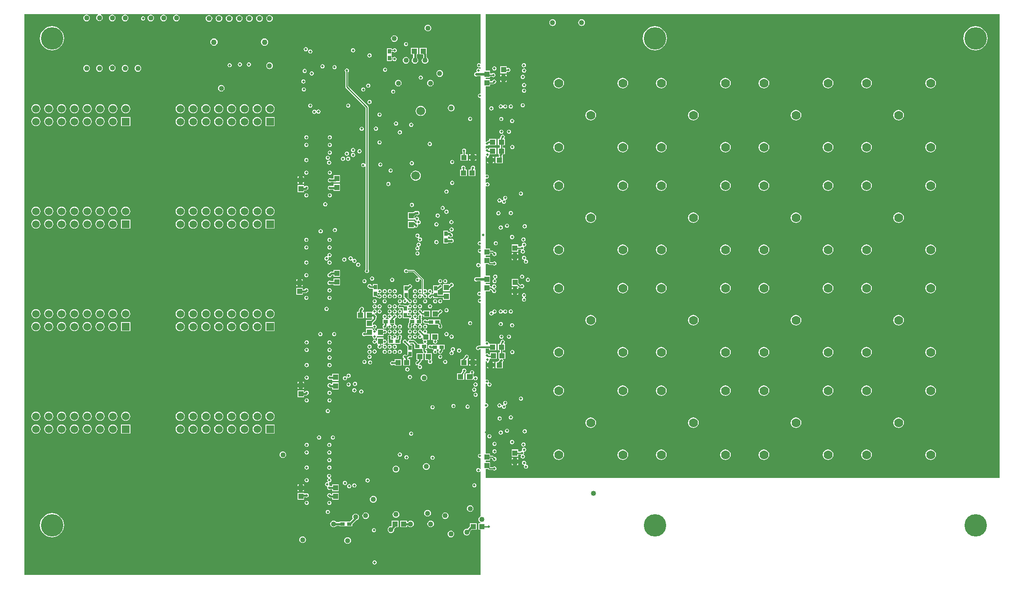
<source format=gbl>
%FSLAX24Y24*%
%MOIN*%
G70*
G01*
G75*
G04 Layer_Physical_Order=6*
G04 Layer_Color=16711680*
%ADD10C,0.0177*%
%ADD11R,0.0394X0.0433*%
%ADD12R,0.0472X0.0787*%
%ADD13C,0.0400*%
%ADD14R,0.0394X0.1083*%
%ADD15R,0.0500X0.1449*%
%ADD16R,0.1024X0.0945*%
%ADD17R,0.1000X0.1400*%
%ADD18R,0.0300X0.0600*%
%ADD19R,0.0472X0.0472*%
%ADD20R,0.0098X0.0256*%
%ADD21R,0.0492X0.0165*%
%ADD22R,0.0650X0.0118*%
%ADD23R,0.0945X0.1024*%
%ADD24R,0.0787X0.0551*%
%ADD25R,0.0787X0.0472*%
%ADD26R,0.0669X0.0177*%
%ADD27R,0.0669X0.0177*%
%ADD28R,0.0197X0.0748*%
%ADD29R,0.0748X0.0197*%
%ADD30R,0.0945X0.0354*%
%ADD31R,0.0433X0.0394*%
%ADD32R,0.0709X0.0630*%
%ADD33R,0.0630X0.0709*%
%ADD34R,0.0512X0.0630*%
%ADD35R,0.1240X0.1360*%
%ADD36C,0.0060*%
%ADD37C,0.0080*%
%ADD38C,0.0100*%
%ADD39C,0.0120*%
%ADD40C,0.0200*%
%ADD41C,0.0160*%
%ADD42C,0.0110*%
%ADD43C,0.0150*%
%ADD44C,0.1750*%
%ADD45C,0.0433*%
%ADD46C,0.0700*%
%ADD47R,0.0591X0.0591*%
%ADD48C,0.0591*%
%ADD49C,0.0669*%
%ADD50C,0.0200*%
%ADD51R,0.0354X0.0276*%
%ADD52R,0.0276X0.0354*%
G36*
X61420Y70558D02*
X61376Y70534D01*
X61358Y70546D01*
X61296Y70559D01*
X61233Y70546D01*
X61180Y70511D01*
X61145Y70458D01*
X61133Y70396D01*
X61145Y70333D01*
X61180Y70280D01*
X61233Y70245D01*
X61296Y70233D01*
X61358Y70245D01*
X61376Y70257D01*
X61420Y70233D01*
Y70119D01*
X61372Y70105D01*
X61365Y70115D01*
X61312Y70151D01*
X61250Y70163D01*
X61188Y70151D01*
X61135Y70115D01*
X61099Y70062D01*
X61087Y70000D01*
X61099Y69938D01*
X61120Y69907D01*
X61096Y69863D01*
X61088D01*
X61026Y69851D01*
X60973Y69815D01*
X60965Y69804D01*
X60954Y69797D01*
X60919Y69744D01*
X60906Y69681D01*
X60919Y69619D01*
X60954Y69566D01*
X61007Y69531D01*
X61070Y69518D01*
X61132Y69531D01*
X61141Y69537D01*
X61420D01*
Y68200D01*
X61382Y68168D01*
X61365Y68171D01*
X61302Y68159D01*
X61250Y68124D01*
X61214Y68071D01*
X61202Y68008D01*
X61214Y67946D01*
X61250Y67893D01*
X61302Y67857D01*
X61365Y67845D01*
X61382Y67848D01*
X61420Y67817D01*
Y56689D01*
X61382Y56657D01*
X61350Y56663D01*
X61288Y56651D01*
X61235Y56615D01*
X61199Y56562D01*
X61187Y56500D01*
X61199Y56438D01*
X61235Y56385D01*
X61288Y56349D01*
X61350Y56337D01*
X61382Y56343D01*
X61420Y56311D01*
Y56094D01*
X61382Y56062D01*
X61365Y56066D01*
X61302Y56053D01*
X61250Y56018D01*
X61214Y55965D01*
X61202Y55903D01*
X61214Y55840D01*
X61250Y55787D01*
X61302Y55752D01*
X61365Y55739D01*
X61382Y55743D01*
X61420Y55711D01*
Y54908D01*
X61372Y54894D01*
X61360Y54913D01*
X61307Y54948D01*
X61244Y54961D01*
X61182Y54948D01*
X61129Y54913D01*
X61093Y54860D01*
X61081Y54798D01*
X61093Y54735D01*
X61129Y54682D01*
X61182Y54647D01*
X61244Y54634D01*
X61307Y54647D01*
X61360Y54682D01*
X61372Y54702D01*
X61420Y54687D01*
Y53863D01*
X61088D01*
X61026Y53851D01*
X60973Y53815D01*
X60965Y53804D01*
X60954Y53797D01*
X60919Y53744D01*
X60906Y53681D01*
X60919Y53619D01*
X60954Y53566D01*
X61007Y53531D01*
X61070Y53518D01*
X61132Y53531D01*
X61141Y53537D01*
X61420D01*
Y52731D01*
X61381Y52710D01*
X61319Y52722D01*
X61256Y52710D01*
X61204Y52674D01*
X61168Y52621D01*
X61156Y52559D01*
X61168Y52497D01*
X61204Y52444D01*
X61256Y52408D01*
X61319Y52396D01*
X61381Y52408D01*
X61420Y52387D01*
Y52200D01*
X61382Y52168D01*
X61365Y52171D01*
X61302Y52159D01*
X61250Y52124D01*
X61214Y52071D01*
X61202Y52008D01*
X61214Y51946D01*
X61250Y51893D01*
X61302Y51858D01*
X61365Y51845D01*
X61382Y51848D01*
X61420Y51817D01*
Y48522D01*
X61294D01*
X61247Y48513D01*
X61209Y48488D01*
X61158Y48477D01*
X61105Y48442D01*
X61070Y48389D01*
X61057Y48327D01*
X61070Y48264D01*
X61105Y48211D01*
X61158Y48176D01*
X61220Y48164D01*
X61283Y48176D01*
X61336Y48211D01*
X61371Y48264D01*
X61420Y48255D01*
Y40094D01*
X61382Y40062D01*
X61365Y40066D01*
X61302Y40053D01*
X61250Y40018D01*
X61214Y39965D01*
X61202Y39903D01*
X61214Y39840D01*
X61250Y39787D01*
X61302Y39752D01*
X61365Y39739D01*
X61382Y39743D01*
X61420Y39711D01*
Y38908D01*
X61372Y38894D01*
X61360Y38913D01*
X61307Y38948D01*
X61244Y38961D01*
X61182Y38948D01*
X61129Y38913D01*
X61093Y38860D01*
X61081Y38798D01*
X61093Y38735D01*
X61129Y38682D01*
X61182Y38647D01*
X61244Y38635D01*
X61307Y38647D01*
X61360Y38682D01*
X61372Y38702D01*
X61420Y38687D01*
Y35183D01*
X61385Y35168D01*
X61330Y35126D01*
X61289Y35072D01*
X61262Y35009D01*
X61253Y34941D01*
X61262Y34873D01*
X61289Y34810D01*
X61330Y34756D01*
X61385Y34714D01*
X61404Y34706D01*
X61394Y34657D01*
X61241D01*
Y34143D01*
X61420D01*
Y30612D01*
X25850D01*
Y74388D01*
X30695D01*
X30698Y74338D01*
X30698Y74338D01*
X30632Y74329D01*
X30569Y74303D01*
X30515Y74261D01*
X30473Y74207D01*
X30447Y74144D01*
X30438Y74076D01*
X30447Y74008D01*
X30473Y73945D01*
X30515Y73891D01*
X30569Y73849D01*
X30632Y73823D01*
X30700Y73814D01*
X30768Y73823D01*
X30831Y73849D01*
X30885Y73891D01*
X30927Y73945D01*
X30953Y74008D01*
X30962Y74076D01*
X30953Y74144D01*
X30927Y74207D01*
X30885Y74261D01*
X30831Y74303D01*
X30768Y74329D01*
X30702Y74338D01*
X30705Y74388D01*
X31587D01*
X31597Y74339D01*
X31569Y74327D01*
X31515Y74285D01*
X31473Y74231D01*
X31447Y74168D01*
X31438Y74100D01*
X31447Y74032D01*
X31473Y73969D01*
X31515Y73915D01*
X31569Y73873D01*
X31632Y73847D01*
X31700Y73838D01*
X31768Y73847D01*
X31831Y73873D01*
X31885Y73915D01*
X31927Y73969D01*
X31953Y74032D01*
X31962Y74100D01*
X31953Y74168D01*
X31927Y74231D01*
X31885Y74285D01*
X31831Y74327D01*
X31803Y74339D01*
X31813Y74388D01*
X32695D01*
X32698Y74338D01*
X32698Y74338D01*
X32632Y74329D01*
X32569Y74303D01*
X32515Y74261D01*
X32473Y74207D01*
X32447Y74144D01*
X32438Y74076D01*
X32447Y74008D01*
X32473Y73945D01*
X32515Y73891D01*
X32569Y73849D01*
X32632Y73823D01*
X32700Y73814D01*
X32768Y73823D01*
X32831Y73849D01*
X32885Y73891D01*
X32927Y73945D01*
X32953Y74008D01*
X32962Y74076D01*
X32953Y74144D01*
X32927Y74207D01*
X32885Y74261D01*
X32831Y74303D01*
X32768Y74329D01*
X32702Y74338D01*
X32705Y74388D01*
X33695D01*
X33698Y74338D01*
X33698Y74338D01*
X33632Y74329D01*
X33569Y74303D01*
X33515Y74261D01*
X33473Y74207D01*
X33447Y74144D01*
X33438Y74076D01*
X33447Y74008D01*
X33473Y73945D01*
X33515Y73891D01*
X33569Y73849D01*
X33632Y73823D01*
X33700Y73814D01*
X33768Y73823D01*
X33831Y73849D01*
X33885Y73891D01*
X33927Y73945D01*
X33953Y74008D01*
X33962Y74076D01*
X33953Y74144D01*
X33927Y74207D01*
X33885Y74261D01*
X33831Y74303D01*
X33768Y74329D01*
X33702Y74338D01*
X33705Y74388D01*
X35695D01*
X35698Y74338D01*
X35698Y74338D01*
X35632Y74329D01*
X35569Y74303D01*
X35515Y74261D01*
X35473Y74207D01*
X35447Y74144D01*
X35438Y74076D01*
X35447Y74008D01*
X35473Y73945D01*
X35515Y73891D01*
X35569Y73849D01*
X35632Y73823D01*
X35700Y73814D01*
X35768Y73823D01*
X35831Y73849D01*
X35885Y73891D01*
X35927Y73945D01*
X35953Y74008D01*
X35962Y74076D01*
X35953Y74144D01*
X35927Y74207D01*
X35885Y74261D01*
X35831Y74303D01*
X35768Y74329D01*
X35702Y74338D01*
X35705Y74388D01*
X36695D01*
X36698Y74338D01*
X36698Y74338D01*
X36632Y74329D01*
X36569Y74303D01*
X36515Y74261D01*
X36473Y74207D01*
X36447Y74144D01*
X36438Y74076D01*
X36447Y74008D01*
X36473Y73945D01*
X36515Y73891D01*
X36569Y73849D01*
X36632Y73823D01*
X36700Y73814D01*
X36768Y73823D01*
X36831Y73849D01*
X36885Y73891D01*
X36927Y73945D01*
X36953Y74008D01*
X36962Y74076D01*
X36953Y74144D01*
X36927Y74207D01*
X36885Y74261D01*
X36831Y74303D01*
X36768Y74329D01*
X36702Y74338D01*
X36705Y74388D01*
X37695D01*
X37698Y74338D01*
X37698Y74338D01*
X37632Y74329D01*
X37569Y74303D01*
X37515Y74261D01*
X37473Y74207D01*
X37447Y74144D01*
X37438Y74076D01*
X37447Y74008D01*
X37473Y73945D01*
X37515Y73891D01*
X37569Y73849D01*
X37632Y73823D01*
X37700Y73814D01*
X37768Y73823D01*
X37831Y73849D01*
X37885Y73891D01*
X37927Y73945D01*
X37953Y74008D01*
X37962Y74076D01*
X37953Y74144D01*
X37927Y74207D01*
X37885Y74261D01*
X37831Y74303D01*
X37768Y74329D01*
X37702Y74338D01*
X37705Y74388D01*
X61420D01*
Y70558D01*
D02*
G37*
G36*
X101888Y38191D02*
X61814D01*
Y38871D01*
X62018D01*
X62050Y38839D01*
X62087Y38815D01*
X62130Y38806D01*
X62130Y38806D01*
X62379D01*
X62381Y38803D01*
X62434Y38768D01*
X62497Y38755D01*
X62559Y38768D01*
X62612Y38803D01*
X62647Y38856D01*
X62660Y38918D01*
X62647Y38981D01*
X62612Y39034D01*
X62559Y39069D01*
X62497Y39081D01*
X62434Y39069D01*
X62381Y39034D01*
X62379Y39031D01*
X62176D01*
X62157Y39050D01*
Y39424D01*
X61814D01*
Y39541D01*
X62157D01*
Y39705D01*
X62290D01*
X62334Y39660D01*
X62334Y39657D01*
X62346Y39594D01*
X62381Y39541D01*
X62434Y39506D01*
X62497Y39493D01*
X62559Y39506D01*
X62612Y39541D01*
X62647Y39594D01*
X62660Y39657D01*
X62647Y39719D01*
X62612Y39772D01*
X62559Y39807D01*
X62497Y39820D01*
X62493Y39819D01*
X62415Y39896D01*
X62379Y39921D01*
X62336Y39929D01*
X62336Y39929D01*
X62157D01*
Y40094D01*
X61814D01*
Y43657D01*
X61850Y43687D01*
X61912Y43699D01*
X61965Y43735D01*
X62001Y43788D01*
X62013Y43850D01*
X62001Y43912D01*
X61965Y43965D01*
X61912Y44001D01*
X61850Y44013D01*
X61814Y44043D01*
Y45517D01*
X61853Y45549D01*
X61900Y45540D01*
X61915Y45543D01*
X61950Y45507D01*
X61943Y45472D01*
X61956Y45410D01*
X61991Y45357D01*
X62044Y45322D01*
X62106Y45309D01*
X62169Y45322D01*
X62222Y45357D01*
X62257Y45410D01*
X62269Y45472D01*
X62257Y45535D01*
X62222Y45588D01*
X62169Y45623D01*
X62106Y45636D01*
X62091Y45633D01*
X62056Y45668D01*
X62063Y45703D01*
X62050Y45765D01*
X62015Y45818D01*
X61962Y45853D01*
X61900Y45866D01*
X61853Y45857D01*
X61814Y45888D01*
Y47281D01*
X61858Y47304D01*
X61893Y47281D01*
X61922Y47275D01*
Y47257D01*
Y47257D01*
X61922Y47150D01*
X62048D01*
Y47257D01*
X62068D01*
X62053Y47305D01*
X62071Y47316D01*
X62106Y47369D01*
X62119Y47432D01*
X62117Y47440D01*
X62139Y47473D01*
X62139Y47473D01*
D01*
X62148Y47473D01*
Y47473D01*
X62148D01*
X62148D01*
Y47473D01*
D01*
D01*
D01*
X62692D01*
Y47987D01*
X62139D01*
Y47812D01*
X62083D01*
X62083Y47812D01*
X62048Y47865D01*
X61995Y47901D01*
X61932Y47913D01*
X61870Y47901D01*
X61858Y47893D01*
X61814Y47916D01*
Y48278D01*
X62089D01*
Y48143D01*
X62642D01*
Y48657D01*
X62181D01*
X62073Y48678D01*
X62060Y48741D01*
X62025Y48794D01*
X61972Y48829D01*
X61909Y48842D01*
X61853Y48830D01*
X61814Y48862D01*
Y52754D01*
X62157D01*
Y52861D01*
X62203Y52880D01*
X62309Y52774D01*
X62308Y52770D01*
X62321Y52708D01*
X62356Y52655D01*
X62409Y52620D01*
X62471Y52607D01*
X62534Y52620D01*
X62587Y52655D01*
X62622Y52708D01*
X62635Y52770D01*
X62622Y52833D01*
X62587Y52886D01*
X62534Y52921D01*
X62472Y52933D01*
X62478Y52965D01*
X62478Y52965D01*
X62478D01*
X62541Y52977D01*
X62594Y53013D01*
X62629Y53066D01*
X62641Y53128D01*
X62629Y53190D01*
X62594Y53243D01*
X62541Y53279D01*
X62478Y53291D01*
X62416Y53279D01*
X62363Y53243D01*
X62328Y53190D01*
X62318Y53142D01*
X62272Y53122D01*
X62254Y53134D01*
X62211Y53143D01*
X62211Y53143D01*
X62157D01*
Y53307D01*
X61814D01*
Y53423D01*
X62157D01*
Y53977D01*
X61814D01*
Y54871D01*
X62018D01*
X62050Y54839D01*
X62087Y54815D01*
X62130Y54806D01*
X62130Y54806D01*
X62379D01*
X62381Y54803D01*
X62434Y54768D01*
X62497Y54755D01*
X62559Y54768D01*
X62612Y54803D01*
X62647Y54856D01*
X62660Y54918D01*
X62647Y54981D01*
X62612Y55034D01*
X62559Y55069D01*
X62497Y55082D01*
X62434Y55069D01*
X62381Y55034D01*
X62379Y55031D01*
X62176D01*
X62157Y55050D01*
Y55424D01*
X61814D01*
Y55541D01*
X62157D01*
Y55705D01*
X62290D01*
X62334Y55660D01*
X62334Y55657D01*
X62346Y55594D01*
X62381Y55541D01*
X62434Y55506D01*
X62497Y55493D01*
X62559Y55506D01*
X62612Y55541D01*
X62647Y55594D01*
X62660Y55657D01*
X62647Y55719D01*
X62612Y55772D01*
X62559Y55807D01*
X62497Y55820D01*
X62493Y55819D01*
X62415Y55896D01*
X62379Y55921D01*
X62336Y55929D01*
X62336Y55929D01*
X62157D01*
Y56094D01*
X61814D01*
Y60945D01*
X61858Y60969D01*
X61888Y60949D01*
X61950Y60937D01*
X62012Y60949D01*
X62065Y60985D01*
X62101Y61038D01*
X62113Y61100D01*
X62101Y61162D01*
X62065Y61215D01*
X62012Y61251D01*
X61950Y61263D01*
X61888Y61251D01*
X61858Y61231D01*
X61814Y61255D01*
Y61517D01*
X61853Y61549D01*
X61900Y61540D01*
X61962Y61552D01*
X62015Y61587D01*
X62050Y61640D01*
X62063Y61703D01*
X62050Y61765D01*
X62015Y61818D01*
X61962Y61853D01*
X61900Y61866D01*
X61853Y61857D01*
X61814Y61888D01*
Y63281D01*
X61858Y63304D01*
X61893Y63281D01*
X61922Y63275D01*
Y63257D01*
Y63257D01*
X61922Y63150D01*
X62048D01*
Y63257D01*
X62068D01*
X62053Y63305D01*
X62071Y63316D01*
X62106Y63369D01*
X62119Y63432D01*
X62128Y63443D01*
X62642D01*
Y63957D01*
X62089D01*
Y63893D01*
X62074Y63883D01*
X62045Y63867D01*
X61995Y63901D01*
X61932Y63913D01*
X61870Y63901D01*
X61858Y63893D01*
X61814Y63916D01*
Y64088D01*
X61853Y64120D01*
X61909Y64109D01*
X61972Y64121D01*
X62025Y64156D01*
X62041Y64180D01*
X62089Y64166D01*
Y64143D01*
X62642D01*
Y64657D01*
X62089D01*
Y64522D01*
X62038D01*
X61991Y64513D01*
X61951Y64487D01*
X61897Y64432D01*
X61853Y64423D01*
X61814Y64455D01*
Y68754D01*
X62157D01*
Y68919D01*
X62386D01*
X62386Y68919D01*
X62429Y68927D01*
X62465Y68951D01*
X62468Y68954D01*
X62471Y68953D01*
X62534Y68965D01*
X62587Y69001D01*
X62622Y69054D01*
X62635Y69116D01*
X62622Y69179D01*
X62587Y69231D01*
X62534Y69267D01*
X62471Y69279D01*
X62409Y69267D01*
X62356Y69231D01*
X62321Y69179D01*
X62314Y69143D01*
X62157D01*
Y69307D01*
X61814D01*
Y69423D01*
X62157D01*
Y69520D01*
X62282D01*
X62287Y69513D01*
X62340Y69477D01*
X62402Y69465D01*
X62465Y69477D01*
X62518Y69513D01*
X62553Y69566D01*
X62566Y69628D01*
X62553Y69690D01*
X62518Y69743D01*
X62465Y69779D01*
X62402Y69791D01*
X62340Y69779D01*
X62289Y69744D01*
X62157D01*
Y69977D01*
X61814D01*
Y74388D01*
X101888D01*
Y38191D01*
D02*
G37*
%LPC*%
G36*
X58760Y49573D02*
X58697Y49560D01*
X58644Y49525D01*
X58609Y49472D01*
X58597Y49409D01*
X58609Y49347D01*
X58644Y49294D01*
X58697Y49259D01*
X58760Y49246D01*
X58822Y49259D01*
X58875Y49294D01*
X58911Y49347D01*
X58923Y49409D01*
X58911Y49472D01*
X58875Y49525D01*
X58822Y49560D01*
X58760Y49573D01*
D02*
G37*
G36*
X54331Y49769D02*
X54268Y49757D01*
X54215Y49722D01*
X54180Y49669D01*
X54168Y49606D01*
X54180Y49544D01*
X54215Y49491D01*
X54268Y49456D01*
X54331Y49443D01*
X54393Y49456D01*
X54446Y49491D01*
X54481Y49544D01*
X54494Y49606D01*
X54481Y49669D01*
X54446Y49722D01*
X54393Y49757D01*
X54331Y49769D01*
D02*
G37*
G36*
X48917Y49573D02*
X48855Y49560D01*
X48802Y49525D01*
X48767Y49472D01*
X48754Y49409D01*
X48767Y49347D01*
X48802Y49294D01*
X48855Y49259D01*
X48917Y49246D01*
X48980Y49259D01*
X49033Y49294D01*
X49068Y49347D01*
X49080Y49409D01*
X49068Y49472D01*
X49033Y49525D01*
X48980Y49560D01*
X48917Y49573D01*
D02*
G37*
G36*
X50000Y49573D02*
X49938Y49560D01*
X49885Y49525D01*
X49849Y49472D01*
X49837Y49409D01*
X49849Y49347D01*
X49885Y49294D01*
X49938Y49259D01*
X50000Y49246D01*
X50062Y49259D01*
X50115Y49294D01*
X50151Y49347D01*
X50163Y49409D01*
X50151Y49472D01*
X50115Y49525D01*
X50062Y49560D01*
X50000Y49573D01*
D02*
G37*
G36*
X56299Y49769D02*
X56237Y49757D01*
X56184Y49722D01*
X56149Y49669D01*
X56136Y49606D01*
X56149Y49544D01*
X56184Y49491D01*
X56237Y49456D01*
X56299Y49443D01*
X56362Y49456D01*
X56415Y49491D01*
X56450Y49544D01*
X56462Y49606D01*
X56450Y49669D01*
X56415Y49722D01*
X56362Y49757D01*
X56299Y49769D01*
D02*
G37*
G36*
X57087D02*
X57024Y49757D01*
X56971Y49722D01*
X56936Y49669D01*
X56924Y49610D01*
X56895Y49601D01*
X56852Y49627D01*
X56844Y49669D01*
X56808Y49722D01*
X56755Y49757D01*
X56693Y49769D01*
X56630Y49757D01*
X56578Y49722D01*
X56542Y49669D01*
X56530Y49606D01*
X56542Y49544D01*
X56578Y49491D01*
X56630Y49456D01*
X56672Y49447D01*
X56698Y49404D01*
X56689Y49375D01*
X56630Y49363D01*
X56578Y49328D01*
X56542Y49275D01*
X56530Y49213D01*
X56542Y49150D01*
X56578Y49097D01*
X56630Y49062D01*
X56693Y49049D01*
X56755Y49062D01*
X56808Y49097D01*
X56841Y49146D01*
X56889Y49132D01*
Y48943D01*
X56924D01*
X56948Y48899D01*
X56936Y48881D01*
X56923Y48819D01*
X56936Y48756D01*
X56971Y48704D01*
X56983Y48696D01*
X56969Y48648D01*
X56769D01*
D01*
D01*
X56769Y48648D01*
X56731D01*
Y48648D01*
X56550D01*
X56292Y48905D01*
X56253Y48932D01*
X56206Y48941D01*
X56010D01*
X55968Y48970D01*
X55906Y48982D01*
X55843Y48970D01*
X55790Y48934D01*
X55755Y48881D01*
X55743Y48823D01*
X55714Y48814D01*
X55671Y48840D01*
X55663Y48881D01*
X55627Y48934D01*
X55574Y48970D01*
X55512Y48982D01*
X55449Y48970D01*
X55396Y48934D01*
X55361Y48881D01*
X55349Y48819D01*
X55361Y48756D01*
X55396Y48704D01*
X55449Y48668D01*
X55499Y48658D01*
X55702Y48455D01*
Y48119D01*
D01*
X55702Y48119D01*
Y48119D01*
X55702D01*
X55702D01*
X55702Y48081D01*
X55702D01*
Y47819D01*
X55643Y47760D01*
X55617D01*
X55574Y47789D01*
X55512Y47801D01*
X55449Y47789D01*
X55396Y47753D01*
X55361Y47700D01*
X55349Y47638D01*
X55361Y47575D01*
X55396Y47522D01*
X55423Y47505D01*
X55409Y47457D01*
X55376D01*
Y46943D01*
X55929D01*
Y47457D01*
X55774D01*
Y47497D01*
X55766Y47542D01*
X55780Y47551D01*
X55836Y47607D01*
X56098D01*
Y48081D01*
D01*
Y48081D01*
X56098Y48081D01*
Y48119D01*
X56098D01*
Y48593D01*
X55932D01*
X55901Y48632D01*
X55906Y48656D01*
X55968Y48668D01*
X56010Y48697D01*
X56155D01*
X56257Y48595D01*
Y48252D01*
X56731D01*
D01*
Y48252D01*
X56731D01*
X56731Y48252D01*
X56769D01*
Y48252D01*
X56884D01*
Y48117D01*
X56893Y48071D01*
X56919Y48031D01*
X56929Y48021D01*
X56939Y47971D01*
X56952Y47951D01*
X56934Y47916D01*
X56934D01*
X56929Y47907D01*
X56406D01*
Y47393D01*
X56505D01*
X56524Y47347D01*
X56484Y47306D01*
X56434Y47296D01*
X56381Y47261D01*
X56345Y47208D01*
X56333Y47146D01*
X56345Y47083D01*
X56381Y47030D01*
X56434Y46995D01*
X56496Y46983D01*
X56539Y46991D01*
X56567Y46949D01*
X56542Y46913D01*
X56530Y46850D01*
X56542Y46788D01*
X56578Y46735D01*
X56630Y46700D01*
X56693Y46687D01*
X56755Y46700D01*
X56808Y46735D01*
X56844Y46788D01*
X56856Y46850D01*
X56844Y46913D01*
X56808Y46966D01*
X56755Y47001D01*
X56693Y47014D01*
X56650Y47005D01*
X56622Y47047D01*
X56647Y47083D01*
X56657Y47133D01*
X56769Y47246D01*
X56796Y47286D01*
X56805Y47332D01*
Y47393D01*
X56959D01*
Y47875D01*
X56969Y47880D01*
Y47880D01*
X57003Y47899D01*
X57027Y47883D01*
X57076Y47873D01*
Y47393D01*
X57310D01*
X57320Y47378D01*
X57355Y47343D01*
X57332Y47309D01*
X57320Y47246D01*
X57332Y47184D01*
X57368Y47131D01*
X57421Y47096D01*
X57483Y47083D01*
X57546Y47096D01*
X57598Y47131D01*
X57634Y47184D01*
X57646Y47246D01*
X57634Y47309D01*
X57598Y47362D01*
X57565Y47384D01*
X57570Y47393D01*
X57629D01*
Y47907D01*
X57250D01*
X57226Y47951D01*
X57240Y47971D01*
X57253Y48034D01*
X57240Y48096D01*
X57205Y48149D01*
X57152Y48185D01*
X57128Y48189D01*
Y48252D01*
X57243D01*
Y48648D01*
X57205D01*
X57190Y48696D01*
X57202Y48704D01*
X57237Y48756D01*
X57250Y48819D01*
X57237Y48881D01*
X57202Y48934D01*
X57205Y48943D01*
X57442D01*
Y49457D01*
X57232D01*
X57209Y49501D01*
X57237Y49544D01*
X57250Y49606D01*
X57237Y49669D01*
X57202Y49722D01*
X57149Y49757D01*
X57087Y49769D01*
D02*
G37*
G36*
X55906D02*
X55843Y49757D01*
X55790Y49722D01*
X55755Y49669D01*
X55742Y49606D01*
X55755Y49544D01*
X55790Y49491D01*
X55843Y49456D01*
X55906Y49443D01*
X55968Y49456D01*
X56021Y49491D01*
X56056Y49544D01*
X56069Y49606D01*
X56056Y49669D01*
X56021Y49722D01*
X55968Y49757D01*
X55906Y49769D01*
D02*
G37*
G36*
X54724D02*
X54662Y49757D01*
X54609Y49722D01*
X54574Y49669D01*
X54561Y49606D01*
X54574Y49544D01*
X54609Y49491D01*
X54662Y49456D01*
X54724Y49443D01*
X54787Y49456D01*
X54840Y49491D01*
X54875Y49544D01*
X54888Y49606D01*
X54875Y49669D01*
X54840Y49722D01*
X54787Y49757D01*
X54724Y49769D01*
D02*
G37*
G36*
X55118D02*
X55056Y49757D01*
X55003Y49722D01*
X54967Y49669D01*
X54955Y49606D01*
X54967Y49544D01*
X55003Y49491D01*
X55056Y49456D01*
X55118Y49443D01*
X55181Y49456D01*
X55233Y49491D01*
X55269Y49544D01*
X55281Y49606D01*
X55269Y49669D01*
X55233Y49722D01*
X55181Y49757D01*
X55118Y49769D01*
D02*
G37*
G36*
X58111Y49457D02*
X57558D01*
Y48943D01*
X57713D01*
X57736Y48899D01*
X57726Y48884D01*
X57714Y48821D01*
X57726Y48759D01*
X57761Y48706D01*
X57814Y48671D01*
X57877Y48658D01*
X57939Y48671D01*
X57992Y48706D01*
X58028Y48759D01*
X58040Y48821D01*
X58028Y48884D01*
X57992Y48937D01*
X57994Y48943D01*
X58111D01*
Y49457D01*
D02*
G37*
G36*
X63038Y49366D02*
X62976Y49354D01*
X62923Y49319D01*
X62887Y49266D01*
X62875Y49203D01*
X62887Y49141D01*
X62923Y49088D01*
X62976Y49053D01*
X63038Y49040D01*
X63100Y49053D01*
X63153Y49088D01*
X63189Y49141D01*
X63201Y49203D01*
X63189Y49266D01*
X63153Y49319D01*
X63100Y49354D01*
X63038Y49366D01*
D02*
G37*
G36*
X47861Y48927D02*
X47799Y48914D01*
X47746Y48879D01*
X47710Y48826D01*
X47698Y48764D01*
X47710Y48701D01*
X47746Y48648D01*
X47799Y48613D01*
X47861Y48601D01*
X47923Y48613D01*
X47976Y48648D01*
X48012Y48701D01*
X48024Y48764D01*
X48012Y48826D01*
X47976Y48879D01*
X47923Y48914D01*
X47861Y48927D01*
D02*
G37*
G36*
X49639D02*
X49577Y48914D01*
X49524Y48879D01*
X49488Y48826D01*
X49476Y48764D01*
X49488Y48701D01*
X49524Y48648D01*
X49577Y48613D01*
X49639Y48601D01*
X49701Y48613D01*
X49754Y48648D01*
X49790Y48701D01*
X49802Y48764D01*
X49790Y48826D01*
X49754Y48879D01*
X49701Y48914D01*
X49639Y48927D01*
D02*
G37*
G36*
X63629Y49366D02*
X63566Y49354D01*
X63513Y49319D01*
X63478Y49266D01*
X63465Y49203D01*
X63478Y49141D01*
X63513Y49088D01*
X63566Y49053D01*
X63629Y49040D01*
X63691Y49053D01*
X63744Y49088D01*
X63779Y49141D01*
X63792Y49203D01*
X63779Y49266D01*
X63744Y49319D01*
X63691Y49354D01*
X63629Y49366D01*
D02*
G37*
G36*
X56299Y49376D02*
X56237Y49363D01*
X56184Y49328D01*
X56149Y49275D01*
X56136Y49213D01*
X56149Y49150D01*
X56184Y49097D01*
X56237Y49062D01*
X56299Y49049D01*
X56362Y49062D01*
X56415Y49097D01*
X56450Y49150D01*
X56462Y49213D01*
X56450Y49275D01*
X56415Y49328D01*
X56362Y49363D01*
X56299Y49376D01*
D02*
G37*
G36*
X59154D02*
X59091Y49363D01*
X59038Y49328D01*
X59003Y49275D01*
X58990Y49213D01*
X59003Y49150D01*
X59038Y49097D01*
X59091Y49062D01*
X59154Y49049D01*
X59216Y49062D01*
X59269Y49097D01*
X59304Y49150D01*
X59317Y49213D01*
X59304Y49275D01*
X59269Y49328D01*
X59216Y49363D01*
X59154Y49376D01*
D02*
G37*
G36*
X55118D02*
X55056Y49363D01*
X55003Y49328D01*
X54967Y49275D01*
X54955Y49213D01*
X54967Y49150D01*
X54996Y49108D01*
Y49080D01*
X54963Y49048D01*
X54852D01*
X54837Y49096D01*
X54840Y49097D01*
X54875Y49150D01*
X54888Y49213D01*
X54875Y49275D01*
X54840Y49328D01*
X54787Y49363D01*
X54724Y49376D01*
X54662Y49363D01*
X54609Y49328D01*
X54574Y49275D01*
X54561Y49213D01*
X54574Y49150D01*
X54609Y49097D01*
X54611Y49096D01*
X54597Y49048D01*
X54453D01*
Y49108D01*
X54481Y49150D01*
X54494Y49213D01*
X54481Y49275D01*
X54446Y49328D01*
X54393Y49363D01*
X54331Y49376D01*
X54268Y49363D01*
X54215Y49328D01*
X54180Y49275D01*
X54168Y49213D01*
X54180Y49150D01*
X54208Y49108D01*
Y49048D01*
X54189D01*
Y48652D01*
X54664D01*
D01*
Y48652D01*
X54664D01*
X54664Y48652D01*
X54701D01*
Y48652D01*
X55176D01*
Y48914D01*
X55205Y48943D01*
X55231Y48983D01*
X55240Y49030D01*
Y49108D01*
X55269Y49150D01*
X55281Y49213D01*
X55269Y49275D01*
X55233Y49328D01*
X55181Y49363D01*
X55118Y49376D01*
D02*
G37*
G36*
X55906D02*
X55843Y49363D01*
X55790Y49328D01*
X55755Y49275D01*
X55742Y49213D01*
X55755Y49150D01*
X55790Y49097D01*
X55843Y49062D01*
X55906Y49049D01*
X55968Y49062D01*
X56021Y49097D01*
X56056Y49150D01*
X56069Y49213D01*
X56056Y49275D01*
X56021Y49328D01*
X55968Y49363D01*
X55906Y49376D01*
D02*
G37*
G36*
X43000Y50358D02*
X42907Y50346D01*
X42821Y50310D01*
X42747Y50253D01*
X42690Y50179D01*
X42654Y50093D01*
X42642Y50000D01*
X42654Y49907D01*
X42690Y49821D01*
X42747Y49747D01*
X42821Y49690D01*
X42907Y49654D01*
X43000Y49642D01*
X43093Y49654D01*
X43179Y49690D01*
X43253Y49747D01*
X43310Y49821D01*
X43346Y49907D01*
X43358Y50000D01*
X43346Y50093D01*
X43310Y50179D01*
X43253Y50253D01*
X43179Y50310D01*
X43093Y50346D01*
X43000Y50358D01*
D02*
G37*
G36*
X44000D02*
X43907Y50346D01*
X43821Y50310D01*
X43747Y50253D01*
X43690Y50179D01*
X43654Y50093D01*
X43642Y50000D01*
X43654Y49907D01*
X43690Y49821D01*
X43747Y49747D01*
X43821Y49690D01*
X43907Y49654D01*
X44000Y49642D01*
X44093Y49654D01*
X44179Y49690D01*
X44253Y49747D01*
X44310Y49821D01*
X44346Y49907D01*
X44358Y50000D01*
X44346Y50093D01*
X44310Y50179D01*
X44253Y50253D01*
X44179Y50310D01*
X44093Y50346D01*
X44000Y50358D01*
D02*
G37*
G36*
X41000D02*
X40907Y50346D01*
X40821Y50310D01*
X40747Y50253D01*
X40690Y50179D01*
X40654Y50093D01*
X40642Y50000D01*
X40654Y49907D01*
X40690Y49821D01*
X40747Y49747D01*
X40821Y49690D01*
X40907Y49654D01*
X41000Y49642D01*
X41093Y49654D01*
X41179Y49690D01*
X41253Y49747D01*
X41310Y49821D01*
X41346Y49907D01*
X41358Y50000D01*
X41346Y50093D01*
X41310Y50179D01*
X41253Y50253D01*
X41179Y50310D01*
X41093Y50346D01*
X41000Y50358D01*
D02*
G37*
G36*
X42000D02*
X41907Y50346D01*
X41821Y50310D01*
X41747Y50253D01*
X41690Y50179D01*
X41654Y50093D01*
X41642Y50000D01*
X41654Y49907D01*
X41690Y49821D01*
X41747Y49747D01*
X41821Y49690D01*
X41907Y49654D01*
X42000Y49642D01*
X42093Y49654D01*
X42179Y49690D01*
X42253Y49747D01*
X42310Y49821D01*
X42346Y49907D01*
X42358Y50000D01*
X42346Y50093D01*
X42310Y50179D01*
X42253Y50253D01*
X42179Y50310D01*
X42093Y50346D01*
X42000Y50358D01*
D02*
G37*
G36*
X34105Y50355D02*
X33395D01*
Y49645D01*
X34105D01*
Y50355D01*
D02*
G37*
G36*
X55118Y50163D02*
X55056Y50151D01*
X55003Y50115D01*
X54967Y50062D01*
X54955Y50000D01*
X54967Y49938D01*
X55003Y49885D01*
X55056Y49849D01*
X55118Y49837D01*
X55181Y49849D01*
X55233Y49885D01*
X55269Y49938D01*
X55281Y50000D01*
X55269Y50062D01*
X55233Y50115D01*
X55181Y50151D01*
X55118Y50163D01*
D02*
G37*
G36*
X57087D02*
X57024Y50151D01*
X56971Y50115D01*
X56936Y50062D01*
X56923Y50000D01*
X56936Y49938D01*
X56971Y49885D01*
X57024Y49849D01*
X57087Y49837D01*
X57149Y49849D01*
X57202Y49885D01*
X57237Y49938D01*
X57250Y50000D01*
X57237Y50062D01*
X57202Y50115D01*
X57149Y50151D01*
X57087Y50163D01*
D02*
G37*
G36*
X45355Y50355D02*
X44645D01*
Y49645D01*
X45355D01*
Y50355D01*
D02*
G37*
G36*
X53152Y51347D02*
X53090Y51334D01*
X53037Y51299D01*
X53001Y51246D01*
X52989Y51184D01*
X52967Y51157D01*
X52458D01*
Y50643D01*
X52964D01*
X52983Y50597D01*
X52897Y50511D01*
X52493D01*
Y49958D01*
X52995D01*
X52999Y49938D01*
X53034Y49885D01*
X53087Y49849D01*
X53150Y49837D01*
X53212Y49849D01*
X53265Y49885D01*
X53300Y49938D01*
X53313Y50000D01*
X53300Y50062D01*
X53265Y50115D01*
X53212Y50151D01*
X53150Y50163D01*
X53087Y50151D01*
X53051Y50127D01*
X53007Y50150D01*
Y50275D01*
X53236Y50504D01*
X53263Y50544D01*
X53272Y50590D01*
Y50683D01*
X53300Y50725D01*
X53313Y50787D01*
X53300Y50850D01*
X53265Y50903D01*
X53212Y50938D01*
X53198Y50941D01*
X53147Y50992D01*
X53152Y51020D01*
X53215Y51033D01*
X53268Y51068D01*
X53303Y51121D01*
X53315Y51184D01*
X53303Y51246D01*
X53268Y51299D01*
X53215Y51334D01*
X53152Y51347D01*
D02*
G37*
G36*
X40000Y50358D02*
X39907Y50346D01*
X39821Y50310D01*
X39747Y50253D01*
X39690Y50179D01*
X39654Y50093D01*
X39642Y50000D01*
X39654Y49907D01*
X39690Y49821D01*
X39747Y49747D01*
X39821Y49690D01*
X39907Y49654D01*
X40000Y49642D01*
X40093Y49654D01*
X40179Y49690D01*
X40253Y49747D01*
X40310Y49821D01*
X40346Y49907D01*
X40358Y50000D01*
X40346Y50093D01*
X40310Y50179D01*
X40253Y50253D01*
X40179Y50310D01*
X40093Y50346D01*
X40000Y50358D01*
D02*
G37*
G36*
X28750D02*
X28657Y50346D01*
X28571Y50310D01*
X28497Y50253D01*
X28440Y50179D01*
X28404Y50093D01*
X28392Y50000D01*
X28404Y49907D01*
X28440Y49821D01*
X28497Y49747D01*
X28571Y49690D01*
X28657Y49654D01*
X28750Y49642D01*
X28843Y49654D01*
X28929Y49690D01*
X29003Y49747D01*
X29060Y49821D01*
X29096Y49907D01*
X29108Y50000D01*
X29096Y50093D01*
X29060Y50179D01*
X29003Y50253D01*
X28929Y50310D01*
X28843Y50346D01*
X28750Y50358D01*
D02*
G37*
G36*
X29750D02*
X29657Y50346D01*
X29571Y50310D01*
X29497Y50253D01*
X29440Y50179D01*
X29404Y50093D01*
X29392Y50000D01*
X29404Y49907D01*
X29440Y49821D01*
X29497Y49747D01*
X29571Y49690D01*
X29657Y49654D01*
X29750Y49642D01*
X29843Y49654D01*
X29929Y49690D01*
X30003Y49747D01*
X30060Y49821D01*
X30096Y49907D01*
X30108Y50000D01*
X30096Y50093D01*
X30060Y50179D01*
X30003Y50253D01*
X29929Y50310D01*
X29843Y50346D01*
X29750Y50358D01*
D02*
G37*
G36*
X26750D02*
X26657Y50346D01*
X26571Y50310D01*
X26497Y50253D01*
X26440Y50179D01*
X26404Y50093D01*
X26392Y50000D01*
X26404Y49907D01*
X26440Y49821D01*
X26497Y49747D01*
X26571Y49690D01*
X26657Y49654D01*
X26750Y49642D01*
X26843Y49654D01*
X26929Y49690D01*
X27003Y49747D01*
X27060Y49821D01*
X27096Y49907D01*
X27108Y50000D01*
X27096Y50093D01*
X27060Y50179D01*
X27003Y50253D01*
X26929Y50310D01*
X26843Y50346D01*
X26750Y50358D01*
D02*
G37*
G36*
X27750D02*
X27657Y50346D01*
X27571Y50310D01*
X27497Y50253D01*
X27440Y50179D01*
X27404Y50093D01*
X27392Y50000D01*
X27404Y49907D01*
X27440Y49821D01*
X27497Y49747D01*
X27571Y49690D01*
X27657Y49654D01*
X27750Y49642D01*
X27843Y49654D01*
X27929Y49690D01*
X28003Y49747D01*
X28060Y49821D01*
X28096Y49907D01*
X28108Y50000D01*
X28096Y50093D01*
X28060Y50179D01*
X28003Y50253D01*
X27929Y50310D01*
X27843Y50346D01*
X27750Y50358D01*
D02*
G37*
G36*
X30750D02*
X30657Y50346D01*
X30571Y50310D01*
X30497Y50253D01*
X30440Y50179D01*
X30404Y50093D01*
X30392Y50000D01*
X30404Y49907D01*
X30440Y49821D01*
X30497Y49747D01*
X30571Y49690D01*
X30657Y49654D01*
X30750Y49642D01*
X30843Y49654D01*
X30929Y49690D01*
X31003Y49747D01*
X31060Y49821D01*
X31096Y49907D01*
X31108Y50000D01*
X31096Y50093D01*
X31060Y50179D01*
X31003Y50253D01*
X30929Y50310D01*
X30843Y50346D01*
X30750Y50358D01*
D02*
G37*
G36*
X38000D02*
X37907Y50346D01*
X37821Y50310D01*
X37747Y50253D01*
X37690Y50179D01*
X37654Y50093D01*
X37642Y50000D01*
X37654Y49907D01*
X37690Y49821D01*
X37747Y49747D01*
X37821Y49690D01*
X37907Y49654D01*
X38000Y49642D01*
X38093Y49654D01*
X38179Y49690D01*
X38253Y49747D01*
X38310Y49821D01*
X38346Y49907D01*
X38358Y50000D01*
X38346Y50093D01*
X38310Y50179D01*
X38253Y50253D01*
X38179Y50310D01*
X38093Y50346D01*
X38000Y50358D01*
D02*
G37*
G36*
X39000D02*
X38907Y50346D01*
X38821Y50310D01*
X38747Y50253D01*
X38690Y50179D01*
X38654Y50093D01*
X38642Y50000D01*
X38654Y49907D01*
X38690Y49821D01*
X38747Y49747D01*
X38821Y49690D01*
X38907Y49654D01*
X39000Y49642D01*
X39093Y49654D01*
X39179Y49690D01*
X39253Y49747D01*
X39310Y49821D01*
X39346Y49907D01*
X39358Y50000D01*
X39346Y50093D01*
X39310Y50179D01*
X39253Y50253D01*
X39179Y50310D01*
X39093Y50346D01*
X39000Y50358D01*
D02*
G37*
G36*
X31750D02*
X31657Y50346D01*
X31571Y50310D01*
X31497Y50253D01*
X31440Y50179D01*
X31404Y50093D01*
X31392Y50000D01*
X31404Y49907D01*
X31440Y49821D01*
X31497Y49747D01*
X31571Y49690D01*
X31657Y49654D01*
X31750Y49642D01*
X31843Y49654D01*
X31929Y49690D01*
X32003Y49747D01*
X32060Y49821D01*
X32096Y49907D01*
X32108Y50000D01*
X32096Y50093D01*
X32060Y50179D01*
X32003Y50253D01*
X31929Y50310D01*
X31843Y50346D01*
X31750Y50358D01*
D02*
G37*
G36*
X32750D02*
X32657Y50346D01*
X32571Y50310D01*
X32497Y50253D01*
X32440Y50179D01*
X32404Y50093D01*
X32392Y50000D01*
X32404Y49907D01*
X32440Y49821D01*
X32497Y49747D01*
X32571Y49690D01*
X32657Y49654D01*
X32750Y49642D01*
X32843Y49654D01*
X32929Y49690D01*
X33003Y49747D01*
X33060Y49821D01*
X33096Y49907D01*
X33108Y50000D01*
X33096Y50093D01*
X33060Y50179D01*
X33003Y50253D01*
X32929Y50310D01*
X32843Y50346D01*
X32750Y50358D01*
D02*
G37*
G36*
X49639Y47746D02*
X49577Y47733D01*
X49524Y47698D01*
X49488Y47645D01*
X49476Y47583D01*
X49488Y47520D01*
X49524Y47467D01*
X49577Y47432D01*
X49639Y47420D01*
X49701Y47432D01*
X49754Y47467D01*
X49790Y47520D01*
X49802Y47583D01*
X49790Y47645D01*
X49754Y47698D01*
X49701Y47733D01*
X49639Y47746D01*
D02*
G37*
G36*
X52756Y47801D02*
X52693Y47789D01*
X52641Y47753D01*
X52605Y47700D01*
X52593Y47638D01*
X52605Y47575D01*
X52641Y47522D01*
X52693Y47487D01*
X52756Y47475D01*
X52818Y47487D01*
X52871Y47522D01*
X52907Y47575D01*
X52919Y47638D01*
X52907Y47700D01*
X52871Y47753D01*
X52818Y47789D01*
X52756Y47801D01*
D02*
G37*
G36*
X60650Y47457D02*
X60523D01*
Y47350D01*
X60650D01*
Y47457D01*
D02*
G37*
G36*
X61077D02*
X60950D01*
Y47350D01*
X61077D01*
Y47457D01*
D02*
G37*
G36*
X58268Y47801D02*
X58205Y47789D01*
X58152Y47753D01*
X58117Y47700D01*
X58105Y47638D01*
X58117Y47575D01*
X58152Y47522D01*
X58205Y47487D01*
X58268Y47475D01*
X58330Y47487D01*
X58383Y47522D01*
X58418Y47575D01*
X58431Y47638D01*
X58418Y47700D01*
X58383Y47753D01*
X58330Y47789D01*
X58268Y47801D01*
D02*
G37*
G36*
X75500Y48414D02*
X75393Y48399D01*
X75293Y48358D01*
X75208Y48292D01*
X75142Y48207D01*
X75101Y48107D01*
X75086Y48000D01*
X75101Y47893D01*
X75142Y47793D01*
X75208Y47708D01*
X75293Y47642D01*
X75393Y47601D01*
X75500Y47586D01*
X75607Y47601D01*
X75707Y47642D01*
X75792Y47708D01*
X75858Y47793D01*
X75899Y47893D01*
X75914Y48000D01*
X75899Y48107D01*
X75858Y48207D01*
X75792Y48292D01*
X75707Y48358D01*
X75607Y48399D01*
X75500Y48414D01*
D02*
G37*
G36*
X80500D02*
X80393Y48399D01*
X80293Y48358D01*
X80208Y48292D01*
X80142Y48207D01*
X80101Y48107D01*
X80086Y48000D01*
X80101Y47893D01*
X80142Y47793D01*
X80208Y47708D01*
X80293Y47642D01*
X80393Y47601D01*
X80500Y47586D01*
X80607Y47601D01*
X80707Y47642D01*
X80792Y47708D01*
X80858Y47793D01*
X80899Y47893D01*
X80914Y48000D01*
X80899Y48107D01*
X80858Y48207D01*
X80792Y48292D01*
X80707Y48358D01*
X80607Y48399D01*
X80500Y48414D01*
D02*
G37*
G36*
X67500D02*
X67393Y48399D01*
X67293Y48358D01*
X67208Y48292D01*
X67142Y48207D01*
X67101Y48107D01*
X67086Y48000D01*
X67101Y47893D01*
X67142Y47793D01*
X67208Y47708D01*
X67293Y47642D01*
X67393Y47601D01*
X67500Y47586D01*
X67607Y47601D01*
X67707Y47642D01*
X67792Y47708D01*
X67858Y47793D01*
X67899Y47893D01*
X67914Y48000D01*
X67899Y48107D01*
X67858Y48207D01*
X67792Y48292D01*
X67707Y48358D01*
X67607Y48399D01*
X67500Y48414D01*
D02*
G37*
G36*
X72500D02*
X72393Y48399D01*
X72293Y48358D01*
X72208Y48292D01*
X72142Y48207D01*
X72101Y48107D01*
X72086Y48000D01*
X72101Y47893D01*
X72142Y47793D01*
X72208Y47708D01*
X72293Y47642D01*
X72393Y47601D01*
X72500Y47586D01*
X72607Y47601D01*
X72707Y47642D01*
X72792Y47708D01*
X72858Y47793D01*
X72899Y47893D01*
X72914Y48000D01*
X72899Y48107D01*
X72858Y48207D01*
X72792Y48292D01*
X72707Y48358D01*
X72607Y48399D01*
X72500Y48414D01*
D02*
G37*
G36*
X55259Y47457D02*
X54706D01*
Y47268D01*
X54632D01*
X54590Y47296D01*
X54528Y47309D01*
X54465Y47296D01*
X54412Y47261D01*
X54377Y47208D01*
X54364Y47146D01*
X54377Y47083D01*
X54412Y47030D01*
X54465Y46995D01*
X54528Y46983D01*
X54590Y46995D01*
X54632Y47023D01*
X54706D01*
Y46943D01*
X55259D01*
Y47457D01*
D02*
G37*
G36*
X60335Y47801D02*
X60272Y47789D01*
X60219Y47753D01*
X60184Y47700D01*
X60174Y47650D01*
X60044Y47520D01*
X60018Y47481D01*
X60013Y47457D01*
X59854D01*
Y46943D01*
X60407D01*
Y47457D01*
D01*
X60407D01*
Y47457D01*
X60407D01*
X60407D01*
X60407Y47494D01*
X60450Y47522D01*
X60485Y47575D01*
X60498Y47638D01*
X60485Y47700D01*
X60450Y47753D01*
X60397Y47789D01*
X60335Y47801D01*
D02*
G37*
G36*
X60650Y47050D02*
X60523D01*
Y46943D01*
X60650D01*
Y47050D01*
D02*
G37*
G36*
X47861Y47155D02*
X47799Y47143D01*
X47746Y47107D01*
X47710Y47055D01*
X47698Y46992D01*
X47710Y46930D01*
X47746Y46877D01*
X47799Y46841D01*
X47861Y46829D01*
X47923Y46841D01*
X47976Y46877D01*
X48012Y46930D01*
X48024Y46992D01*
X48012Y47055D01*
X47976Y47107D01*
X47923Y47143D01*
X47861Y47155D01*
D02*
G37*
G36*
X49639D02*
X49577Y47143D01*
X49524Y47107D01*
X49488Y47055D01*
X49476Y46992D01*
X49488Y46930D01*
X49524Y46877D01*
X49577Y46841D01*
X49639Y46829D01*
X49701Y46841D01*
X49754Y46877D01*
X49790Y46930D01*
X49802Y46992D01*
X49790Y47055D01*
X49754Y47107D01*
X49701Y47143D01*
X49639Y47155D01*
D02*
G37*
G36*
X61077Y47050D02*
X60950D01*
Y46943D01*
X61077D01*
Y47050D01*
D02*
G37*
G36*
X52362Y47407D02*
X52300Y47395D01*
X52247Y47359D01*
X52211Y47307D01*
X52199Y47244D01*
X52211Y47182D01*
X52247Y47129D01*
X52300Y47093D01*
X52362Y47081D01*
X52425Y47093D01*
X52478Y47129D01*
X52513Y47182D01*
X52525Y47244D01*
X52513Y47307D01*
X52478Y47359D01*
X52425Y47395D01*
X52362Y47407D01*
D02*
G37*
G36*
X62475Y47257D02*
X62348D01*
Y47150D01*
X62475D01*
Y47257D01*
D02*
G37*
G36*
X52800Y47363D02*
X52738Y47351D01*
X52685Y47315D01*
X52649Y47262D01*
X52637Y47200D01*
X52649Y47138D01*
X52685Y47085D01*
X52738Y47049D01*
X52800Y47037D01*
X52862Y47049D01*
X52915Y47085D01*
X52951Y47138D01*
X52963Y47200D01*
X52951Y47262D01*
X52915Y47315D01*
X52862Y47351D01*
X52800Y47363D01*
D02*
G37*
G36*
X58661Y47407D02*
X58599Y47395D01*
X58546Y47359D01*
X58511Y47307D01*
X58498Y47244D01*
X58511Y47182D01*
X58546Y47129D01*
X58599Y47093D01*
X58661Y47081D01*
X58724Y47093D01*
X58777Y47129D01*
X58812Y47182D01*
X58825Y47244D01*
X58812Y47307D01*
X58777Y47359D01*
X58724Y47395D01*
X58661Y47407D01*
D02*
G37*
G36*
X59744Y48293D02*
X59682Y48281D01*
X59629Y48245D01*
X59593Y48192D01*
X59581Y48130D01*
X59593Y48067D01*
X59629Y48015D01*
X59682Y47979D01*
X59744Y47967D01*
X59807Y47979D01*
X59859Y48015D01*
X59895Y48067D01*
X59907Y48130D01*
X59895Y48192D01*
X59859Y48245D01*
X59807Y48281D01*
X59744Y48293D01*
D02*
G37*
G36*
X47861Y48336D02*
X47799Y48324D01*
X47746Y48289D01*
X47710Y48236D01*
X47698Y48173D01*
X47710Y48111D01*
X47746Y48058D01*
X47799Y48023D01*
X47861Y48010D01*
X47923Y48023D01*
X47976Y48058D01*
X48012Y48111D01*
X48024Y48173D01*
X48012Y48236D01*
X47976Y48289D01*
X47923Y48324D01*
X47861Y48336D01*
D02*
G37*
G36*
X54331Y48195D02*
X54268Y48182D01*
X54215Y48147D01*
X54180Y48094D01*
X54168Y48032D01*
X54180Y47969D01*
X54215Y47916D01*
X54268Y47881D01*
X54331Y47868D01*
X54393Y47881D01*
X54446Y47916D01*
X54481Y47969D01*
X54494Y48032D01*
X54481Y48094D01*
X54446Y48147D01*
X54393Y48182D01*
X54331Y48195D01*
D02*
G37*
G36*
X53150Y48213D02*
X53088Y48201D01*
X53035Y48165D01*
X52999Y48112D01*
X52987Y48050D01*
X52999Y47988D01*
X53035Y47935D01*
X53088Y47899D01*
X53150Y47887D01*
X53212Y47899D01*
X53265Y47935D01*
X53301Y47988D01*
X53313Y48050D01*
X53301Y48112D01*
X53265Y48165D01*
X53212Y48201D01*
X53150Y48213D01*
D02*
G37*
G36*
X49639Y48336D02*
X49577Y48324D01*
X49524Y48289D01*
X49488Y48236D01*
X49476Y48173D01*
X49488Y48111D01*
X49524Y48058D01*
X49577Y48023D01*
X49639Y48010D01*
X49701Y48023D01*
X49754Y48058D01*
X49790Y48111D01*
X49802Y48173D01*
X49790Y48236D01*
X49754Y48289D01*
X49701Y48324D01*
X49639Y48336D01*
D02*
G37*
G36*
X54724Y48588D02*
X54662Y48576D01*
X54609Y48541D01*
X54574Y48488D01*
X54561Y48425D01*
X54574Y48363D01*
X54609Y48310D01*
X54662Y48274D01*
X54724Y48262D01*
X54787Y48274D01*
X54840Y48310D01*
X54875Y48363D01*
X54888Y48425D01*
X54875Y48488D01*
X54840Y48541D01*
X54787Y48576D01*
X54724Y48588D01*
D02*
G37*
G36*
X58136Y48598D02*
X58107Y48598D01*
X58099D01*
Y48598D01*
X58099D01*
X58099D01*
X57624D01*
Y48574D01*
X57580Y48551D01*
X57543Y48576D01*
X57480Y48588D01*
X57418Y48576D01*
X57365Y48541D01*
X57330Y48488D01*
X57317Y48425D01*
X57330Y48363D01*
X57365Y48310D01*
X57418Y48274D01*
X57480Y48262D01*
X57543Y48274D01*
X57547Y48278D01*
X57624D01*
Y48202D01*
X57755D01*
X57770Y48154D01*
X57759Y48147D01*
X57723Y48094D01*
X57711Y48032D01*
X57723Y47969D01*
X57759Y47916D01*
X57812Y47881D01*
X57874Y47868D01*
X57936Y47881D01*
X57989Y47916D01*
X58025Y47969D01*
X58037Y48032D01*
X58025Y48094D01*
X57989Y48147D01*
X57978Y48154D01*
X57993Y48202D01*
X58099D01*
D01*
Y48202D01*
X58099D01*
X58099Y48202D01*
X58136D01*
Y48202D01*
X58149D01*
X58164Y48154D01*
X58152Y48147D01*
X58117Y48094D01*
X58105Y48032D01*
X58117Y47969D01*
X58152Y47916D01*
X58205Y47881D01*
X58268Y47868D01*
X58330Y47881D01*
X58383Y47916D01*
X58418Y47969D01*
X58428Y48019D01*
X58460Y48051D01*
X58486Y48090D01*
X58496Y48137D01*
Y48202D01*
X58611D01*
Y48598D01*
X58136D01*
Y48598D01*
D02*
G37*
G36*
X52756Y48588D02*
X52693Y48576D01*
X52641Y48541D01*
X52605Y48488D01*
X52593Y48425D01*
X52605Y48363D01*
X52641Y48310D01*
X52693Y48274D01*
X52756Y48262D01*
X52818Y48274D01*
X52871Y48310D01*
X52907Y48363D01*
X52919Y48425D01*
X52907Y48488D01*
X52871Y48541D01*
X52818Y48576D01*
X52756Y48588D01*
D02*
G37*
G36*
X54331D02*
X54268Y48576D01*
X54215Y48541D01*
X54180Y48488D01*
X54168Y48425D01*
X54180Y48363D01*
X54215Y48310D01*
X54268Y48274D01*
X54331Y48262D01*
X54393Y48274D01*
X54446Y48310D01*
X54481Y48363D01*
X54494Y48425D01*
X54481Y48488D01*
X54446Y48541D01*
X54393Y48576D01*
X54331Y48588D01*
D02*
G37*
G36*
X55118Y48195D02*
X55056Y48182D01*
X55003Y48147D01*
X54967Y48094D01*
X54955Y48032D01*
X54967Y47969D01*
X55003Y47916D01*
X55056Y47881D01*
X55118Y47868D01*
X55181Y47881D01*
X55233Y47916D01*
X55269Y47969D01*
X55281Y48032D01*
X55269Y48094D01*
X55233Y48147D01*
X55181Y48182D01*
X55118Y48195D01*
D02*
G37*
G36*
X91500Y48414D02*
X91393Y48399D01*
X91293Y48358D01*
X91208Y48292D01*
X91142Y48207D01*
X91101Y48107D01*
X91086Y48000D01*
X91101Y47893D01*
X91142Y47793D01*
X91208Y47708D01*
X91293Y47642D01*
X91393Y47601D01*
X91500Y47586D01*
X91607Y47601D01*
X91707Y47642D01*
X91792Y47708D01*
X91858Y47793D01*
X91899Y47893D01*
X91914Y48000D01*
X91899Y48107D01*
X91858Y48207D01*
X91792Y48292D01*
X91707Y48358D01*
X91607Y48399D01*
X91500Y48414D01*
D02*
G37*
G36*
X96500D02*
X96393Y48399D01*
X96293Y48358D01*
X96208Y48292D01*
X96142Y48207D01*
X96101Y48107D01*
X96086Y48000D01*
X96101Y47893D01*
X96142Y47793D01*
X96208Y47708D01*
X96293Y47642D01*
X96393Y47601D01*
X96500Y47586D01*
X96607Y47601D01*
X96707Y47642D01*
X96792Y47708D01*
X96858Y47793D01*
X96899Y47893D01*
X96914Y48000D01*
X96899Y48107D01*
X96858Y48207D01*
X96792Y48292D01*
X96707Y48358D01*
X96607Y48399D01*
X96500Y48414D01*
D02*
G37*
G36*
X83500D02*
X83393Y48399D01*
X83293Y48358D01*
X83208Y48292D01*
X83142Y48207D01*
X83101Y48107D01*
X83086Y48000D01*
X83101Y47893D01*
X83142Y47793D01*
X83208Y47708D01*
X83293Y47642D01*
X83393Y47601D01*
X83500Y47586D01*
X83607Y47601D01*
X83707Y47642D01*
X83792Y47708D01*
X83858Y47793D01*
X83899Y47893D01*
X83914Y48000D01*
X83899Y48107D01*
X83858Y48207D01*
X83792Y48292D01*
X83707Y48358D01*
X83607Y48399D01*
X83500Y48414D01*
D02*
G37*
G36*
X88500D02*
X88393Y48399D01*
X88293Y48358D01*
X88208Y48292D01*
X88142Y48207D01*
X88101Y48107D01*
X88086Y48000D01*
X88101Y47893D01*
X88142Y47793D01*
X88208Y47708D01*
X88293Y47642D01*
X88393Y47601D01*
X88500Y47586D01*
X88607Y47601D01*
X88707Y47642D01*
X88792Y47708D01*
X88858Y47793D01*
X88899Y47893D01*
X88914Y48000D01*
X88899Y48107D01*
X88858Y48207D01*
X88792Y48292D01*
X88707Y48358D01*
X88607Y48399D01*
X88500Y48414D01*
D02*
G37*
G36*
X59252Y48391D02*
X59190Y48379D01*
X59137Y48344D01*
X59101Y48291D01*
X59089Y48228D01*
X59101Y48166D01*
X59124Y48133D01*
X59104Y48086D01*
X59091Y48084D01*
X59038Y48048D01*
X59003Y47996D01*
X58990Y47933D01*
X59003Y47871D01*
X59038Y47818D01*
X59091Y47782D01*
X59154Y47770D01*
X59216Y47782D01*
X59269Y47818D01*
X59304Y47871D01*
X59317Y47933D01*
X59304Y47996D01*
X59269Y48048D01*
X59253Y48059D01*
X59252Y48065D01*
X59314Y48078D01*
X59314D01*
X59367Y48113D01*
X59403Y48166D01*
X59415Y48228D01*
X59403Y48291D01*
X59367Y48344D01*
X59314Y48379D01*
X59252Y48391D01*
D02*
G37*
G36*
X53937Y48195D02*
X53875Y48182D01*
X53822Y48147D01*
X53786Y48094D01*
X53774Y48032D01*
X53786Y47969D01*
X53822Y47916D01*
X53875Y47881D01*
X53937Y47868D01*
X53999Y47881D01*
X54052Y47916D01*
X54088Y47969D01*
X54100Y48032D01*
X54088Y48094D01*
X54052Y48147D01*
X53999Y48182D01*
X53937Y48195D01*
D02*
G37*
G36*
X54724D02*
X54662Y48182D01*
X54609Y48147D01*
X54574Y48094D01*
X54561Y48032D01*
X54574Y47969D01*
X54609Y47916D01*
X54662Y47881D01*
X54724Y47868D01*
X54787Y47881D01*
X54840Y47916D01*
X54875Y47969D01*
X54888Y48032D01*
X54875Y48094D01*
X54840Y48147D01*
X54787Y48182D01*
X54724Y48195D01*
D02*
G37*
G36*
X63891Y48169D02*
X63828Y48157D01*
X63776Y48121D01*
X63740Y48068D01*
X63728Y48006D01*
X63740Y47943D01*
X63776Y47891D01*
X63828Y47855D01*
X63891Y47843D01*
X63953Y47855D01*
X64006Y47891D01*
X64042Y47943D01*
X64054Y48006D01*
X64042Y48068D01*
X64006Y48121D01*
X63953Y48157D01*
X63891Y48169D01*
D02*
G37*
G36*
X52756Y48195D02*
X52693Y48182D01*
X52641Y48147D01*
X52605Y48094D01*
X52593Y48032D01*
X52605Y47969D01*
X52641Y47916D01*
X52693Y47881D01*
X52756Y47868D01*
X52818Y47881D01*
X52871Y47916D01*
X52907Y47969D01*
X52919Y48032D01*
X52907Y48094D01*
X52871Y48147D01*
X52818Y48182D01*
X52756Y48195D01*
D02*
G37*
G36*
X57874Y52132D02*
X57812Y52119D01*
X57759Y52084D01*
X57723Y52031D01*
X57711Y51968D01*
X57723Y51906D01*
X57759Y51853D01*
X57812Y51818D01*
X57874Y51805D01*
X57936Y51818D01*
X57989Y51853D01*
X58025Y51906D01*
X58037Y51968D01*
X58025Y52031D01*
X57989Y52084D01*
X57936Y52119D01*
X57874Y52132D01*
D02*
G37*
G36*
X58268D02*
X58205Y52119D01*
X58152Y52084D01*
X58117Y52031D01*
X58105Y51968D01*
X58117Y51906D01*
X58152Y51853D01*
X58205Y51818D01*
X58268Y51805D01*
X58330Y51818D01*
X58383Y51853D01*
X58418Y51906D01*
X58431Y51968D01*
X58418Y52031D01*
X58383Y52084D01*
X58330Y52119D01*
X58268Y52132D01*
D02*
G37*
G36*
X56299D02*
X56237Y52119D01*
X56184Y52084D01*
X56149Y52031D01*
X56136Y51968D01*
X56149Y51906D01*
X56184Y51853D01*
X56237Y51818D01*
X56299Y51805D01*
X56362Y51818D01*
X56415Y51853D01*
X56450Y51906D01*
X56462Y51968D01*
X56450Y52031D01*
X56415Y52084D01*
X56362Y52119D01*
X56299Y52132D01*
D02*
G37*
G36*
X57087D02*
X57024Y52119D01*
X56971Y52084D01*
X56936Y52031D01*
X56923Y51968D01*
X56936Y51906D01*
X56971Y51853D01*
X57024Y51818D01*
X57087Y51805D01*
X57149Y51818D01*
X57202Y51853D01*
X57237Y51906D01*
X57250Y51968D01*
X57237Y52031D01*
X57202Y52084D01*
X57149Y52119D01*
X57087Y52132D01*
D02*
G37*
G36*
X55118Y52132D02*
X55056Y52119D01*
X55003Y52084D01*
X54967Y52031D01*
X54955Y51968D01*
X54967Y51906D01*
X55003Y51853D01*
X55056Y51818D01*
X55118Y51805D01*
X55181Y51818D01*
X55233Y51853D01*
X55269Y51906D01*
X55281Y51968D01*
X55269Y52031D01*
X55233Y52084D01*
X55181Y52119D01*
X55118Y52132D01*
D02*
G37*
G36*
X47835Y52399D02*
X47772Y52387D01*
X47719Y52352D01*
X47684Y52299D01*
X47672Y52236D01*
X47684Y52174D01*
X47719Y52121D01*
X47772Y52085D01*
X47835Y52073D01*
X47897Y52085D01*
X47950Y52121D01*
X47985Y52174D01*
X47998Y52236D01*
X47985Y52299D01*
X47950Y52352D01*
X47897Y52387D01*
X47835Y52399D01*
D02*
G37*
G36*
X49639D02*
X49577Y52387D01*
X49524Y52352D01*
X49488Y52299D01*
X49476Y52236D01*
X49488Y52174D01*
X49524Y52121D01*
X49577Y52085D01*
X49639Y52073D01*
X49701Y52085D01*
X49754Y52121D01*
X49790Y52174D01*
X49802Y52236D01*
X49790Y52299D01*
X49754Y52352D01*
X49701Y52387D01*
X49639Y52399D01*
D02*
G37*
G36*
X53152Y52134D02*
X53090Y52122D01*
X53037Y52086D01*
X53001Y52033D01*
X52989Y51971D01*
X53001Y51909D01*
X53037Y51856D01*
X53090Y51820D01*
X53152Y51808D01*
X53215Y51820D01*
X53268Y51856D01*
X53303Y51909D01*
X53315Y51971D01*
X53303Y52033D01*
X53268Y52086D01*
X53215Y52122D01*
X53152Y52134D01*
D02*
G37*
G36*
X64800Y52613D02*
X64738Y52601D01*
X64685Y52565D01*
X64649Y52512D01*
X64637Y52450D01*
X64649Y52388D01*
X64685Y52335D01*
X64736Y52300D01*
Y52250D01*
X64685Y52215D01*
X64649Y52162D01*
X64637Y52100D01*
X64649Y52038D01*
X64685Y51985D01*
X64738Y51949D01*
X64800Y51937D01*
X64862Y51949D01*
X64915Y51985D01*
X64951Y52038D01*
X64963Y52100D01*
X64951Y52162D01*
X64915Y52215D01*
X64864Y52250D01*
Y52300D01*
X64915Y52335D01*
X64951Y52388D01*
X64963Y52450D01*
X64951Y52512D01*
X64915Y52565D01*
X64862Y52601D01*
X64800Y52613D01*
D02*
G37*
G36*
X56299Y51738D02*
X56237Y51726D01*
X56184Y51690D01*
X56149Y51637D01*
X56136Y51575D01*
X56149Y51512D01*
X56184Y51459D01*
X56237Y51424D01*
X56299Y51412D01*
X56362Y51424D01*
X56415Y51459D01*
X56450Y51512D01*
X56462Y51575D01*
X56450Y51637D01*
X56415Y51690D01*
X56362Y51726D01*
X56299Y51738D01*
D02*
G37*
G36*
X56693D02*
X56630Y51726D01*
X56578Y51690D01*
X56542Y51637D01*
X56530Y51575D01*
X56542Y51512D01*
X56578Y51459D01*
X56630Y51424D01*
X56693Y51412D01*
X56755Y51424D01*
X56808Y51459D01*
X56844Y51512D01*
X56856Y51575D01*
X56844Y51637D01*
X56808Y51690D01*
X56755Y51726D01*
X56693Y51738D01*
D02*
G37*
G36*
X54331D02*
X54268Y51726D01*
X54215Y51690D01*
X54180Y51637D01*
X54168Y51575D01*
X54180Y51512D01*
X54215Y51459D01*
X54268Y51424D01*
X54331Y51412D01*
X54393Y51424D01*
X54446Y51459D01*
X54481Y51512D01*
X54494Y51575D01*
X54481Y51637D01*
X54446Y51690D01*
X54393Y51726D01*
X54331Y51738D01*
D02*
G37*
G36*
X54724D02*
X54662Y51726D01*
X54609Y51690D01*
X54574Y51637D01*
X54561Y51575D01*
X54574Y51512D01*
X54609Y51459D01*
X54662Y51424D01*
X54724Y51412D01*
X54787Y51424D01*
X54840Y51459D01*
X54875Y51512D01*
X54888Y51575D01*
X54875Y51637D01*
X54840Y51690D01*
X54787Y51726D01*
X54724Y51738D01*
D02*
G37*
G36*
X57480D02*
X57418Y51726D01*
X57365Y51690D01*
X57330Y51637D01*
X57317Y51575D01*
X57330Y51512D01*
X57365Y51459D01*
X57418Y51424D01*
X57480Y51412D01*
X57543Y51424D01*
X57596Y51459D01*
X57631Y51512D01*
X57643Y51575D01*
X57631Y51637D01*
X57596Y51690D01*
X57543Y51726D01*
X57480Y51738D01*
D02*
G37*
G36*
X55906D02*
X55843Y51726D01*
X55790Y51690D01*
X55759Y51643D01*
X55748Y51643D01*
Y51643D01*
Y51643D01*
X55748D01*
Y51643D01*
D01*
X55486D01*
X55468Y51661D01*
X55428Y51688D01*
X55381Y51697D01*
X55223D01*
X55181Y51726D01*
X55118Y51738D01*
X55056Y51726D01*
X55003Y51690D01*
X54967Y51637D01*
X54955Y51575D01*
X54967Y51512D01*
X55003Y51459D01*
X55056Y51424D01*
X55118Y51412D01*
X55181Y51424D01*
X55223Y51452D01*
X55330D01*
X55352Y51431D01*
Y51169D01*
D01*
X55352Y51169D01*
Y51169D01*
X55352D01*
X55352D01*
X55352Y51131D01*
X55352D01*
Y50657D01*
X55748D01*
Y50665D01*
X55801D01*
X55843Y50637D01*
X55857Y50634D01*
Y50598D01*
Y50598D01*
X55857Y50595D01*
X55857Y50595D01*
D01*
D01*
X55857Y50595D01*
D01*
D01*
D01*
D01*
Y50336D01*
X55819Y50298D01*
X55792Y50258D01*
X55783Y50211D01*
Y50105D01*
X55755Y50062D01*
X55742Y50000D01*
X55755Y49938D01*
X55790Y49885D01*
X55843Y49849D01*
X55906Y49837D01*
X55968Y49849D01*
X56021Y49885D01*
X56056Y49938D01*
X56069Y50000D01*
X56056Y50062D01*
X56028Y50105D01*
Y50161D01*
X56069Y50202D01*
X56241D01*
X56245Y50152D01*
X56237Y50151D01*
X56184Y50115D01*
X56149Y50062D01*
X56136Y50000D01*
X56149Y49938D01*
X56184Y49885D01*
X56237Y49849D01*
X56299Y49837D01*
X56362Y49849D01*
X56415Y49885D01*
X56450Y49938D01*
X56462Y50000D01*
X56450Y50062D01*
X56415Y50115D01*
X56362Y50151D01*
X56299Y50163D01*
Y50202D01*
X56331Y50202D01*
D01*
D01*
X56369D01*
Y50202D01*
X56634D01*
X56639Y50152D01*
X56630Y50151D01*
X56578Y50115D01*
X56542Y50062D01*
X56530Y50000D01*
X56542Y49938D01*
X56578Y49885D01*
X56630Y49849D01*
X56693Y49837D01*
X56755Y49849D01*
X56808Y49885D01*
X56844Y49938D01*
X56856Y50000D01*
X56844Y50062D01*
X56808Y50115D01*
X56755Y50151D01*
X56747Y50152D01*
X56752Y50202D01*
X56843D01*
Y50598D01*
X56815D01*
Y50683D01*
X56844Y50725D01*
X56856Y50787D01*
X56856Y50787D01*
X56856Y50787D01*
X56874Y50878D01*
X56939D01*
Y50743D01*
X57492D01*
Y51257D01*
X56939D01*
Y51174D01*
X56893Y51154D01*
X56854Y51193D01*
X56844Y51244D01*
X56808Y51296D01*
X56755Y51332D01*
X56693Y51344D01*
X56630Y51332D01*
X56578Y51296D01*
X56542Y51244D01*
X56530Y51181D01*
X56542Y51119D01*
X56578Y51066D01*
X56630Y51030D01*
X56672Y51022D01*
X56698Y50979D01*
X56689Y50950D01*
X56630Y50938D01*
X56578Y50903D01*
X56542Y50850D01*
X56530Y50787D01*
X56542Y50725D01*
X56571Y50683D01*
Y50598D01*
X56390D01*
X56375Y50646D01*
X56415Y50672D01*
X56450Y50725D01*
X56462Y50787D01*
X56450Y50850D01*
X56415Y50903D01*
X56362Y50938D01*
X56299Y50951D01*
X56237Y50938D01*
X56184Y50903D01*
X56149Y50850D01*
X56136Y50787D01*
X56149Y50725D01*
X56184Y50672D01*
X56223Y50646D01*
X56209Y50598D01*
X55996D01*
X55981Y50646D01*
X56021Y50672D01*
X56056Y50725D01*
X56069Y50787D01*
X56056Y50850D01*
X56021Y50903D01*
X55968Y50938D01*
X55906Y50951D01*
X55843Y50938D01*
X55801Y50910D01*
X55748D01*
Y51037D01*
X55775Y51055D01*
X55792Y51065D01*
X55843Y51030D01*
X55906Y51018D01*
X55968Y51030D01*
X56021Y51066D01*
X56056Y51119D01*
X56069Y51181D01*
X56056Y51244D01*
X56021Y51296D01*
X55968Y51332D01*
X55906Y51344D01*
X55843Y51332D01*
X55792Y51298D01*
X55775Y51307D01*
X55748Y51325D01*
Y51431D01*
X55775Y51449D01*
X55792Y51458D01*
X55843Y51424D01*
X55906Y51412D01*
X55968Y51424D01*
X56021Y51459D01*
X56056Y51512D01*
X56069Y51575D01*
X56056Y51637D01*
X56021Y51690D01*
X55968Y51726D01*
X55906Y51738D01*
D02*
G37*
G36*
X53937Y52132D02*
X53875Y52119D01*
X53822Y52084D01*
X53786Y52031D01*
X53774Y51968D01*
X53786Y51906D01*
X53822Y51853D01*
X53875Y51818D01*
X53937Y51805D01*
X53999Y51818D01*
X54052Y51853D01*
X54088Y51906D01*
X54100Y51968D01*
X54088Y52031D01*
X54052Y52084D01*
X53999Y52119D01*
X53937Y52132D01*
D02*
G37*
G36*
X53152Y51740D02*
X53090Y51728D01*
X53037Y51693D01*
X53001Y51640D01*
X52989Y51577D01*
X53001Y51515D01*
X53037Y51462D01*
X53090Y51427D01*
X53152Y51414D01*
X53215Y51427D01*
X53268Y51462D01*
X53303Y51515D01*
X53315Y51577D01*
X53303Y51640D01*
X53268Y51693D01*
X53215Y51728D01*
X53152Y51740D01*
D02*
G37*
G36*
X53546D02*
X53483Y51728D01*
X53431Y51693D01*
X53395Y51640D01*
X53383Y51577D01*
X53395Y51515D01*
X53431Y51462D01*
X53483Y51427D01*
X53546Y51414D01*
X53608Y51427D01*
X53661Y51462D01*
X53697Y51515D01*
X53709Y51577D01*
X53697Y51640D01*
X53661Y51693D01*
X53608Y51728D01*
X53546Y51740D01*
D02*
G37*
G36*
X56299Y52525D02*
X56237Y52513D01*
X56184Y52478D01*
X56149Y52425D01*
X56136Y52362D01*
X56149Y52300D01*
X56184Y52247D01*
X56237Y52211D01*
X56299Y52199D01*
X56362Y52211D01*
X56415Y52247D01*
X56450Y52300D01*
X56462Y52362D01*
X56450Y52425D01*
X56415Y52478D01*
X56362Y52513D01*
X56299Y52525D01*
D02*
G37*
G36*
X83500Y53414D02*
X83393Y53399D01*
X83293Y53358D01*
X83208Y53292D01*
X83142Y53207D01*
X83101Y53107D01*
X83086Y53000D01*
X83101Y52893D01*
X83142Y52793D01*
X83208Y52708D01*
X83293Y52642D01*
X83393Y52601D01*
X83500Y52586D01*
X83607Y52601D01*
X83707Y52642D01*
X83792Y52708D01*
X83858Y52793D01*
X83899Y52893D01*
X83914Y53000D01*
X83899Y53107D01*
X83858Y53207D01*
X83792Y53292D01*
X83707Y53358D01*
X83607Y53399D01*
X83500Y53414D01*
D02*
G37*
G36*
X88500D02*
X88393Y53399D01*
X88293Y53358D01*
X88208Y53292D01*
X88142Y53207D01*
X88101Y53107D01*
X88086Y53000D01*
X88101Y52893D01*
X88142Y52793D01*
X88208Y52708D01*
X88293Y52642D01*
X88393Y52601D01*
X88500Y52586D01*
X88607Y52601D01*
X88707Y52642D01*
X88792Y52708D01*
X88858Y52793D01*
X88899Y52893D01*
X88914Y53000D01*
X88899Y53107D01*
X88858Y53207D01*
X88792Y53292D01*
X88707Y53358D01*
X88607Y53399D01*
X88500Y53414D01*
D02*
G37*
G36*
X75500D02*
X75393Y53399D01*
X75293Y53358D01*
X75208Y53292D01*
X75142Y53207D01*
X75101Y53107D01*
X75086Y53000D01*
X75101Y52893D01*
X75142Y52793D01*
X75208Y52708D01*
X75293Y52642D01*
X75393Y52601D01*
X75500Y52586D01*
X75607Y52601D01*
X75707Y52642D01*
X75792Y52708D01*
X75858Y52793D01*
X75899Y52893D01*
X75914Y53000D01*
X75899Y53107D01*
X75858Y53207D01*
X75792Y53292D01*
X75707Y53358D01*
X75607Y53399D01*
X75500Y53414D01*
D02*
G37*
G36*
X80500D02*
X80393Y53399D01*
X80293Y53358D01*
X80208Y53292D01*
X80142Y53207D01*
X80101Y53107D01*
X80086Y53000D01*
X80101Y52893D01*
X80142Y52793D01*
X80208Y52708D01*
X80293Y52642D01*
X80393Y52601D01*
X80500Y52586D01*
X80607Y52601D01*
X80707Y52642D01*
X80792Y52708D01*
X80858Y52793D01*
X80899Y52893D01*
X80914Y53000D01*
X80899Y53107D01*
X80858Y53207D01*
X80792Y53292D01*
X80707Y53358D01*
X80607Y53399D01*
X80500Y53414D01*
D02*
G37*
G36*
X91500D02*
X91393Y53399D01*
X91293Y53358D01*
X91208Y53292D01*
X91142Y53207D01*
X91101Y53107D01*
X91086Y53000D01*
X91101Y52893D01*
X91142Y52793D01*
X91208Y52708D01*
X91293Y52642D01*
X91393Y52601D01*
X91500Y52586D01*
X91607Y52601D01*
X91707Y52642D01*
X91792Y52708D01*
X91858Y52793D01*
X91899Y52893D01*
X91914Y53000D01*
X91899Y53107D01*
X91858Y53207D01*
X91792Y53292D01*
X91707Y53358D01*
X91607Y53399D01*
X91500Y53414D01*
D02*
G37*
G36*
X53940Y52922D02*
X53877Y52909D01*
X53824Y52874D01*
X53789Y52821D01*
X53776Y52758D01*
X53789Y52696D01*
X53824Y52643D01*
X53877Y52608D01*
X53940Y52595D01*
X54002Y52608D01*
X54055Y52643D01*
X54090Y52696D01*
X54103Y52758D01*
X54090Y52821D01*
X54055Y52874D01*
X54002Y52909D01*
X53940Y52922D01*
D02*
G37*
G36*
X54333D02*
X54271Y52909D01*
X54218Y52874D01*
X54183Y52821D01*
X54170Y52758D01*
X54183Y52696D01*
X54218Y52643D01*
X54271Y52608D01*
X54333Y52595D01*
X54396Y52608D01*
X54449Y52643D01*
X54484Y52696D01*
X54496Y52758D01*
X54484Y52821D01*
X54449Y52874D01*
X54396Y52909D01*
X54333Y52922D01*
D02*
G37*
G36*
X96500Y53414D02*
X96393Y53399D01*
X96293Y53358D01*
X96208Y53292D01*
X96142Y53207D01*
X96101Y53107D01*
X96086Y53000D01*
X96101Y52893D01*
X96142Y52793D01*
X96208Y52708D01*
X96293Y52642D01*
X96393Y52601D01*
X96500Y52586D01*
X96607Y52601D01*
X96707Y52642D01*
X96792Y52708D01*
X96858Y52793D01*
X96899Y52893D01*
X96914Y53000D01*
X96899Y53107D01*
X96858Y53207D01*
X96792Y53292D01*
X96707Y53358D01*
X96607Y53399D01*
X96500Y53414D01*
D02*
G37*
G36*
X56299Y52919D02*
X56237Y52907D01*
X56184Y52871D01*
X56149Y52818D01*
X56136Y52756D01*
X56149Y52693D01*
X56184Y52641D01*
X56237Y52605D01*
X56299Y52593D01*
X56362Y52605D01*
X56415Y52641D01*
X56450Y52693D01*
X56462Y52756D01*
X56450Y52818D01*
X56415Y52871D01*
X56362Y52907D01*
X56299Y52919D01*
D02*
G37*
G36*
X54727Y52528D02*
X54665Y52515D01*
X54612Y52480D01*
X54576Y52427D01*
X54564Y52365D01*
X54576Y52302D01*
X54612Y52249D01*
X54665Y52214D01*
X54727Y52202D01*
X54790Y52214D01*
X54842Y52249D01*
X54878Y52302D01*
X54890Y52365D01*
X54878Y52427D01*
X54842Y52480D01*
X54790Y52515D01*
X54727Y52528D01*
D02*
G37*
G36*
X55121D02*
X55058Y52515D01*
X55005Y52480D01*
X54970Y52427D01*
X54958Y52365D01*
X54970Y52302D01*
X55005Y52249D01*
X55058Y52214D01*
X55121Y52202D01*
X55183Y52214D01*
X55236Y52249D01*
X55272Y52302D01*
X55284Y52365D01*
X55272Y52427D01*
X55236Y52480D01*
X55183Y52515D01*
X55121Y52528D01*
D02*
G37*
G36*
X53940D02*
X53877Y52515D01*
X53824Y52480D01*
X53789Y52427D01*
X53776Y52365D01*
X53789Y52302D01*
X53824Y52249D01*
X53877Y52214D01*
X53940Y52202D01*
X54002Y52214D01*
X54055Y52249D01*
X54090Y52302D01*
X54103Y52365D01*
X54090Y52427D01*
X54055Y52480D01*
X54002Y52515D01*
X53940Y52528D01*
D02*
G37*
G36*
X54333D02*
X54271Y52515D01*
X54218Y52480D01*
X54183Y52427D01*
X54170Y52365D01*
X54183Y52302D01*
X54218Y52249D01*
X54271Y52214D01*
X54333Y52202D01*
X54396Y52214D01*
X54449Y52249D01*
X54484Y52302D01*
X54496Y52365D01*
X54484Y52427D01*
X54449Y52480D01*
X54396Y52515D01*
X54333Y52528D01*
D02*
G37*
G36*
X47557Y53024D02*
X47043D01*
Y52471D01*
X47557D01*
Y52605D01*
X47756D01*
X47810Y52616D01*
X47857Y52647D01*
X47873Y52671D01*
X47897Y52676D01*
X47950Y52711D01*
X47985Y52764D01*
X47998Y52827D01*
X47985Y52889D01*
X47950Y52942D01*
X47897Y52977D01*
X47835Y52990D01*
X47772Y52977D01*
X47719Y52942D01*
X47685Y52891D01*
X47557D01*
Y53024D01*
D02*
G37*
G36*
X67500Y53414D02*
X67393Y53399D01*
X67293Y53358D01*
X67208Y53292D01*
X67142Y53207D01*
X67101Y53107D01*
X67086Y53000D01*
X67101Y52893D01*
X67142Y52793D01*
X67208Y52708D01*
X67293Y52642D01*
X67393Y52601D01*
X67500Y52586D01*
X67607Y52601D01*
X67707Y52642D01*
X67792Y52708D01*
X67858Y52793D01*
X67899Y52893D01*
X67914Y53000D01*
X67899Y53107D01*
X67858Y53207D01*
X67792Y53292D01*
X67707Y53358D01*
X67607Y53399D01*
X67500Y53414D01*
D02*
G37*
G36*
X72500D02*
X72393Y53399D01*
X72293Y53358D01*
X72208Y53292D01*
X72142Y53207D01*
X72101Y53107D01*
X72086Y53000D01*
X72101Y52893D01*
X72142Y52793D01*
X72208Y52708D01*
X72293Y52642D01*
X72393Y52601D01*
X72500Y52586D01*
X72607Y52601D01*
X72707Y52642D01*
X72792Y52708D01*
X72858Y52793D01*
X72899Y52893D01*
X72914Y53000D01*
X72899Y53107D01*
X72858Y53207D01*
X72792Y53292D01*
X72707Y53358D01*
X72607Y53399D01*
X72500Y53414D01*
D02*
G37*
G36*
X63950Y52615D02*
X63843D01*
Y52489D01*
X63950D01*
Y52615D01*
D02*
G37*
G36*
X64357D02*
X64250D01*
Y52489D01*
X64357D01*
Y52615D01*
D02*
G37*
G36*
X49409Y51541D02*
X49347Y51529D01*
X49294Y51493D01*
X49259Y51440D01*
X49246Y51378D01*
X49259Y51316D01*
X49294Y51263D01*
X49347Y51227D01*
X49409Y51215D01*
X49472Y51227D01*
X49525Y51263D01*
X49560Y51316D01*
X49573Y51378D01*
X49560Y51440D01*
X49525Y51493D01*
X49472Y51529D01*
X49409Y51541D01*
D02*
G37*
G36*
X28750Y51358D02*
X28657Y51346D01*
X28571Y51310D01*
X28497Y51253D01*
X28440Y51179D01*
X28404Y51093D01*
X28392Y51000D01*
X28404Y50907D01*
X28440Y50821D01*
X28497Y50747D01*
X28571Y50690D01*
X28657Y50654D01*
X28750Y50642D01*
X28843Y50654D01*
X28929Y50690D01*
X29003Y50747D01*
X29060Y50821D01*
X29096Y50907D01*
X29108Y51000D01*
X29096Y51093D01*
X29060Y51179D01*
X29003Y51253D01*
X28929Y51310D01*
X28843Y51346D01*
X28750Y51358D01*
D02*
G37*
G36*
X29750D02*
X29657Y51346D01*
X29571Y51310D01*
X29497Y51253D01*
X29440Y51179D01*
X29404Y51093D01*
X29392Y51000D01*
X29404Y50907D01*
X29440Y50821D01*
X29497Y50747D01*
X29571Y50690D01*
X29657Y50654D01*
X29750Y50642D01*
X29843Y50654D01*
X29929Y50690D01*
X30003Y50747D01*
X30060Y50821D01*
X30096Y50907D01*
X30108Y51000D01*
X30096Y51093D01*
X30060Y51179D01*
X30003Y51253D01*
X29929Y51310D01*
X29843Y51346D01*
X29750Y51358D01*
D02*
G37*
G36*
X26750D02*
X26657Y51346D01*
X26571Y51310D01*
X26497Y51253D01*
X26440Y51179D01*
X26404Y51093D01*
X26392Y51000D01*
X26404Y50907D01*
X26440Y50821D01*
X26497Y50747D01*
X26571Y50690D01*
X26657Y50654D01*
X26750Y50642D01*
X26843Y50654D01*
X26929Y50690D01*
X27003Y50747D01*
X27060Y50821D01*
X27096Y50907D01*
X27108Y51000D01*
X27096Y51093D01*
X27060Y51179D01*
X27003Y51253D01*
X26929Y51310D01*
X26843Y51346D01*
X26750Y51358D01*
D02*
G37*
G36*
X27750D02*
X27657Y51346D01*
X27571Y51310D01*
X27497Y51253D01*
X27440Y51179D01*
X27404Y51093D01*
X27392Y51000D01*
X27404Y50907D01*
X27440Y50821D01*
X27497Y50747D01*
X27571Y50690D01*
X27657Y50654D01*
X27750Y50642D01*
X27843Y50654D01*
X27929Y50690D01*
X28003Y50747D01*
X28060Y50821D01*
X28096Y50907D01*
X28108Y51000D01*
X28096Y51093D01*
X28060Y51179D01*
X28003Y51253D01*
X27929Y51310D01*
X27843Y51346D01*
X27750Y51358D01*
D02*
G37*
G36*
X30750D02*
X30657Y51346D01*
X30571Y51310D01*
X30497Y51253D01*
X30440Y51179D01*
X30404Y51093D01*
X30392Y51000D01*
X30404Y50907D01*
X30440Y50821D01*
X30497Y50747D01*
X30571Y50690D01*
X30657Y50654D01*
X30750Y50642D01*
X30843Y50654D01*
X30929Y50690D01*
X31003Y50747D01*
X31060Y50821D01*
X31096Y50907D01*
X31108Y51000D01*
X31096Y51093D01*
X31060Y51179D01*
X31003Y51253D01*
X30929Y51310D01*
X30843Y51346D01*
X30750Y51358D01*
D02*
G37*
G36*
X33750D02*
X33657Y51346D01*
X33571Y51310D01*
X33497Y51253D01*
X33440Y51179D01*
X33404Y51093D01*
X33392Y51000D01*
X33404Y50907D01*
X33440Y50821D01*
X33497Y50747D01*
X33571Y50690D01*
X33657Y50654D01*
X33750Y50642D01*
X33843Y50654D01*
X33929Y50690D01*
X34003Y50747D01*
X34060Y50821D01*
X34096Y50907D01*
X34108Y51000D01*
X34096Y51093D01*
X34060Y51179D01*
X34003Y51253D01*
X33929Y51310D01*
X33843Y51346D01*
X33750Y51358D01*
D02*
G37*
G36*
X38000D02*
X37907Y51346D01*
X37821Y51310D01*
X37747Y51253D01*
X37690Y51179D01*
X37654Y51093D01*
X37642Y51000D01*
X37654Y50907D01*
X37690Y50821D01*
X37747Y50747D01*
X37821Y50690D01*
X37907Y50654D01*
X38000Y50642D01*
X38093Y50654D01*
X38179Y50690D01*
X38253Y50747D01*
X38310Y50821D01*
X38346Y50907D01*
X38358Y51000D01*
X38346Y51093D01*
X38310Y51179D01*
X38253Y51253D01*
X38179Y51310D01*
X38093Y51346D01*
X38000Y51358D01*
D02*
G37*
G36*
X31750D02*
X31657Y51346D01*
X31571Y51310D01*
X31497Y51253D01*
X31440Y51179D01*
X31404Y51093D01*
X31392Y51000D01*
X31404Y50907D01*
X31440Y50821D01*
X31497Y50747D01*
X31571Y50690D01*
X31657Y50654D01*
X31750Y50642D01*
X31843Y50654D01*
X31929Y50690D01*
X32003Y50747D01*
X32060Y50821D01*
X32096Y50907D01*
X32108Y51000D01*
X32096Y51093D01*
X32060Y51179D01*
X32003Y51253D01*
X31929Y51310D01*
X31843Y51346D01*
X31750Y51358D01*
D02*
G37*
G36*
X32750D02*
X32657Y51346D01*
X32571Y51310D01*
X32497Y51253D01*
X32440Y51179D01*
X32404Y51093D01*
X32392Y51000D01*
X32404Y50907D01*
X32440Y50821D01*
X32497Y50747D01*
X32571Y50690D01*
X32657Y50654D01*
X32750Y50642D01*
X32843Y50654D01*
X32929Y50690D01*
X33003Y50747D01*
X33060Y50821D01*
X33096Y50907D01*
X33108Y51000D01*
X33096Y51093D01*
X33060Y51179D01*
X33003Y51253D01*
X32929Y51310D01*
X32843Y51346D01*
X32750Y51358D01*
D02*
G37*
G36*
X62995Y50363D02*
X62933Y50351D01*
X62880Y50315D01*
X62845Y50262D01*
X62832Y50200D01*
X62845Y50138D01*
X62880Y50085D01*
X62933Y50049D01*
X62995Y50037D01*
X63058Y50049D01*
X63111Y50085D01*
X63146Y50138D01*
X63158Y50200D01*
X63146Y50262D01*
X63111Y50315D01*
X63058Y50351D01*
X62995Y50363D01*
D02*
G37*
G36*
X70000Y50914D02*
X69893Y50899D01*
X69793Y50858D01*
X69708Y50792D01*
X69642Y50707D01*
X69601Y50607D01*
X69586Y50500D01*
X69601Y50393D01*
X69642Y50293D01*
X69708Y50208D01*
X69793Y50142D01*
X69893Y50101D01*
X70000Y50086D01*
X70107Y50101D01*
X70207Y50142D01*
X70292Y50208D01*
X70358Y50293D01*
X70399Y50393D01*
X70414Y50500D01*
X70399Y50607D01*
X70358Y50707D01*
X70292Y50792D01*
X70207Y50858D01*
X70107Y50899D01*
X70000Y50914D01*
D02*
G37*
G36*
X57089Y50559D02*
X57027Y50547D01*
X56974Y50512D01*
X56939Y50459D01*
X56926Y50396D01*
X56939Y50334D01*
X56974Y50281D01*
X57027Y50245D01*
X57089Y50233D01*
X57099Y50235D01*
X57136Y50228D01*
X57307D01*
Y50152D01*
X57781D01*
D01*
Y50152D01*
X57781D01*
X57781Y50152D01*
X57819D01*
Y50152D01*
X58081D01*
X58138Y50094D01*
X58117Y50062D01*
X58105Y50000D01*
X58117Y49938D01*
X58152Y49885D01*
X58205Y49849D01*
X58268Y49837D01*
X58330Y49849D01*
X58383Y49885D01*
X58418Y49938D01*
X58431Y50000D01*
X58418Y50062D01*
X58390Y50105D01*
Y50138D01*
X58381Y50185D01*
X58354Y50225D01*
X58293Y50286D01*
Y50548D01*
X57819D01*
D01*
D01*
X57819Y50548D01*
X57781D01*
Y50548D01*
X57307D01*
Y50472D01*
X57231D01*
X57205Y50512D01*
X57152Y50547D01*
X57089Y50559D01*
D02*
G37*
G36*
X63878Y50262D02*
X63816Y50249D01*
X63763Y50214D01*
X63727Y50161D01*
X63715Y50098D01*
X63727Y50036D01*
X63763Y49983D01*
X63816Y49948D01*
X63878Y49935D01*
X63940Y49948D01*
X63993Y49983D01*
X64029Y50036D01*
X64041Y50098D01*
X64029Y50161D01*
X63993Y50214D01*
X63940Y50249D01*
X63878Y50262D01*
D02*
G37*
G36*
X78000Y50914D02*
X77893Y50899D01*
X77793Y50858D01*
X77708Y50792D01*
X77642Y50707D01*
X77601Y50607D01*
X77586Y50500D01*
X77601Y50393D01*
X77642Y50293D01*
X77708Y50208D01*
X77793Y50142D01*
X77893Y50101D01*
X78000Y50086D01*
X78107Y50101D01*
X78207Y50142D01*
X78292Y50208D01*
X78358Y50293D01*
X78399Y50393D01*
X78414Y50500D01*
X78399Y50607D01*
X78358Y50707D01*
X78292Y50792D01*
X78207Y50858D01*
X78107Y50899D01*
X78000Y50914D01*
D02*
G37*
G36*
X60600Y50428D02*
X60538Y50416D01*
X60485Y50381D01*
X60449Y50328D01*
X60437Y50265D01*
X60449Y50203D01*
X60485Y50150D01*
X60538Y50115D01*
X60600Y50102D01*
X60662Y50115D01*
X60715Y50150D01*
X60751Y50203D01*
X60763Y50265D01*
X60751Y50328D01*
X60715Y50381D01*
X60662Y50416D01*
X60600Y50428D01*
D02*
G37*
G36*
X55118Y50951D02*
X55056Y50938D01*
X55003Y50903D01*
X54967Y50850D01*
X54955Y50787D01*
X54967Y50725D01*
X55003Y50672D01*
X55056Y50637D01*
X55118Y50624D01*
X55181Y50637D01*
X55233Y50672D01*
X55269Y50725D01*
X55281Y50787D01*
X55269Y50850D01*
X55233Y50903D01*
X55181Y50938D01*
X55118Y50951D01*
D02*
G37*
G36*
X86000Y50914D02*
X85893Y50899D01*
X85793Y50858D01*
X85708Y50792D01*
X85642Y50707D01*
X85601Y50607D01*
X85586Y50500D01*
X85601Y50393D01*
X85642Y50293D01*
X85708Y50208D01*
X85793Y50142D01*
X85893Y50101D01*
X86000Y50086D01*
X86107Y50101D01*
X86207Y50142D01*
X86292Y50208D01*
X86358Y50293D01*
X86399Y50393D01*
X86414Y50500D01*
X86399Y50607D01*
X86358Y50707D01*
X86292Y50792D01*
X86207Y50858D01*
X86107Y50899D01*
X86000Y50914D01*
D02*
G37*
G36*
X94000D02*
X93893Y50899D01*
X93793Y50858D01*
X93708Y50792D01*
X93642Y50707D01*
X93601Y50607D01*
X93586Y50500D01*
X93601Y50393D01*
X93642Y50293D01*
X93708Y50208D01*
X93793Y50142D01*
X93893Y50101D01*
X94000Y50086D01*
X94107Y50101D01*
X94207Y50142D01*
X94292Y50208D01*
X94358Y50293D01*
X94399Y50393D01*
X94414Y50500D01*
X94399Y50607D01*
X94358Y50707D01*
X94292Y50792D01*
X94207Y50858D01*
X94107Y50899D01*
X94000Y50914D01*
D02*
G37*
G36*
X39000Y51358D02*
X38907Y51346D01*
X38821Y51310D01*
X38747Y51253D01*
X38690Y51179D01*
X38654Y51093D01*
X38642Y51000D01*
X38654Y50907D01*
X38690Y50821D01*
X38747Y50747D01*
X38821Y50690D01*
X38907Y50654D01*
X39000Y50642D01*
X39093Y50654D01*
X39179Y50690D01*
X39253Y50747D01*
X39310Y50821D01*
X39346Y50907D01*
X39358Y51000D01*
X39346Y51093D01*
X39310Y51179D01*
X39253Y51253D01*
X39179Y51310D01*
X39093Y51346D01*
X39000Y51358D01*
D02*
G37*
G36*
X54331Y51344D02*
X54268Y51332D01*
X54215Y51296D01*
X54180Y51244D01*
X54168Y51181D01*
X54180Y51119D01*
X54215Y51066D01*
X54268Y51030D01*
X54331Y51018D01*
X54393Y51030D01*
X54446Y51066D01*
X54481Y51119D01*
X54494Y51181D01*
X54481Y51244D01*
X54446Y51296D01*
X54393Y51332D01*
X54331Y51344D01*
D02*
G37*
G36*
X54724D02*
X54662Y51332D01*
X54609Y51296D01*
X54574Y51244D01*
X54561Y51181D01*
X54574Y51119D01*
X54609Y51066D01*
X54662Y51030D01*
X54724Y51018D01*
X54787Y51030D01*
X54840Y51066D01*
X54875Y51119D01*
X54888Y51181D01*
X54875Y51244D01*
X54840Y51296D01*
X54787Y51332D01*
X54724Y51344D01*
D02*
G37*
G36*
X62989Y51335D02*
X62926Y51322D01*
X62873Y51287D01*
X62838Y51234D01*
X62826Y51172D01*
X62838Y51109D01*
X62873Y51056D01*
X62926Y51021D01*
X62989Y51009D01*
X63051Y51021D01*
X63104Y51056D01*
X63136Y51104D01*
X63186D01*
X63220Y51055D01*
X63273Y51019D01*
X63335Y51007D01*
X63397Y51019D01*
X63450Y51055D01*
X63486Y51107D01*
X63498Y51170D01*
X63486Y51232D01*
X63450Y51285D01*
X63397Y51321D01*
X63335Y51333D01*
X63273Y51321D01*
X63220Y51285D01*
X63187Y51237D01*
X63137D01*
X63104Y51287D01*
X63051Y51322D01*
X62989Y51335D01*
D02*
G37*
G36*
X63776D02*
X63714Y51322D01*
X63661Y51287D01*
X63625Y51234D01*
X63613Y51172D01*
X63625Y51109D01*
X63661Y51056D01*
X63714Y51021D01*
X63776Y51009D01*
X63839Y51021D01*
X63892Y51056D01*
X63927Y51109D01*
X63939Y51172D01*
X63927Y51234D01*
X63892Y51287D01*
X63839Y51322D01*
X63776Y51335D01*
D02*
G37*
G36*
X55118Y51344D02*
X55056Y51332D01*
X55003Y51296D01*
X54967Y51244D01*
X54955Y51181D01*
X54967Y51119D01*
X55003Y51066D01*
X55056Y51030D01*
X55118Y51018D01*
X55181Y51030D01*
X55233Y51066D01*
X55269Y51119D01*
X55281Y51181D01*
X55269Y51244D01*
X55233Y51296D01*
X55181Y51332D01*
X55118Y51344D01*
D02*
G37*
G36*
X58763Y51445D02*
X58700Y51433D01*
X58647Y51397D01*
X58612Y51344D01*
X58600Y51282D01*
X58612Y51220D01*
X58647Y51167D01*
X58700Y51131D01*
X58763Y51119D01*
X58825Y51131D01*
X58878Y51167D01*
X58913Y51220D01*
X58926Y51282D01*
X58913Y51344D01*
X58878Y51397D01*
X58825Y51433D01*
X58763Y51445D01*
D02*
G37*
G36*
X62500Y51344D02*
X62438Y51332D01*
X62385Y51296D01*
X62349Y51244D01*
X62345Y51223D01*
X62313Y51175D01*
X62251Y51187D01*
X62188Y51175D01*
X62135Y51139D01*
X62100Y51086D01*
X62088Y51024D01*
X62100Y50962D01*
X62135Y50909D01*
X62188Y50873D01*
X62251Y50861D01*
X62313Y50873D01*
X62366Y50909D01*
X62401Y50962D01*
X62406Y50982D01*
X62438Y51030D01*
X62500Y51018D01*
X62562Y51030D01*
X62615Y51066D01*
X62651Y51119D01*
X62663Y51181D01*
X62651Y51244D01*
X62615Y51296D01*
X62562Y51332D01*
X62500Y51344D01*
D02*
G37*
G36*
X56299D02*
X56237Y51332D01*
X56184Y51296D01*
X56149Y51244D01*
X56136Y51181D01*
X56149Y51119D01*
X56184Y51066D01*
X56237Y51030D01*
X56299Y51018D01*
X56362Y51030D01*
X56415Y51066D01*
X56450Y51119D01*
X56462Y51181D01*
X56450Y51244D01*
X56415Y51296D01*
X56362Y51332D01*
X56299Y51344D01*
D02*
G37*
G36*
X53546Y51347D02*
X53483Y51334D01*
X53431Y51299D01*
X53395Y51246D01*
X53383Y51184D01*
X53395Y51121D01*
X53431Y51068D01*
X53483Y51033D01*
X53546Y51020D01*
X53608Y51033D01*
X53661Y51068D01*
X53697Y51121D01*
X53709Y51184D01*
X53697Y51246D01*
X53661Y51299D01*
X53608Y51334D01*
X53546Y51347D01*
D02*
G37*
G36*
X42000Y51358D02*
X41907Y51346D01*
X41821Y51310D01*
X41747Y51253D01*
X41690Y51179D01*
X41654Y51093D01*
X41642Y51000D01*
X41654Y50907D01*
X41690Y50821D01*
X41747Y50747D01*
X41821Y50690D01*
X41907Y50654D01*
X42000Y50642D01*
X42093Y50654D01*
X42179Y50690D01*
X42253Y50747D01*
X42310Y50821D01*
X42346Y50907D01*
X42358Y51000D01*
X42346Y51093D01*
X42310Y51179D01*
X42253Y51253D01*
X42179Y51310D01*
X42093Y51346D01*
X42000Y51358D01*
D02*
G37*
G36*
X43000D02*
X42907Y51346D01*
X42821Y51310D01*
X42747Y51253D01*
X42690Y51179D01*
X42654Y51093D01*
X42642Y51000D01*
X42654Y50907D01*
X42690Y50821D01*
X42747Y50747D01*
X42821Y50690D01*
X42907Y50654D01*
X43000Y50642D01*
X43093Y50654D01*
X43179Y50690D01*
X43253Y50747D01*
X43310Y50821D01*
X43346Y50907D01*
X43358Y51000D01*
X43346Y51093D01*
X43310Y51179D01*
X43253Y51253D01*
X43179Y51310D01*
X43093Y51346D01*
X43000Y51358D01*
D02*
G37*
G36*
X40000D02*
X39907Y51346D01*
X39821Y51310D01*
X39747Y51253D01*
X39690Y51179D01*
X39654Y51093D01*
X39642Y51000D01*
X39654Y50907D01*
X39690Y50821D01*
X39747Y50747D01*
X39821Y50690D01*
X39907Y50654D01*
X40000Y50642D01*
X40093Y50654D01*
X40179Y50690D01*
X40253Y50747D01*
X40310Y50821D01*
X40346Y50907D01*
X40358Y51000D01*
X40346Y51093D01*
X40310Y51179D01*
X40253Y51253D01*
X40179Y51310D01*
X40093Y51346D01*
X40000Y51358D01*
D02*
G37*
G36*
X41000D02*
X40907Y51346D01*
X40821Y51310D01*
X40747Y51253D01*
X40690Y51179D01*
X40654Y51093D01*
X40642Y51000D01*
X40654Y50907D01*
X40690Y50821D01*
X40747Y50747D01*
X40821Y50690D01*
X40907Y50654D01*
X41000Y50642D01*
X41093Y50654D01*
X41179Y50690D01*
X41253Y50747D01*
X41310Y50821D01*
X41346Y50907D01*
X41358Y51000D01*
X41346Y51093D01*
X41310Y51179D01*
X41253Y51253D01*
X41179Y51310D01*
X41093Y51346D01*
X41000Y51358D01*
D02*
G37*
G36*
X44000D02*
X43907Y51346D01*
X43821Y51310D01*
X43747Y51253D01*
X43690Y51179D01*
X43654Y51093D01*
X43642Y51000D01*
X43654Y50907D01*
X43690Y50821D01*
X43747Y50747D01*
X43821Y50690D01*
X43907Y50654D01*
X44000Y50642D01*
X44093Y50654D01*
X44179Y50690D01*
X44253Y50747D01*
X44310Y50821D01*
X44346Y50907D01*
X44358Y51000D01*
X44346Y51093D01*
X44310Y51179D01*
X44253Y51253D01*
X44179Y51310D01*
X44093Y51346D01*
X44000Y51358D01*
D02*
G37*
G36*
X58271Y51347D02*
X58208Y51334D01*
X58155Y51299D01*
X58127Y51257D01*
X57608D01*
Y50743D01*
X58161D01*
Y50905D01*
X58173Y50913D01*
X58283Y51023D01*
X58333Y51033D01*
X58386Y51068D01*
X58421Y51121D01*
X58434Y51184D01*
X58421Y51246D01*
X58386Y51299D01*
X58333Y51334D01*
X58271Y51347D01*
D02*
G37*
G36*
X54724Y50951D02*
X54662Y50938D01*
X54609Y50903D01*
X54574Y50850D01*
X54565Y50808D01*
X54523Y50782D01*
X54493Y50791D01*
X54481Y50850D01*
X54446Y50903D01*
X54393Y50938D01*
X54331Y50951D01*
X54268Y50938D01*
X54215Y50903D01*
X54180Y50850D01*
X54168Y50787D01*
X54180Y50725D01*
X54215Y50672D01*
X54255Y50646D01*
X54240Y50598D01*
X54027D01*
X54013Y50646D01*
X54052Y50672D01*
X54088Y50725D01*
X54100Y50787D01*
X54088Y50850D01*
X54052Y50903D01*
X53999Y50938D01*
X53937Y50951D01*
X53875Y50938D01*
X53822Y50903D01*
X53786Y50850D01*
X53774Y50787D01*
X53786Y50725D01*
X53822Y50672D01*
X53861Y50646D01*
X53847Y50598D01*
X53774D01*
Y50202D01*
X53878D01*
X53883Y50152D01*
X53875Y50151D01*
X53822Y50115D01*
X53786Y50062D01*
X53774Y50000D01*
X53786Y49938D01*
X53822Y49885D01*
X53860Y49859D01*
X53859Y49856D01*
X53859Y49856D01*
X53859Y49854D01*
D01*
X53857Y49850D01*
X53846Y49814D01*
D01*
D01*
X53845Y49811D01*
X53343D01*
Y49691D01*
X53295Y49676D01*
X53265Y49722D01*
X53212Y49757D01*
X53150Y49769D01*
X53087Y49757D01*
X53051Y49733D01*
X53007Y49756D01*
Y49842D01*
X52493D01*
Y49532D01*
X52440D01*
X52397Y49560D01*
X52335Y49573D01*
X52273Y49560D01*
X52220Y49525D01*
X52184Y49472D01*
X52172Y49409D01*
X52184Y49347D01*
X52220Y49294D01*
X52273Y49259D01*
X52335Y49246D01*
X52397Y49259D01*
X52440Y49287D01*
X52594D01*
X52603Y49289D01*
X52962D01*
X52994Y49250D01*
X52986Y49213D01*
X52999Y49150D01*
X53034Y49097D01*
X53087Y49062D01*
X53150Y49049D01*
X53212Y49062D01*
X53265Y49097D01*
X53295Y49143D01*
X53298Y49142D01*
Y49142D01*
X53337Y49130D01*
X53339Y49129D01*
D01*
X53343Y49128D01*
Y48903D01*
X53295Y48889D01*
X53265Y48934D01*
X53212Y48970D01*
X53150Y48982D01*
X53087Y48970D01*
X53034Y48934D01*
X52999Y48881D01*
X52986Y48819D01*
X52999Y48756D01*
X53034Y48704D01*
X53087Y48668D01*
X53150Y48656D01*
X53212Y48668D01*
X53265Y48704D01*
X53295Y48749D01*
X53343Y48734D01*
Y48589D01*
X53414D01*
X53429Y48541D01*
X53428Y48541D01*
X53393Y48488D01*
X53380Y48425D01*
X53393Y48363D01*
X53428Y48310D01*
X53481Y48274D01*
X53543Y48262D01*
X53606Y48274D01*
X53659Y48310D01*
X53694Y48363D01*
X53706Y48425D01*
X53694Y48488D01*
X53692Y48491D01*
Y48589D01*
X53808D01*
X53822Y48541D01*
X53822Y48541D01*
X53786Y48488D01*
X53774Y48425D01*
X53786Y48363D01*
X53822Y48310D01*
X53875Y48274D01*
X53937Y48262D01*
X53999Y48274D01*
X54052Y48310D01*
X54088Y48363D01*
X54100Y48425D01*
X54088Y48488D01*
X54052Y48541D01*
X53999Y48576D01*
X53937Y48588D01*
X53896Y48580D01*
X53857Y48612D01*
Y48632D01*
X53896Y48664D01*
X53937Y48656D01*
X53999Y48668D01*
X54052Y48704D01*
X54088Y48756D01*
X54100Y48819D01*
X54088Y48881D01*
X54052Y48934D01*
X53999Y48970D01*
X53937Y48982D01*
X53896Y48974D01*
X53857Y49005D01*
Y49142D01*
X53347D01*
Y49142D01*
X53343D01*
D01*
Y49142D01*
X53343D01*
D01*
X53343D01*
X53300Y49150D01*
X53313Y49213D01*
X53311Y49219D01*
X53343Y49258D01*
Y49258D01*
X53343D01*
D01*
X53343Y49258D01*
D01*
D01*
Y49258D01*
X53857D01*
Y49403D01*
X53876Y49431D01*
X53896Y49448D01*
X53950Y49437D01*
X54012Y49449D01*
X54065Y49485D01*
X54101Y49538D01*
X54113Y49600D01*
X54101Y49662D01*
X54065Y49715D01*
X54012Y49751D01*
X53950Y49763D01*
X53896Y49752D01*
X53857Y49784D01*
Y49808D01*
X53857D01*
Y49811D01*
D01*
X53857D01*
Y49811D01*
D01*
X53866Y49831D01*
X53891Y49846D01*
X53937Y49837D01*
X53999Y49849D01*
X54052Y49885D01*
X54088Y49938D01*
X54098Y49988D01*
X54098Y49988D01*
X54122Y50024D01*
X54169Y50005D01*
X54168Y50000D01*
X54180Y49938D01*
X54215Y49885D01*
X54268Y49849D01*
X54331Y49837D01*
X54393Y49849D01*
X54446Y49885D01*
X54481Y49938D01*
X54494Y50000D01*
X54481Y50062D01*
X54446Y50115D01*
X54393Y50151D01*
X54384Y50152D01*
X54389Y50202D01*
X54666D01*
X54671Y50152D01*
X54662Y50151D01*
X54609Y50115D01*
X54574Y50062D01*
X54561Y50000D01*
X54574Y49938D01*
X54609Y49885D01*
X54662Y49849D01*
X54724Y49837D01*
X54787Y49849D01*
X54840Y49885D01*
X54875Y49938D01*
X54888Y50000D01*
X54875Y50062D01*
X54840Y50115D01*
X54787Y50151D01*
X54761Y50156D01*
Y50202D01*
X54761D01*
X54761D01*
Y50202D01*
X54761D01*
D01*
Y50598D01*
D01*
X54761D01*
Y50598D01*
X54761D01*
X54761D01*
Y50631D01*
X54787Y50637D01*
X54840Y50672D01*
X54875Y50725D01*
X54888Y50787D01*
X54875Y50850D01*
X54840Y50903D01*
X54787Y50938D01*
X54724Y50951D01*
D02*
G37*
G36*
X45000Y51358D02*
X44907Y51346D01*
X44821Y51310D01*
X44747Y51253D01*
X44690Y51179D01*
X44654Y51093D01*
X44642Y51000D01*
X44654Y50907D01*
X44690Y50821D01*
X44747Y50747D01*
X44821Y50690D01*
X44907Y50654D01*
X45000Y50642D01*
X45093Y50654D01*
X45179Y50690D01*
X45253Y50747D01*
X45310Y50821D01*
X45346Y50907D01*
X45358Y51000D01*
X45346Y51093D01*
X45310Y51179D01*
X45253Y51253D01*
X45179Y51310D01*
X45093Y51346D01*
X45000Y51358D01*
D02*
G37*
G36*
X52165Y51541D02*
X52103Y51529D01*
X52050Y51493D01*
X52015Y51440D01*
X52012Y51426D01*
X51964Y51379D01*
X51933Y51333D01*
X51923Y51278D01*
X51923Y51278D01*
Y51157D01*
X51789D01*
Y50643D01*
X52342D01*
Y51157D01*
X52208D01*
Y51219D01*
X52214Y51224D01*
X52228Y51227D01*
X52281Y51263D01*
X52316Y51316D01*
X52328Y51378D01*
X52316Y51440D01*
X52281Y51493D01*
X52228Y51529D01*
X52165Y51541D01*
D02*
G37*
G36*
X57677Y39927D02*
X57615Y39915D01*
X57562Y39879D01*
X57526Y39826D01*
X57514Y39764D01*
X57526Y39701D01*
X57562Y39648D01*
X57615Y39613D01*
X57677Y39601D01*
X57740Y39613D01*
X57793Y39648D01*
X57828Y39701D01*
X57840Y39764D01*
X57828Y39826D01*
X57793Y39879D01*
X57740Y39915D01*
X57677Y39927D01*
D02*
G37*
G36*
X63943Y39741D02*
X63836D01*
Y39615D01*
X63943D01*
Y39741D01*
D02*
G37*
G36*
X91500Y40414D02*
X91393Y40399D01*
X91293Y40358D01*
X91208Y40292D01*
X91142Y40207D01*
X91101Y40107D01*
X91086Y40000D01*
X91101Y39893D01*
X91142Y39793D01*
X91208Y39708D01*
X91293Y39642D01*
X91393Y39601D01*
X91500Y39586D01*
X91607Y39601D01*
X91707Y39642D01*
X91792Y39708D01*
X91858Y39793D01*
X91899Y39893D01*
X91914Y40000D01*
X91899Y40107D01*
X91858Y40207D01*
X91792Y40292D01*
X91707Y40358D01*
X91607Y40399D01*
X91500Y40414D01*
D02*
G37*
G36*
X96500D02*
X96393Y40399D01*
X96293Y40358D01*
X96208Y40292D01*
X96142Y40207D01*
X96101Y40107D01*
X96086Y40000D01*
X96101Y39893D01*
X96142Y39793D01*
X96208Y39708D01*
X96293Y39642D01*
X96393Y39601D01*
X96500Y39586D01*
X96607Y39601D01*
X96707Y39642D01*
X96792Y39708D01*
X96858Y39793D01*
X96899Y39893D01*
X96914Y40000D01*
X96899Y40107D01*
X96858Y40207D01*
X96792Y40292D01*
X96707Y40358D01*
X96607Y40399D01*
X96500Y40414D01*
D02*
G37*
G36*
X64349Y39741D02*
X64243D01*
Y39615D01*
X64349D01*
Y39741D01*
D02*
G37*
G36*
X55118Y40173D02*
X55056Y40161D01*
X55003Y40125D01*
X54967Y40072D01*
X54955Y40010D01*
X54967Y39947D01*
X55003Y39894D01*
X55056Y39859D01*
X55118Y39847D01*
X55181Y39859D01*
X55233Y39894D01*
X55269Y39947D01*
X55281Y40010D01*
X55269Y40072D01*
X55233Y40125D01*
X55181Y40161D01*
X55118Y40173D01*
D02*
G37*
G36*
X47861Y40336D02*
X47799Y40324D01*
X47746Y40289D01*
X47710Y40236D01*
X47698Y40173D01*
X47710Y40111D01*
X47746Y40058D01*
X47799Y40023D01*
X47861Y40010D01*
X47923Y40023D01*
X47976Y40058D01*
X48012Y40111D01*
X48024Y40173D01*
X48012Y40236D01*
X47976Y40289D01*
X47923Y40324D01*
X47861Y40336D01*
D02*
G37*
G36*
X55646Y39963D02*
X55584Y39951D01*
X55531Y39915D01*
X55496Y39862D01*
X55483Y39800D01*
X55496Y39738D01*
X55531Y39685D01*
X55584Y39649D01*
X55646Y39637D01*
X55709Y39649D01*
X55762Y39685D01*
X55797Y39738D01*
X55810Y39800D01*
X55797Y39862D01*
X55762Y39915D01*
X55709Y39951D01*
X55646Y39963D01*
D02*
G37*
G36*
X46000Y40262D02*
X45932Y40253D01*
X45869Y40227D01*
X45815Y40185D01*
X45773Y40131D01*
X45747Y40068D01*
X45738Y40000D01*
X45747Y39932D01*
X45773Y39869D01*
X45815Y39815D01*
X45869Y39773D01*
X45932Y39747D01*
X46000Y39738D01*
X46068Y39747D01*
X46131Y39773D01*
X46185Y39815D01*
X46227Y39869D01*
X46253Y39932D01*
X46262Y40000D01*
X46253Y40068D01*
X46227Y40131D01*
X46185Y40185D01*
X46131Y40227D01*
X46068Y40253D01*
X46000Y40262D01*
D02*
G37*
G36*
X49622Y39746D02*
X49560Y39733D01*
X49507Y39698D01*
X49471Y39645D01*
X49459Y39583D01*
X49471Y39520D01*
X49507Y39467D01*
X49560Y39432D01*
X49622Y39420D01*
X49684Y39432D01*
X49737Y39467D01*
X49773Y39520D01*
X49785Y39583D01*
X49773Y39645D01*
X49737Y39698D01*
X49684Y39733D01*
X49622Y39746D01*
D02*
G37*
G36*
X67500Y40414D02*
X67393Y40399D01*
X67293Y40358D01*
X67208Y40292D01*
X67142Y40207D01*
X67101Y40107D01*
X67086Y40000D01*
X67101Y39893D01*
X67142Y39793D01*
X67208Y39708D01*
X67293Y39642D01*
X67393Y39601D01*
X67500Y39586D01*
X67607Y39601D01*
X67707Y39642D01*
X67792Y39708D01*
X67858Y39793D01*
X67899Y39893D01*
X67914Y40000D01*
X67899Y40107D01*
X67858Y40207D01*
X67792Y40292D01*
X67707Y40358D01*
X67607Y40399D01*
X67500Y40414D01*
D02*
G37*
G36*
X63943Y39315D02*
X63836D01*
Y39188D01*
X63943D01*
Y39315D01*
D02*
G37*
G36*
X64349D02*
X64243D01*
Y39188D01*
X64349D01*
Y39315D01*
D02*
G37*
G36*
X72500Y40414D02*
X72393Y40399D01*
X72293Y40358D01*
X72208Y40292D01*
X72142Y40207D01*
X72101Y40107D01*
X72086Y40000D01*
X72101Y39893D01*
X72142Y39793D01*
X72208Y39708D01*
X72293Y39642D01*
X72393Y39601D01*
X72500Y39586D01*
X72607Y39601D01*
X72707Y39642D01*
X72792Y39708D01*
X72858Y39793D01*
X72899Y39893D01*
X72914Y40000D01*
X72899Y40107D01*
X72858Y40207D01*
X72792Y40292D01*
X72707Y40358D01*
X72607Y40399D01*
X72500Y40414D01*
D02*
G37*
G36*
X83500D02*
X83393Y40399D01*
X83293Y40358D01*
X83208Y40292D01*
X83142Y40207D01*
X83101Y40107D01*
X83086Y40000D01*
X83101Y39893D01*
X83142Y39793D01*
X83208Y39708D01*
X83293Y39642D01*
X83393Y39601D01*
X83500Y39586D01*
X83607Y39601D01*
X83707Y39642D01*
X83792Y39708D01*
X83858Y39793D01*
X83899Y39893D01*
X83914Y40000D01*
X83899Y40107D01*
X83858Y40207D01*
X83792Y40292D01*
X83707Y40358D01*
X83607Y40399D01*
X83500Y40414D01*
D02*
G37*
G36*
X88500D02*
X88393Y40399D01*
X88293Y40358D01*
X88208Y40292D01*
X88142Y40207D01*
X88101Y40107D01*
X88086Y40000D01*
X88101Y39893D01*
X88142Y39793D01*
X88208Y39708D01*
X88293Y39642D01*
X88393Y39601D01*
X88500Y39586D01*
X88607Y39601D01*
X88707Y39642D01*
X88792Y39708D01*
X88858Y39793D01*
X88899Y39893D01*
X88914Y40000D01*
X88899Y40107D01*
X88858Y40207D01*
X88792Y40292D01*
X88707Y40358D01*
X88607Y40399D01*
X88500Y40414D01*
D02*
G37*
G36*
X75500D02*
X75393Y40399D01*
X75293Y40358D01*
X75208Y40292D01*
X75142Y40207D01*
X75101Y40107D01*
X75086Y40000D01*
X75101Y39893D01*
X75142Y39793D01*
X75208Y39708D01*
X75293Y39642D01*
X75393Y39601D01*
X75500Y39586D01*
X75607Y39601D01*
X75707Y39642D01*
X75792Y39708D01*
X75858Y39793D01*
X75899Y39893D01*
X75914Y40000D01*
X75899Y40107D01*
X75858Y40207D01*
X75792Y40292D01*
X75707Y40358D01*
X75607Y40399D01*
X75500Y40414D01*
D02*
G37*
G36*
X80500D02*
X80393Y40399D01*
X80293Y40358D01*
X80208Y40292D01*
X80142Y40207D01*
X80101Y40107D01*
X80086Y40000D01*
X80101Y39893D01*
X80142Y39793D01*
X80208Y39708D01*
X80293Y39642D01*
X80393Y39601D01*
X80500Y39586D01*
X80607Y39601D01*
X80707Y39642D01*
X80792Y39708D01*
X80858Y39793D01*
X80899Y39893D01*
X80914Y40000D01*
X80899Y40107D01*
X80858Y40207D01*
X80792Y40292D01*
X80707Y40358D01*
X80607Y40399D01*
X80500Y40414D01*
D02*
G37*
G36*
X49622Y40336D02*
X49560Y40324D01*
X49507Y40289D01*
X49471Y40236D01*
X49459Y40173D01*
X49471Y40111D01*
X49507Y40058D01*
X49560Y40023D01*
X49622Y40010D01*
X49684Y40023D01*
X49737Y40058D01*
X49773Y40111D01*
X49785Y40173D01*
X49773Y40236D01*
X49737Y40289D01*
X49684Y40324D01*
X49622Y40336D01*
D02*
G37*
G36*
X62989Y41886D02*
X62926Y41874D01*
X62873Y41839D01*
X62838Y41786D01*
X62826Y41723D01*
X62838Y41661D01*
X62873Y41608D01*
X62926Y41573D01*
X62989Y41560D01*
X63051Y41573D01*
X63104Y41608D01*
X63140Y41661D01*
X63152Y41723D01*
X63140Y41786D01*
X63104Y41839D01*
X63051Y41874D01*
X62989Y41886D01*
D02*
G37*
G36*
X26750Y42358D02*
X26657Y42346D01*
X26571Y42310D01*
X26497Y42253D01*
X26440Y42179D01*
X26404Y42093D01*
X26392Y42000D01*
X26404Y41907D01*
X26440Y41821D01*
X26497Y41747D01*
X26571Y41690D01*
X26657Y41654D01*
X26750Y41642D01*
X26843Y41654D01*
X26929Y41690D01*
X27003Y41747D01*
X27060Y41821D01*
X27096Y41907D01*
X27108Y42000D01*
X27096Y42093D01*
X27060Y42179D01*
X27003Y42253D01*
X26929Y42310D01*
X26843Y42346D01*
X26750Y42358D01*
D02*
G37*
G36*
X62106Y41600D02*
X62044Y41588D01*
X61991Y41552D01*
X61956Y41499D01*
X61943Y41437D01*
X61956Y41375D01*
X61991Y41322D01*
X62044Y41286D01*
X62106Y41274D01*
X62169Y41286D01*
X62222Y41322D01*
X62257Y41375D01*
X62269Y41437D01*
X62257Y41499D01*
X62222Y41552D01*
X62169Y41588D01*
X62106Y41600D01*
D02*
G37*
G36*
X56000Y41801D02*
X55938Y41789D01*
X55885Y41753D01*
X55849Y41700D01*
X55837Y41638D01*
X55849Y41575D01*
X55885Y41522D01*
X55938Y41487D01*
X56000Y41475D01*
X56062Y41487D01*
X56115Y41522D01*
X56151Y41575D01*
X56163Y41638D01*
X56151Y41700D01*
X56115Y41753D01*
X56062Y41789D01*
X56000Y41801D01*
D02*
G37*
G36*
X27750Y42358D02*
X27657Y42346D01*
X27571Y42310D01*
X27497Y42253D01*
X27440Y42179D01*
X27404Y42093D01*
X27392Y42000D01*
X27404Y41907D01*
X27440Y41821D01*
X27497Y41747D01*
X27571Y41690D01*
X27657Y41654D01*
X27750Y41642D01*
X27843Y41654D01*
X27929Y41690D01*
X28003Y41747D01*
X28060Y41821D01*
X28096Y41907D01*
X28108Y42000D01*
X28096Y42093D01*
X28060Y42179D01*
X28003Y42253D01*
X27929Y42310D01*
X27843Y42346D01*
X27750Y42358D01*
D02*
G37*
G36*
X30750D02*
X30657Y42346D01*
X30571Y42310D01*
X30497Y42253D01*
X30440Y42179D01*
X30404Y42093D01*
X30392Y42000D01*
X30404Y41907D01*
X30440Y41821D01*
X30497Y41747D01*
X30571Y41690D01*
X30657Y41654D01*
X30750Y41642D01*
X30843Y41654D01*
X30929Y41690D01*
X31003Y41747D01*
X31060Y41821D01*
X31096Y41907D01*
X31108Y42000D01*
X31096Y42093D01*
X31060Y42179D01*
X31003Y42253D01*
X30929Y42310D01*
X30843Y42346D01*
X30750Y42358D01*
D02*
G37*
G36*
X31750D02*
X31657Y42346D01*
X31571Y42310D01*
X31497Y42253D01*
X31440Y42179D01*
X31404Y42093D01*
X31392Y42000D01*
X31404Y41907D01*
X31440Y41821D01*
X31497Y41747D01*
X31571Y41690D01*
X31657Y41654D01*
X31750Y41642D01*
X31843Y41654D01*
X31929Y41690D01*
X32003Y41747D01*
X32060Y41821D01*
X32096Y41907D01*
X32108Y42000D01*
X32096Y42093D01*
X32060Y42179D01*
X32003Y42253D01*
X31929Y42310D01*
X31843Y42346D01*
X31750Y42358D01*
D02*
G37*
G36*
X28750D02*
X28657Y42346D01*
X28571Y42310D01*
X28497Y42253D01*
X28440Y42179D01*
X28404Y42093D01*
X28392Y42000D01*
X28404Y41907D01*
X28440Y41821D01*
X28497Y41747D01*
X28571Y41690D01*
X28657Y41654D01*
X28750Y41642D01*
X28843Y41654D01*
X28929Y41690D01*
X29003Y41747D01*
X29060Y41821D01*
X29096Y41907D01*
X29108Y42000D01*
X29096Y42093D01*
X29060Y42179D01*
X29003Y42253D01*
X28929Y42310D01*
X28843Y42346D01*
X28750Y42358D01*
D02*
G37*
G36*
X29750D02*
X29657Y42346D01*
X29571Y42310D01*
X29497Y42253D01*
X29440Y42179D01*
X29404Y42093D01*
X29392Y42000D01*
X29404Y41907D01*
X29440Y41821D01*
X29497Y41747D01*
X29571Y41690D01*
X29657Y41654D01*
X29750Y41642D01*
X29843Y41654D01*
X29929Y41690D01*
X30003Y41747D01*
X30060Y41821D01*
X30096Y41907D01*
X30108Y42000D01*
X30096Y42093D01*
X30060Y42179D01*
X30003Y42253D01*
X29929Y42310D01*
X29843Y42346D01*
X29750Y42358D01*
D02*
G37*
G36*
X47861Y40927D02*
X47799Y40915D01*
X47746Y40879D01*
X47710Y40826D01*
X47698Y40764D01*
X47710Y40701D01*
X47746Y40648D01*
X47799Y40613D01*
X47861Y40601D01*
X47923Y40613D01*
X47976Y40648D01*
X48012Y40701D01*
X48024Y40764D01*
X48012Y40826D01*
X47976Y40879D01*
X47923Y40915D01*
X47861Y40927D01*
D02*
G37*
G36*
X49622D02*
X49560Y40915D01*
X49507Y40879D01*
X49471Y40826D01*
X49459Y40764D01*
X49471Y40701D01*
X49507Y40648D01*
X49560Y40613D01*
X49622Y40601D01*
X49684Y40613D01*
X49737Y40648D01*
X49773Y40701D01*
X49785Y40764D01*
X49773Y40826D01*
X49737Y40879D01*
X49684Y40915D01*
X49622Y40927D01*
D02*
G37*
G36*
X62500Y40419D02*
X62438Y40407D01*
X62385Y40371D01*
X62349Y40318D01*
X62337Y40256D01*
X62349Y40193D01*
X62385Y40141D01*
X62438Y40105D01*
X62500Y40093D01*
X62562Y40105D01*
X62615Y40141D01*
X62651Y40193D01*
X62663Y40256D01*
X62651Y40318D01*
X62615Y40371D01*
X62562Y40407D01*
X62500Y40419D01*
D02*
G37*
G36*
X64810Y40558D02*
X64747Y40545D01*
X64694Y40510D01*
X64659Y40457D01*
X64646Y40395D01*
X64659Y40332D01*
X64589Y40285D01*
X64585Y40285D01*
X64532Y40249D01*
X64530Y40246D01*
X64349D01*
Y40410D01*
X63836D01*
Y39857D01*
X64349D01*
Y40022D01*
X64530D01*
X64532Y40019D01*
X64585Y39983D01*
X64576Y39939D01*
X64560Y39916D01*
X64548Y39853D01*
X64560Y39791D01*
X64596Y39738D01*
X64649Y39703D01*
X64711Y39690D01*
X64774Y39703D01*
X64826Y39738D01*
X64862Y39791D01*
X64874Y39853D01*
X64862Y39916D01*
X64826Y39969D01*
X64774Y40004D01*
X64765Y40006D01*
X64763Y40019D01*
X64798Y40071D01*
X64810Y40134D01*
X64798Y40196D01*
X64792Y40205D01*
X64810Y40232D01*
X64872Y40244D01*
X64925Y40279D01*
X64960Y40332D01*
X64973Y40395D01*
X64960Y40457D01*
X64925Y40510D01*
X64872Y40545D01*
X64810Y40558D01*
D02*
G37*
G36*
X64760Y40951D02*
X64698Y40939D01*
X64645Y40904D01*
X64610Y40851D01*
X64597Y40788D01*
X64610Y40726D01*
X64645Y40673D01*
X64698Y40638D01*
X64760Y40625D01*
X64823Y40638D01*
X64876Y40673D01*
X64911Y40726D01*
X64924Y40788D01*
X64911Y40851D01*
X64876Y40904D01*
X64823Y40939D01*
X64760Y40951D01*
D02*
G37*
G36*
X48819Y41502D02*
X48756Y41489D01*
X48704Y41454D01*
X48668Y41401D01*
X48656Y41339D01*
X48668Y41276D01*
X48704Y41223D01*
X48756Y41188D01*
X48819Y41175D01*
X48881Y41188D01*
X48934Y41223D01*
X48970Y41276D01*
X48982Y41339D01*
X48970Y41401D01*
X48934Y41454D01*
X48881Y41489D01*
X48819Y41502D01*
D02*
G37*
G36*
X49902D02*
X49839Y41489D01*
X49786Y41454D01*
X49751Y41401D01*
X49738Y41339D01*
X49751Y41276D01*
X49786Y41223D01*
X49839Y41188D01*
X49902Y41175D01*
X49964Y41188D01*
X50017Y41223D01*
X50052Y41276D01*
X50065Y41339D01*
X50052Y41401D01*
X50017Y41454D01*
X49964Y41489D01*
X49902Y41502D01*
D02*
G37*
G36*
X62500Y41010D02*
X62438Y40997D01*
X62385Y40962D01*
X62349Y40909D01*
X62337Y40846D01*
X62349Y40784D01*
X62385Y40731D01*
X62438Y40696D01*
X62500Y40683D01*
X62562Y40696D01*
X62615Y40731D01*
X62651Y40784D01*
X62663Y40846D01*
X62651Y40909D01*
X62615Y40962D01*
X62562Y40997D01*
X62500Y41010D01*
D02*
G37*
G36*
X63875Y41148D02*
X63812Y41136D01*
X63759Y41101D01*
X63724Y41048D01*
X63711Y40985D01*
X63724Y40923D01*
X63759Y40870D01*
X63812Y40834D01*
X63875Y40822D01*
X63937Y40834D01*
X63990Y40870D01*
X64025Y40923D01*
X64038Y40985D01*
X64025Y41048D01*
X63990Y41101D01*
X63937Y41136D01*
X63875Y41148D01*
D02*
G37*
G36*
X64810Y39524D02*
X64747Y39512D01*
X64694Y39477D01*
X64659Y39424D01*
X64646Y39361D01*
X64659Y39299D01*
X64694Y39246D01*
X64747Y39211D01*
X64804Y39199D01*
X64814Y39174D01*
X64820Y39148D01*
X64806Y39128D01*
X64794Y39066D01*
X64806Y39004D01*
X64842Y38951D01*
X64895Y38915D01*
X64957Y38903D01*
X65020Y38915D01*
X65073Y38951D01*
X65108Y39004D01*
X65120Y39066D01*
X65108Y39128D01*
X65073Y39181D01*
X65020Y39217D01*
X64963Y39228D01*
X64952Y39254D01*
X64947Y39279D01*
X64960Y39299D01*
X64973Y39361D01*
X64960Y39424D01*
X64925Y39477D01*
X64872Y39512D01*
X64810Y39524D01*
D02*
G37*
G36*
X52461Y35498D02*
X52393Y35490D01*
X52330Y35463D01*
X52275Y35422D01*
X52234Y35367D01*
X52207Y35304D01*
X52198Y35236D01*
X52207Y35168D01*
X52234Y35105D01*
X52275Y35051D01*
X52330Y35009D01*
X52393Y34983D01*
X52461Y34974D01*
X52529Y34983D01*
X52592Y35009D01*
X52646Y35051D01*
X52688Y35105D01*
X52714Y35168D01*
X52723Y35236D01*
X52714Y35304D01*
X52688Y35367D01*
X52646Y35422D01*
X52592Y35463D01*
X52529Y35490D01*
X52461Y35498D01*
D02*
G37*
G36*
X58661D02*
X58594Y35490D01*
X58530Y35463D01*
X58476Y35422D01*
X58434Y35367D01*
X58408Y35304D01*
X58399Y35236D01*
X58408Y35168D01*
X58434Y35105D01*
X58476Y35051D01*
X58530Y35009D01*
X58594Y34983D01*
X58661Y34974D01*
X58729Y34983D01*
X58793Y35009D01*
X58847Y35051D01*
X58889Y35105D01*
X58915Y35168D01*
X58924Y35236D01*
X58915Y35304D01*
X58889Y35367D01*
X58847Y35422D01*
X58793Y35463D01*
X58729Y35490D01*
X58661Y35498D01*
D02*
G37*
G36*
X55958Y34862D02*
X55890Y34853D01*
X55827Y34827D01*
X55773Y34785D01*
X55741Y34744D01*
X55694Y34760D01*
Y34857D01*
X55141D01*
Y34343D01*
X55694D01*
Y34440D01*
X55741Y34456D01*
X55773Y34415D01*
X55827Y34373D01*
X55890Y34347D01*
X55958Y34338D01*
X56026Y34347D01*
X56089Y34373D01*
X56144Y34415D01*
X56185Y34469D01*
X56212Y34532D01*
X56221Y34600D01*
X56212Y34668D01*
X56185Y34731D01*
X56144Y34785D01*
X56089Y34827D01*
X56026Y34853D01*
X55958Y34862D01*
D02*
G37*
G36*
X51673Y35400D02*
X51605Y35391D01*
X51542Y35365D01*
X51488Y35323D01*
X51446Y35269D01*
X51420Y35206D01*
X51411Y35138D01*
X51420Y35070D01*
X51444Y35012D01*
X51230Y34798D01*
X50936D01*
D01*
D01*
X50936Y34798D01*
X50899D01*
Y34798D01*
X50424D01*
Y34743D01*
X50173D01*
X50140Y34785D01*
X50085Y34827D01*
X50022Y34853D01*
X49954Y34862D01*
X49886Y34853D01*
X49823Y34827D01*
X49769Y34785D01*
X49727Y34731D01*
X49701Y34668D01*
X49692Y34600D01*
X49701Y34532D01*
X49727Y34469D01*
X49769Y34415D01*
X49823Y34373D01*
X49886Y34347D01*
X49954Y34338D01*
X50022Y34347D01*
X50085Y34373D01*
X50140Y34415D01*
X50173Y34457D01*
X50424D01*
Y34402D01*
X50899D01*
D01*
Y34402D01*
X50899D01*
X50899Y34402D01*
X50936D01*
Y34402D01*
X51411D01*
Y34575D01*
X51717Y34881D01*
X51741Y34884D01*
X51804Y34911D01*
X51859Y34952D01*
X51900Y35007D01*
X51927Y35070D01*
X51935Y35138D01*
X51927Y35206D01*
X51900Y35269D01*
X51859Y35323D01*
X51804Y35365D01*
X51741Y35391D01*
X51673Y35400D01*
D02*
G37*
G36*
X54823Y35597D02*
X54755Y35588D01*
X54692Y35562D01*
X54637Y35520D01*
X54596Y35466D01*
X54570Y35403D01*
X54561Y35335D01*
X54570Y35267D01*
X54596Y35204D01*
X54637Y35149D01*
X54692Y35108D01*
X54755Y35081D01*
X54823Y35072D01*
X54891Y35081D01*
X54954Y35108D01*
X55008Y35149D01*
X55050Y35204D01*
X55076Y35267D01*
X55085Y35335D01*
X55076Y35403D01*
X55050Y35466D01*
X55008Y35520D01*
X54954Y35562D01*
X54891Y35588D01*
X54823Y35597D01*
D02*
G37*
G36*
X60603Y36062D02*
X60535Y36053D01*
X60472Y36027D01*
X60418Y35985D01*
X60376Y35931D01*
X60350Y35868D01*
X60341Y35800D01*
X60350Y35732D01*
X60376Y35669D01*
X60418Y35615D01*
X60472Y35573D01*
X60535Y35547D01*
X60603Y35538D01*
X60671Y35547D01*
X60734Y35573D01*
X60789Y35615D01*
X60830Y35669D01*
X60856Y35732D01*
X60865Y35800D01*
X60856Y35868D01*
X60830Y35931D01*
X60789Y35985D01*
X60734Y36027D01*
X60671Y36053D01*
X60603Y36062D01*
D02*
G37*
G36*
X47861Y36399D02*
X47799Y36387D01*
X47746Y36352D01*
X47710Y36299D01*
X47698Y36236D01*
X47710Y36174D01*
X47746Y36121D01*
X47799Y36086D01*
X47861Y36073D01*
X47923Y36086D01*
X47976Y36121D01*
X48012Y36174D01*
X48024Y36236D01*
X48012Y36299D01*
X47976Y36352D01*
X47923Y36387D01*
X47861Y36399D01*
D02*
G37*
G36*
X57283Y35695D02*
X57216Y35686D01*
X57152Y35660D01*
X57098Y35619D01*
X57056Y35564D01*
X57030Y35501D01*
X57021Y35433D01*
X57030Y35365D01*
X57056Y35302D01*
X57098Y35248D01*
X57152Y35206D01*
X57216Y35180D01*
X57283Y35171D01*
X57351Y35180D01*
X57415Y35206D01*
X57469Y35248D01*
X57511Y35302D01*
X57537Y35365D01*
X57546Y35433D01*
X57537Y35501D01*
X57511Y35564D01*
X57469Y35619D01*
X57415Y35660D01*
X57351Y35686D01*
X57283Y35695D01*
D02*
G37*
G36*
X49508Y35695D02*
X49445Y35682D01*
X49393Y35647D01*
X49357Y35594D01*
X49345Y35531D01*
X49357Y35469D01*
X49393Y35416D01*
X49445Y35381D01*
X49508Y35368D01*
X49570Y35381D01*
X49623Y35416D01*
X49659Y35469D01*
X49671Y35531D01*
X49659Y35594D01*
X49623Y35647D01*
X49570Y35682D01*
X49508Y35695D01*
D02*
G37*
G36*
X47539Y33628D02*
X47471Y33619D01*
X47408Y33593D01*
X47354Y33552D01*
X47312Y33497D01*
X47286Y33434D01*
X47277Y33366D01*
X47286Y33298D01*
X47312Y33235D01*
X47354Y33181D01*
X47408Y33139D01*
X47471Y33113D01*
X47539Y33104D01*
X47607Y33113D01*
X47670Y33139D01*
X47725Y33181D01*
X47766Y33235D01*
X47793Y33298D01*
X47802Y33366D01*
X47793Y33434D01*
X47766Y33497D01*
X47725Y33552D01*
X47670Y33593D01*
X47607Y33619D01*
X47539Y33628D01*
D02*
G37*
G36*
X59100Y34076D02*
X59032Y34067D01*
X58969Y34041D01*
X58915Y33999D01*
X58873Y33945D01*
X58847Y33881D01*
X58838Y33813D01*
X58847Y33746D01*
X58873Y33682D01*
X58915Y33628D01*
X58969Y33586D01*
X59032Y33560D01*
X59100Y33551D01*
X59168Y33560D01*
X59231Y33586D01*
X59285Y33628D01*
X59327Y33682D01*
X59353Y33746D01*
X59362Y33813D01*
X59353Y33881D01*
X59327Y33945D01*
X59285Y33999D01*
X59231Y34041D01*
X59168Y34067D01*
X59100Y34076D01*
D02*
G37*
G36*
X53150Y31758D02*
X53087Y31745D01*
X53034Y31710D01*
X52999Y31657D01*
X52986Y31594D01*
X52999Y31532D01*
X53034Y31479D01*
X53087Y31444D01*
X53150Y31431D01*
X53212Y31444D01*
X53265Y31479D01*
X53300Y31532D01*
X53313Y31594D01*
X53300Y31657D01*
X53265Y31710D01*
X53212Y31745D01*
X53150Y31758D01*
D02*
G37*
G36*
X51050Y33562D02*
X50983Y33553D01*
X50919Y33527D01*
X50865Y33485D01*
X50823Y33431D01*
X50797Y33368D01*
X50788Y33300D01*
X50797Y33232D01*
X50823Y33169D01*
X50865Y33115D01*
X50919Y33073D01*
X50983Y33047D01*
X51050Y33038D01*
X51118Y33047D01*
X51182Y33073D01*
X51236Y33115D01*
X51277Y33169D01*
X51304Y33232D01*
X51313Y33300D01*
X51304Y33368D01*
X51277Y33431D01*
X51236Y33485D01*
X51182Y33527D01*
X51118Y33553D01*
X51050Y33562D01*
D02*
G37*
G36*
X28000Y35440D02*
X27817Y35421D01*
X27640Y35368D01*
X27478Y35281D01*
X27336Y35164D01*
X27219Y35022D01*
X27132Y34860D01*
X27079Y34683D01*
X27060Y34500D01*
X27079Y34317D01*
X27132Y34140D01*
X27219Y33978D01*
X27336Y33836D01*
X27478Y33719D01*
X27640Y33632D01*
X27817Y33579D01*
X28000Y33560D01*
X28183Y33579D01*
X28360Y33632D01*
X28522Y33719D01*
X28664Y33836D01*
X28781Y33978D01*
X28868Y34140D01*
X28921Y34317D01*
X28940Y34500D01*
X28921Y34683D01*
X28868Y34860D01*
X28781Y35022D01*
X28664Y35164D01*
X28522Y35281D01*
X28360Y35368D01*
X28183Y35421D01*
X28000Y35440D01*
D02*
G37*
G36*
X57526Y34862D02*
X57458Y34853D01*
X57395Y34827D01*
X57341Y34785D01*
X57299Y34731D01*
X57273Y34668D01*
X57264Y34600D01*
X57273Y34532D01*
X57299Y34469D01*
X57341Y34415D01*
X57395Y34373D01*
X57458Y34347D01*
X57526Y34338D01*
X57594Y34347D01*
X57657Y34373D01*
X57711Y34415D01*
X57753Y34469D01*
X57779Y34532D01*
X57788Y34600D01*
X57779Y34668D01*
X57753Y34731D01*
X57711Y34785D01*
X57657Y34827D01*
X57594Y34853D01*
X57526Y34862D01*
D02*
G37*
G36*
X55024Y34857D02*
X54471D01*
Y34448D01*
X54434Y34415D01*
X54429Y34416D01*
X54361Y34407D01*
X54298Y34381D01*
X54244Y34339D01*
X54202Y34285D01*
X54176Y34221D01*
X54167Y34154D01*
X54176Y34086D01*
X54202Y34022D01*
X54244Y33968D01*
X54298Y33926D01*
X54361Y33900D01*
X54429Y33891D01*
X54497Y33900D01*
X54560Y33926D01*
X54615Y33968D01*
X54656Y34022D01*
X54682Y34086D01*
X54691Y34154D01*
X54684Y34207D01*
X54821Y34343D01*
X55024D01*
Y34857D01*
D02*
G37*
G36*
X53100Y34268D02*
X53038Y34255D01*
X52985Y34220D01*
X52949Y34167D01*
X52937Y34105D01*
X52949Y34042D01*
X52985Y33989D01*
X53038Y33954D01*
X53100Y33942D01*
X53162Y33954D01*
X53215Y33989D01*
X53251Y34042D01*
X53263Y34105D01*
X53251Y34167D01*
X53215Y34220D01*
X53162Y34255D01*
X53100Y34268D01*
D02*
G37*
G36*
X61124Y34657D02*
X60571D01*
Y34395D01*
X60388Y34212D01*
X60335Y34219D01*
X60267Y34210D01*
X60204Y34184D01*
X60149Y34142D01*
X60108Y34088D01*
X60081Y34025D01*
X60072Y33957D01*
X60081Y33889D01*
X60108Y33826D01*
X60149Y33771D01*
X60204Y33730D01*
X60267Y33703D01*
X60335Y33694D01*
X60403Y33703D01*
X60466Y33730D01*
X60520Y33771D01*
X60562Y33826D01*
X60588Y33889D01*
X60597Y33957D01*
X60590Y34010D01*
X60723Y34143D01*
X61124D01*
Y34657D01*
D02*
G37*
G36*
X49622Y36399D02*
X49560Y36387D01*
X49507Y36352D01*
X49471Y36299D01*
X49459Y36236D01*
X49471Y36174D01*
X49507Y36121D01*
X49560Y36086D01*
X49622Y36073D01*
X49684Y36086D01*
X49737Y36121D01*
X49773Y36174D01*
X49785Y36236D01*
X49773Y36299D01*
X49737Y36352D01*
X49684Y36387D01*
X49622Y36399D01*
D02*
G37*
G36*
X52608Y38155D02*
X52546Y38143D01*
X52493Y38107D01*
X52458Y38055D01*
X52445Y37992D01*
X52458Y37930D01*
X52493Y37877D01*
X52546Y37841D01*
X52608Y37829D01*
X52671Y37841D01*
X52724Y37877D01*
X52759Y37930D01*
X52771Y37992D01*
X52759Y38055D01*
X52724Y38107D01*
X52671Y38143D01*
X52608Y38155D01*
D02*
G37*
G36*
X47861Y38171D02*
X47799Y38159D01*
X47746Y38123D01*
X47710Y38070D01*
X47698Y38008D01*
X47710Y37945D01*
X47746Y37893D01*
X47799Y37857D01*
X47861Y37845D01*
X47923Y37857D01*
X47976Y37893D01*
X48012Y37945D01*
X48024Y38008D01*
X48012Y38070D01*
X47976Y38123D01*
X47923Y38159D01*
X47861Y38171D01*
D02*
G37*
G36*
X47657Y37694D02*
X47550D01*
Y37567D01*
X47657D01*
Y37694D01*
D02*
G37*
G36*
X50837Y37958D02*
X50774Y37946D01*
X50721Y37911D01*
X50686Y37858D01*
X50673Y37795D01*
X50686Y37733D01*
X50721Y37680D01*
X50774Y37645D01*
X50837Y37632D01*
X50899Y37645D01*
X50952Y37680D01*
X50987Y37733D01*
X51000Y37795D01*
X50987Y37858D01*
X50952Y37911D01*
X50899Y37946D01*
X50837Y37958D01*
D02*
G37*
G36*
X49606Y38500D02*
X49544Y38487D01*
X49491Y38452D01*
X49456Y38399D01*
X49443Y38337D01*
X49456Y38274D01*
X49491Y38221D01*
X49535Y38192D01*
Y38142D01*
X49507Y38123D01*
X49471Y38070D01*
X49459Y38008D01*
X49471Y37945D01*
X49503Y37898D01*
X49475Y37857D01*
X49459Y37860D01*
X49396Y37848D01*
X49343Y37812D01*
X49308Y37759D01*
X49296Y37697D01*
X49308Y37634D01*
X49343Y37582D01*
X49396Y37546D01*
X49458Y37534D01*
X49477Y37488D01*
X49471Y37480D01*
X49459Y37417D01*
X49471Y37355D01*
X49507Y37302D01*
X49560Y37267D01*
X49622Y37254D01*
X49684Y37267D01*
X49696Y37275D01*
X49843D01*
Y37141D01*
X50357D01*
Y37694D01*
X49843D01*
Y37560D01*
X49696D01*
X49684Y37568D01*
X49622Y37580D01*
D01*
D01*
D01*
Y37580D01*
X49622Y37580D01*
X49574Y37582D01*
X49609Y37634D01*
X49622Y37697D01*
X49609Y37759D01*
X49578Y37806D01*
X49606Y37848D01*
X49622Y37845D01*
X49684Y37857D01*
X49737Y37893D01*
X49773Y37945D01*
X49785Y38008D01*
X49773Y38070D01*
X49737Y38123D01*
X49694Y38152D01*
Y38203D01*
X49722Y38221D01*
X49757Y38274D01*
X49769Y38337D01*
X49757Y38399D01*
X49722Y38452D01*
X49669Y38487D01*
X49606Y38500D01*
D02*
G37*
G36*
X47861Y39155D02*
X47799Y39143D01*
X47746Y39107D01*
X47710Y39055D01*
X47698Y38992D01*
X47710Y38930D01*
X47746Y38877D01*
X47799Y38841D01*
X47861Y38829D01*
X47923Y38841D01*
X47976Y38877D01*
X48012Y38930D01*
X48024Y38992D01*
X48012Y39055D01*
X47976Y39107D01*
X47923Y39143D01*
X47861Y39155D01*
D02*
G37*
G36*
X49622D02*
X49560Y39143D01*
X49507Y39107D01*
X49471Y39055D01*
X49459Y38992D01*
X49471Y38930D01*
X49507Y38877D01*
X49560Y38841D01*
X49622Y38829D01*
X49684Y38841D01*
X49737Y38877D01*
X49773Y38930D01*
X49785Y38992D01*
X49773Y39055D01*
X49737Y39107D01*
X49684Y39143D01*
X49622Y39155D01*
D02*
G37*
G36*
X54823Y39140D02*
X54755Y39131D01*
X54692Y39105D01*
X54637Y39063D01*
X54596Y39009D01*
X54570Y38946D01*
X54561Y38878D01*
X54570Y38810D01*
X54596Y38747D01*
X54637Y38693D01*
X54692Y38651D01*
X54755Y38625D01*
X54823Y38616D01*
X54891Y38625D01*
X54954Y38651D01*
X55008Y38693D01*
X55050Y38747D01*
X55076Y38810D01*
X55085Y38878D01*
X55076Y38946D01*
X55050Y39009D01*
X55008Y39063D01*
X54954Y39105D01*
X54891Y39131D01*
X54823Y39140D01*
D02*
G37*
G36*
X57185Y39337D02*
X57117Y39328D01*
X57054Y39302D01*
X57000Y39260D01*
X56958Y39206D01*
X56932Y39143D01*
X56923Y39075D01*
X56932Y39007D01*
X56958Y38944D01*
X57000Y38889D01*
X57054Y38848D01*
X57117Y38821D01*
X57185Y38813D01*
X57253Y38821D01*
X57316Y38848D01*
X57370Y38889D01*
X57412Y38944D01*
X57438Y39007D01*
X57447Y39075D01*
X57438Y39143D01*
X57412Y39206D01*
X57370Y39260D01*
X57316Y39302D01*
X57253Y39328D01*
X57185Y39337D01*
D02*
G37*
G36*
X50357Y37024D02*
X49843D01*
Y36891D01*
X49772D01*
X49737Y36942D01*
X49684Y36977D01*
X49622Y36990D01*
X49560Y36977D01*
X49507Y36942D01*
X49471Y36889D01*
X49459Y36827D01*
X49471Y36764D01*
X49507Y36711D01*
X49560Y36676D01*
X49574Y36673D01*
X49600Y36647D01*
X49600Y36647D01*
X49646Y36616D01*
X49701Y36605D01*
X49701Y36605D01*
X49843D01*
Y36471D01*
X50357D01*
Y37024D01*
D02*
G37*
G36*
X47250Y37267D02*
X47143D01*
Y37141D01*
X47250D01*
Y37267D01*
D02*
G37*
G36*
X53051Y36778D02*
X52983Y36769D01*
X52920Y36743D01*
X52866Y36701D01*
X52824Y36647D01*
X52798Y36584D01*
X52789Y36516D01*
X52798Y36448D01*
X52824Y36385D01*
X52866Y36330D01*
X52920Y36289D01*
X52983Y36262D01*
X53051Y36253D01*
X53119Y36262D01*
X53182Y36289D01*
X53237Y36330D01*
X53278Y36385D01*
X53304Y36448D01*
X53313Y36516D01*
X53304Y36584D01*
X53278Y36647D01*
X53237Y36701D01*
X53182Y36743D01*
X53119Y36769D01*
X53051Y36778D01*
D02*
G37*
G36*
X47657Y37024D02*
X47143D01*
Y36471D01*
X47657D01*
Y36684D01*
X47787D01*
X47799Y36676D01*
X47861Y36664D01*
X47923Y36676D01*
X47976Y36711D01*
X48012Y36764D01*
X48024Y36827D01*
X48012Y36889D01*
X47976Y36942D01*
X47923Y36977D01*
X47861Y36990D01*
X47799Y36977D01*
X47787Y36970D01*
X47657D01*
Y37024D01*
D02*
G37*
G36*
Y37267D02*
X47550D01*
Y37141D01*
X47657D01*
Y37267D01*
D02*
G37*
G36*
X60932Y37769D02*
X60870Y37756D01*
X60817Y37721D01*
X60782Y37668D01*
X60769Y37606D01*
X60782Y37543D01*
X60817Y37490D01*
X60870Y37455D01*
X60932Y37442D01*
X60995Y37455D01*
X61048Y37490D01*
X61083Y37543D01*
X61095Y37606D01*
X61083Y37668D01*
X61048Y37721D01*
X60995Y37756D01*
X60932Y37769D01*
D02*
G37*
G36*
X47250Y37694D02*
X47143D01*
Y37567D01*
X47250D01*
Y37694D01*
D02*
G37*
G36*
X51181Y37712D02*
X51119Y37700D01*
X51066Y37665D01*
X51030Y37612D01*
X51018Y37549D01*
X51030Y37487D01*
X51066Y37434D01*
X51119Y37398D01*
X51181Y37386D01*
X51244Y37398D01*
X51296Y37434D01*
X51332Y37487D01*
X51344Y37549D01*
X51332Y37612D01*
X51296Y37665D01*
X51244Y37700D01*
X51181Y37712D01*
D02*
G37*
G36*
X51575Y37762D02*
X51512Y37749D01*
X51459Y37714D01*
X51424Y37661D01*
X51412Y37598D01*
X51424Y37536D01*
X51459Y37483D01*
X51512Y37448D01*
X51575Y37435D01*
X51637Y37448D01*
X51690Y37483D01*
X51726Y37536D01*
X51738Y37598D01*
X51726Y37661D01*
X51690Y37714D01*
X51637Y37749D01*
X51575Y37762D01*
D02*
G37*
G36*
X88500Y45414D02*
X88393Y45399D01*
X88293Y45358D01*
X88208Y45292D01*
X88142Y45207D01*
X88101Y45107D01*
X88086Y45000D01*
X88101Y44893D01*
X88142Y44793D01*
X88208Y44708D01*
X88293Y44642D01*
X88393Y44601D01*
X88500Y44586D01*
X88607Y44601D01*
X88707Y44642D01*
X88792Y44708D01*
X88858Y44793D01*
X88899Y44893D01*
X88914Y45000D01*
X88899Y45107D01*
X88858Y45207D01*
X88792Y45292D01*
X88707Y45358D01*
X88607Y45399D01*
X88500Y45414D01*
D02*
G37*
G36*
X91500D02*
X91393Y45399D01*
X91293Y45358D01*
X91208Y45292D01*
X91142Y45207D01*
X91101Y45107D01*
X91086Y45000D01*
X91101Y44893D01*
X91142Y44793D01*
X91208Y44708D01*
X91293Y44642D01*
X91393Y44601D01*
X91500Y44586D01*
X91607Y44601D01*
X91707Y44642D01*
X91792Y44708D01*
X91858Y44793D01*
X91899Y44893D01*
X91914Y45000D01*
X91899Y45107D01*
X91858Y45207D01*
X91792Y45292D01*
X91707Y45358D01*
X91607Y45399D01*
X91500Y45414D01*
D02*
G37*
G36*
X80500D02*
X80393Y45399D01*
X80293Y45358D01*
X80208Y45292D01*
X80142Y45207D01*
X80101Y45107D01*
X80086Y45000D01*
X80101Y44893D01*
X80142Y44793D01*
X80208Y44708D01*
X80293Y44642D01*
X80393Y44601D01*
X80500Y44586D01*
X80607Y44601D01*
X80707Y44642D01*
X80792Y44708D01*
X80858Y44793D01*
X80899Y44893D01*
X80914Y45000D01*
X80899Y45107D01*
X80858Y45207D01*
X80792Y45292D01*
X80707Y45358D01*
X80607Y45399D01*
X80500Y45414D01*
D02*
G37*
G36*
X83500D02*
X83393Y45399D01*
X83293Y45358D01*
X83208Y45292D01*
X83142Y45207D01*
X83101Y45107D01*
X83086Y45000D01*
X83101Y44893D01*
X83142Y44793D01*
X83208Y44708D01*
X83293Y44642D01*
X83393Y44601D01*
X83500Y44586D01*
X83607Y44601D01*
X83707Y44642D01*
X83792Y44708D01*
X83858Y44793D01*
X83899Y44893D01*
X83914Y45000D01*
X83899Y45107D01*
X83858Y45207D01*
X83792Y45292D01*
X83707Y45358D01*
X83607Y45399D01*
X83500Y45414D01*
D02*
G37*
G36*
X96500D02*
X96393Y45399D01*
X96293Y45358D01*
X96208Y45292D01*
X96142Y45207D01*
X96101Y45107D01*
X96086Y45000D01*
X96101Y44893D01*
X96142Y44793D01*
X96208Y44708D01*
X96293Y44642D01*
X96393Y44601D01*
X96500Y44586D01*
X96607Y44601D01*
X96707Y44642D01*
X96792Y44708D01*
X96858Y44793D01*
X96899Y44893D01*
X96914Y45000D01*
X96899Y45107D01*
X96858Y45207D01*
X96792Y45292D01*
X96707Y45358D01*
X96607Y45399D01*
X96500Y45414D01*
D02*
G37*
G36*
X51575Y45193D02*
X51512Y45180D01*
X51459Y45145D01*
X51424Y45092D01*
X51412Y45030D01*
X51424Y44967D01*
X51459Y44914D01*
X51512Y44879D01*
X51575Y44866D01*
X51637Y44879D01*
X51690Y44914D01*
X51726Y44967D01*
X51738Y45030D01*
X51726Y45092D01*
X51690Y45145D01*
X51637Y45180D01*
X51575Y45193D01*
D02*
G37*
G36*
X60925Y45242D02*
X60863Y45229D01*
X60810Y45194D01*
X60774Y45141D01*
X60762Y45079D01*
X60774Y45016D01*
X60810Y44963D01*
X60863Y44928D01*
X60925Y44916D01*
X60988Y44928D01*
X61041Y44963D01*
X61076Y45016D01*
X61088Y45079D01*
X61076Y45141D01*
X61041Y45194D01*
X60988Y45229D01*
X60925Y45242D01*
D02*
G37*
G36*
X49639Y44990D02*
X49577Y44977D01*
X49524Y44942D01*
X49488Y44889D01*
X49476Y44827D01*
X49488Y44764D01*
X49524Y44711D01*
X49577Y44676D01*
X49639Y44664D01*
X49701Y44676D01*
X49754Y44711D01*
X49790Y44764D01*
X49802Y44827D01*
X49790Y44889D01*
X49754Y44942D01*
X49701Y44977D01*
X49639Y44990D01*
D02*
G37*
G36*
X52116Y45094D02*
X52054Y45082D01*
X52001Y45046D01*
X51965Y44994D01*
X51953Y44931D01*
X51965Y44869D01*
X52001Y44816D01*
X52054Y44780D01*
X52116Y44768D01*
X52179Y44780D01*
X52231Y44816D01*
X52267Y44869D01*
X52279Y44931D01*
X52267Y44994D01*
X52231Y45046D01*
X52179Y45082D01*
X52116Y45094D01*
D02*
G37*
G36*
X49639Y44399D02*
X49577Y44387D01*
X49524Y44352D01*
X49488Y44299D01*
X49476Y44236D01*
X49488Y44174D01*
X49524Y44121D01*
X49577Y44085D01*
X49639Y44073D01*
X49701Y44085D01*
X49754Y44121D01*
X49790Y44174D01*
X49802Y44236D01*
X49790Y44299D01*
X49754Y44352D01*
X49701Y44387D01*
X49639Y44399D01*
D02*
G37*
G36*
X64564Y44544D02*
X64501Y44531D01*
X64448Y44496D01*
X64413Y44443D01*
X64400Y44381D01*
X64413Y44318D01*
X64448Y44265D01*
X64501Y44230D01*
X64564Y44218D01*
X64626Y44230D01*
X64679Y44265D01*
X64714Y44318D01*
X64727Y44381D01*
X64714Y44443D01*
X64679Y44496D01*
X64626Y44531D01*
X64564Y44544D01*
D02*
G37*
G36*
X63333Y44199D02*
X63271Y44187D01*
X63218Y44152D01*
X63183Y44099D01*
X63170Y44036D01*
X63183Y43974D01*
X63205Y43940D01*
X63186Y43894D01*
X63172Y43892D01*
X63120Y43856D01*
X63102Y43831D01*
X63053Y43840D01*
X63041Y43902D01*
X63006Y43955D01*
X62953Y43990D01*
X62890Y44002D01*
X62828Y43990D01*
X62775Y43955D01*
X62740Y43902D01*
X62727Y43839D01*
X62740Y43777D01*
X62775Y43724D01*
X62828Y43689D01*
X62890Y43676D01*
X62953Y43689D01*
X63006Y43724D01*
X63023Y43750D01*
X63072Y43740D01*
X63084Y43679D01*
X63120Y43626D01*
X63172Y43590D01*
X63235Y43578D01*
X63297Y43590D01*
X63350Y43626D01*
X63386Y43679D01*
X63398Y43741D01*
X63386Y43803D01*
X63350Y43856D01*
X63335Y43867D01*
X63333Y43873D01*
X63396Y43885D01*
X63396D01*
X63449Y43921D01*
X63484Y43974D01*
X63496Y44036D01*
X63484Y44099D01*
X63449Y44152D01*
X63396Y44187D01*
X63333Y44199D01*
D02*
G37*
G36*
X47861Y44399D02*
X47799Y44387D01*
X47746Y44352D01*
X47710Y44299D01*
X47698Y44236D01*
X47710Y44174D01*
X47746Y44121D01*
X47799Y44085D01*
X47861Y44073D01*
X47923Y44085D01*
X47976Y44121D01*
X48012Y44174D01*
X48024Y44236D01*
X48012Y44299D01*
X47976Y44352D01*
X47923Y44387D01*
X47861Y44399D01*
D02*
G37*
G36*
X47657Y45024D02*
X47143D01*
Y44471D01*
X47657D01*
Y44605D01*
X47782D01*
X47837Y44616D01*
X47883Y44647D01*
X47899Y44671D01*
X47923Y44676D01*
X47976Y44711D01*
X48012Y44764D01*
X48024Y44827D01*
X48012Y44889D01*
X47976Y44942D01*
X47923Y44977D01*
X47861Y44990D01*
X47799Y44977D01*
X47746Y44942D01*
X47711Y44891D01*
X47657D01*
Y45024D01*
D02*
G37*
G36*
X72500Y45414D02*
X72393Y45399D01*
X72293Y45358D01*
X72208Y45292D01*
X72142Y45207D01*
X72101Y45107D01*
X72086Y45000D01*
X72101Y44893D01*
X72142Y44793D01*
X72208Y44708D01*
X72293Y44642D01*
X72393Y44601D01*
X72500Y44586D01*
X72607Y44601D01*
X72707Y44642D01*
X72792Y44708D01*
X72858Y44793D01*
X72899Y44893D01*
X72914Y45000D01*
X72899Y45107D01*
X72858Y45207D01*
X72792Y45292D01*
X72707Y45358D01*
X72607Y45399D01*
X72500Y45414D01*
D02*
G37*
G36*
X75500D02*
X75393Y45399D01*
X75293Y45358D01*
X75208Y45292D01*
X75142Y45207D01*
X75101Y45107D01*
X75086Y45000D01*
X75101Y44893D01*
X75142Y44793D01*
X75208Y44708D01*
X75293Y44642D01*
X75393Y44601D01*
X75500Y44586D01*
X75607Y44601D01*
X75707Y44642D01*
X75792Y44708D01*
X75858Y44793D01*
X75899Y44893D01*
X75914Y45000D01*
X75899Y45107D01*
X75858Y45207D01*
X75792Y45292D01*
X75707Y45358D01*
X75607Y45399D01*
X75500Y45414D01*
D02*
G37*
G36*
X61030Y44842D02*
X60967Y44830D01*
X60914Y44794D01*
X60879Y44742D01*
X60866Y44679D01*
X60879Y44617D01*
X60914Y44564D01*
X60967Y44528D01*
X61030Y44516D01*
X61092Y44528D01*
X61145Y44564D01*
X61180Y44617D01*
X61193Y44679D01*
X61180Y44742D01*
X61145Y44794D01*
X61092Y44830D01*
X61030Y44842D01*
D02*
G37*
G36*
X67500Y45414D02*
X67393Y45399D01*
X67293Y45358D01*
X67208Y45292D01*
X67142Y45207D01*
X67101Y45107D01*
X67086Y45000D01*
X67101Y44893D01*
X67142Y44793D01*
X67208Y44708D01*
X67293Y44642D01*
X67393Y44601D01*
X67500Y44586D01*
X67607Y44601D01*
X67707Y44642D01*
X67792Y44708D01*
X67858Y44793D01*
X67899Y44893D01*
X67914Y45000D01*
X67899Y45107D01*
X67858Y45207D01*
X67792Y45292D01*
X67707Y45358D01*
X67607Y45399D01*
X67500Y45414D01*
D02*
G37*
G36*
X47250Y45267D02*
X47143D01*
Y45141D01*
X47250D01*
Y45267D01*
D02*
G37*
G36*
X51132Y46325D02*
X51069Y46312D01*
X51017Y46277D01*
X50981Y46224D01*
X50969Y46161D01*
X50977Y46119D01*
X50936Y46091D01*
X50899Y46115D01*
X50837Y46128D01*
X50774Y46115D01*
X50721Y46080D01*
X50686Y46027D01*
X50673Y45965D01*
X50686Y45902D01*
X50721Y45849D01*
X50774Y45814D01*
X50837Y45801D01*
X50899Y45814D01*
X50952Y45849D01*
X50987Y45902D01*
X51000Y45965D01*
X50991Y46007D01*
X51033Y46035D01*
X51069Y46011D01*
X51132Y45998D01*
X51194Y46011D01*
X51247Y46046D01*
X51283Y46099D01*
X51295Y46161D01*
X51283Y46224D01*
X51247Y46277D01*
X51194Y46312D01*
X51132Y46325D01*
D02*
G37*
G36*
X50357Y46311D02*
X49843D01*
Y46151D01*
X49713D01*
X49701Y46159D01*
X49639Y46171D01*
X49577Y46159D01*
X49524Y46123D01*
X49488Y46070D01*
X49476Y46008D01*
X49488Y45945D01*
X49524Y45893D01*
X49577Y45857D01*
X49639Y45845D01*
X49701Y45857D01*
X49713Y45865D01*
X49843D01*
Y45758D01*
X50357D01*
Y46311D01*
D02*
G37*
G36*
X47861Y46171D02*
X47799Y46159D01*
X47746Y46123D01*
X47710Y46070D01*
X47698Y46008D01*
X47710Y45945D01*
X47746Y45893D01*
X47799Y45857D01*
X47861Y45845D01*
X47923Y45857D01*
X47976Y45893D01*
X48012Y45945D01*
X48024Y46008D01*
X48012Y46070D01*
X47976Y46123D01*
X47923Y46159D01*
X47861Y46171D01*
D02*
G37*
G36*
X55906Y46226D02*
X55843Y46214D01*
X55790Y46178D01*
X55755Y46125D01*
X55742Y46063D01*
X55755Y46001D01*
X55790Y45948D01*
X55843Y45912D01*
X55906Y45900D01*
X55968Y45912D01*
X56021Y45948D01*
X56056Y46001D01*
X56069Y46063D01*
X56056Y46125D01*
X56021Y46178D01*
X55968Y46214D01*
X55906Y46226D01*
D02*
G37*
G36*
X60138Y46718D02*
X60075Y46706D01*
X60022Y46670D01*
X59987Y46618D01*
X59975Y46555D01*
X59981Y46522D01*
X59871Y46357D01*
X59589D01*
Y45843D01*
X60142D01*
Y46357D01*
X60142D01*
X60141Y46358D01*
X60168Y46398D01*
X60200Y46404D01*
X60253Y46440D01*
X60289Y46493D01*
X60301Y46555D01*
X60289Y46618D01*
X60253Y46670D01*
X60200Y46706D01*
X60138Y46718D01*
D02*
G37*
G36*
X62475Y46850D02*
X62348D01*
Y46743D01*
X62475D01*
Y46850D01*
D02*
G37*
G36*
X63136Y48973D02*
X63074Y48960D01*
X63021Y48925D01*
X62986Y48872D01*
X62973Y48810D01*
X62974Y48806D01*
X62955Y48787D01*
X62931Y48751D01*
X62922Y48708D01*
X62922Y48708D01*
Y48657D01*
X62758D01*
Y48143D01*
X62922D01*
Y47987D01*
X62808D01*
Y47473D01*
X62846D01*
X62878Y47452D01*
X62888Y47403D01*
X62879Y47389D01*
X62870Y47343D01*
Y47342D01*
X62867Y47340D01*
X62821Y47331D01*
X62781Y47304D01*
X62754Y47265D01*
X62753Y47257D01*
X62591D01*
Y46743D01*
X63144D01*
Y47218D01*
X63157Y47227D01*
X63193Y47280D01*
X63205Y47343D01*
X63193Y47405D01*
X63157Y47458D01*
X63162Y47473D01*
X63361D01*
Y47987D01*
X63147D01*
Y48143D01*
X63311D01*
Y48657D01*
X63280D01*
X63256Y48701D01*
X63287Y48747D01*
X63300Y48810D01*
X63287Y48872D01*
X63252Y48925D01*
X63199Y48960D01*
X63136Y48973D01*
D02*
G37*
G36*
X55709Y46817D02*
X55646Y46804D01*
X55593Y46769D01*
X55558Y46716D01*
X55546Y46654D01*
X55558Y46591D01*
X55593Y46538D01*
X55646Y46503D01*
X55709Y46490D01*
X55771Y46503D01*
X55824Y46538D01*
X55859Y46591D01*
X55872Y46654D01*
X55859Y46716D01*
X55824Y46769D01*
X55771Y46804D01*
X55709Y46817D01*
D02*
G37*
G36*
X62048Y46850D02*
X61922D01*
Y46743D01*
X62048D01*
Y46850D01*
D02*
G37*
G36*
X61024Y45636D02*
X60961Y45623D01*
X60908Y45588D01*
X60873Y45535D01*
X60860Y45472D01*
X60873Y45410D01*
X60908Y45357D01*
X60961Y45322D01*
X61024Y45309D01*
X61086Y45322D01*
X61139Y45357D01*
X61174Y45410D01*
X61187Y45472D01*
X61174Y45535D01*
X61139Y45588D01*
X61086Y45623D01*
X61024Y45636D01*
D02*
G37*
G36*
X51624Y45685D02*
X51562Y45672D01*
X51509Y45637D01*
X51473Y45584D01*
X51461Y45522D01*
X51473Y45459D01*
X51509Y45406D01*
X51562Y45371D01*
X51624Y45359D01*
X51686Y45371D01*
X51739Y45406D01*
X51775Y45459D01*
X51787Y45522D01*
X51775Y45584D01*
X51739Y45637D01*
X51686Y45672D01*
X51624Y45685D01*
D02*
G37*
G36*
X47657Y45267D02*
X47550D01*
Y45141D01*
X47657D01*
Y45267D01*
D02*
G37*
G36*
X51132Y45636D02*
X51069Y45623D01*
X51017Y45588D01*
X50981Y45535D01*
X50969Y45472D01*
X50981Y45410D01*
X51017Y45357D01*
X51069Y45322D01*
X51132Y45309D01*
X51194Y45322D01*
X51247Y45357D01*
X51283Y45410D01*
X51295Y45472D01*
X51283Y45535D01*
X51247Y45588D01*
X51194Y45623D01*
X51132Y45636D01*
D02*
G37*
G36*
X50357Y45642D02*
X49843D01*
Y45508D01*
X49771D01*
X49754Y45533D01*
X49701Y45568D01*
X49639Y45580D01*
X49577Y45568D01*
X49524Y45533D01*
X49488Y45480D01*
X49476Y45417D01*
X49488Y45355D01*
X49524Y45302D01*
X49577Y45267D01*
X49591Y45264D01*
X49636Y45233D01*
X49691Y45223D01*
X49691Y45223D01*
X49843D01*
Y45089D01*
X50357D01*
Y45642D01*
D02*
G37*
G36*
X57000Y46262D02*
X56932Y46253D01*
X56869Y46227D01*
X56815Y46185D01*
X56773Y46131D01*
X56747Y46068D01*
X56738Y46000D01*
X56747Y45932D01*
X56773Y45869D01*
X56815Y45815D01*
X56869Y45773D01*
X56932Y45747D01*
X57000Y45738D01*
X57068Y45747D01*
X57131Y45773D01*
X57185Y45815D01*
X57227Y45869D01*
X57253Y45932D01*
X57262Y46000D01*
X57253Y46068D01*
X57227Y46131D01*
X57185Y46185D01*
X57131Y46227D01*
X57068Y46253D01*
X57000Y46262D01*
D02*
G37*
G36*
X60750Y46598D02*
X60688Y46586D01*
X60635Y46550D01*
X60599Y46497D01*
X60587Y46435D01*
X60595Y46396D01*
X60563Y46357D01*
X60258D01*
Y45843D01*
X60811D01*
Y45883D01*
X60853Y45911D01*
X60873Y45902D01*
X60908Y45849D01*
X60961Y45814D01*
X61024Y45801D01*
X61086Y45814D01*
X61139Y45849D01*
X61174Y45902D01*
X61187Y45965D01*
X61174Y46027D01*
X61139Y46080D01*
X61086Y46115D01*
X61024Y46128D01*
X60961Y46115D01*
X60908Y46080D01*
X60862Y46111D01*
Y46318D01*
X60865Y46320D01*
X60901Y46373D01*
X60913Y46435D01*
X60901Y46497D01*
X60865Y46550D01*
X60812Y46586D01*
X60750Y46598D01*
D02*
G37*
G36*
X47250Y45694D02*
X47143D01*
Y45567D01*
X47250D01*
Y45694D01*
D02*
G37*
G36*
X47657D02*
X47550D01*
Y45567D01*
X47657D01*
Y45694D01*
D02*
G37*
G36*
X59300Y43963D02*
X59238Y43951D01*
X59185Y43915D01*
X59149Y43862D01*
X59137Y43800D01*
X59149Y43738D01*
X59185Y43685D01*
X59238Y43649D01*
X59300Y43637D01*
X59362Y43649D01*
X59415Y43685D01*
X59451Y43738D01*
X59463Y43800D01*
X59451Y43862D01*
X59415Y43915D01*
X59362Y43951D01*
X59300Y43963D01*
D02*
G37*
G36*
X63481Y42034D02*
X63418Y42022D01*
X63366Y41986D01*
X63330Y41933D01*
X63318Y41871D01*
X63330Y41809D01*
X63366Y41756D01*
X63418Y41720D01*
X63481Y41708D01*
X63543Y41720D01*
X63596Y41756D01*
X63632Y41809D01*
X63644Y41871D01*
X63632Y41933D01*
X63596Y41986D01*
X63543Y42022D01*
X63481Y42034D01*
D02*
G37*
G36*
X70000Y42914D02*
X69893Y42899D01*
X69793Y42858D01*
X69708Y42792D01*
X69642Y42707D01*
X69601Y42607D01*
X69586Y42500D01*
X69601Y42393D01*
X69642Y42293D01*
X69708Y42208D01*
X69793Y42142D01*
X69893Y42101D01*
X70000Y42086D01*
X70107Y42101D01*
X70207Y42142D01*
X70292Y42208D01*
X70358Y42293D01*
X70399Y42393D01*
X70414Y42500D01*
X70399Y42607D01*
X70358Y42707D01*
X70292Y42792D01*
X70207Y42858D01*
X70107Y42899D01*
X70000Y42914D01*
D02*
G37*
G36*
X45355Y42355D02*
X44645D01*
Y41645D01*
X45355D01*
Y42355D01*
D02*
G37*
G36*
X64859Y41985D02*
X64796Y41972D01*
X64743Y41937D01*
X64708Y41884D01*
X64696Y41822D01*
X64708Y41759D01*
X64743Y41706D01*
X64796Y41671D01*
X64859Y41659D01*
X64921Y41671D01*
X64974Y41706D01*
X65009Y41759D01*
X65022Y41822D01*
X65009Y41884D01*
X64974Y41937D01*
X64921Y41972D01*
X64859Y41985D01*
D02*
G37*
G36*
X78000Y42914D02*
X77893Y42899D01*
X77793Y42858D01*
X77708Y42792D01*
X77642Y42707D01*
X77601Y42607D01*
X77586Y42500D01*
X77601Y42393D01*
X77642Y42293D01*
X77708Y42208D01*
X77793Y42142D01*
X77893Y42101D01*
X78000Y42086D01*
X78107Y42101D01*
X78207Y42142D01*
X78292Y42208D01*
X78358Y42293D01*
X78399Y42393D01*
X78414Y42500D01*
X78399Y42607D01*
X78358Y42707D01*
X78292Y42792D01*
X78207Y42858D01*
X78107Y42899D01*
X78000Y42914D01*
D02*
G37*
G36*
X26750Y43358D02*
X26657Y43346D01*
X26571Y43310D01*
X26497Y43253D01*
X26440Y43179D01*
X26404Y43093D01*
X26392Y43000D01*
X26404Y42907D01*
X26440Y42821D01*
X26497Y42747D01*
X26571Y42690D01*
X26657Y42654D01*
X26750Y42642D01*
X26843Y42654D01*
X26929Y42690D01*
X27003Y42747D01*
X27060Y42821D01*
X27096Y42907D01*
X27108Y43000D01*
X27096Y43093D01*
X27060Y43179D01*
X27003Y43253D01*
X26929Y43310D01*
X26843Y43346D01*
X26750Y43358D01*
D02*
G37*
G36*
X27750D02*
X27657Y43346D01*
X27571Y43310D01*
X27497Y43253D01*
X27440Y43179D01*
X27404Y43093D01*
X27392Y43000D01*
X27404Y42907D01*
X27440Y42821D01*
X27497Y42747D01*
X27571Y42690D01*
X27657Y42654D01*
X27750Y42642D01*
X27843Y42654D01*
X27929Y42690D01*
X28003Y42747D01*
X28060Y42821D01*
X28096Y42907D01*
X28108Y43000D01*
X28096Y43093D01*
X28060Y43179D01*
X28003Y43253D01*
X27929Y43310D01*
X27843Y43346D01*
X27750Y43358D01*
D02*
G37*
G36*
X86000Y42914D02*
X85893Y42899D01*
X85793Y42858D01*
X85708Y42792D01*
X85642Y42707D01*
X85601Y42607D01*
X85586Y42500D01*
X85601Y42393D01*
X85642Y42293D01*
X85708Y42208D01*
X85793Y42142D01*
X85893Y42101D01*
X86000Y42086D01*
X86107Y42101D01*
X86207Y42142D01*
X86292Y42208D01*
X86358Y42293D01*
X86399Y42393D01*
X86414Y42500D01*
X86399Y42607D01*
X86358Y42707D01*
X86292Y42792D01*
X86207Y42858D01*
X86107Y42899D01*
X86000Y42914D01*
D02*
G37*
G36*
X94000D02*
X93893Y42899D01*
X93793Y42858D01*
X93708Y42792D01*
X93642Y42707D01*
X93601Y42607D01*
X93586Y42500D01*
X93601Y42393D01*
X93642Y42293D01*
X93708Y42208D01*
X93793Y42142D01*
X93893Y42101D01*
X94000Y42086D01*
X94107Y42101D01*
X94207Y42142D01*
X94292Y42208D01*
X94358Y42293D01*
X94399Y42393D01*
X94414Y42500D01*
X94399Y42607D01*
X94358Y42707D01*
X94292Y42792D01*
X94207Y42858D01*
X94107Y42899D01*
X94000Y42914D01*
D02*
G37*
G36*
X39000Y42358D02*
X38907Y42346D01*
X38821Y42310D01*
X38747Y42253D01*
X38690Y42179D01*
X38654Y42093D01*
X38642Y42000D01*
X38654Y41907D01*
X38690Y41821D01*
X38747Y41747D01*
X38821Y41690D01*
X38907Y41654D01*
X39000Y41642D01*
X39093Y41654D01*
X39179Y41690D01*
X39253Y41747D01*
X39310Y41821D01*
X39346Y41907D01*
X39358Y42000D01*
X39346Y42093D01*
X39310Y42179D01*
X39253Y42253D01*
X39179Y42310D01*
X39093Y42346D01*
X39000Y42358D01*
D02*
G37*
G36*
X40000D02*
X39907Y42346D01*
X39821Y42310D01*
X39747Y42253D01*
X39690Y42179D01*
X39654Y42093D01*
X39642Y42000D01*
X39654Y41907D01*
X39690Y41821D01*
X39747Y41747D01*
X39821Y41690D01*
X39907Y41654D01*
X40000Y41642D01*
X40093Y41654D01*
X40179Y41690D01*
X40253Y41747D01*
X40310Y41821D01*
X40346Y41907D01*
X40358Y42000D01*
X40346Y42093D01*
X40310Y42179D01*
X40253Y42253D01*
X40179Y42310D01*
X40093Y42346D01*
X40000Y42358D01*
D02*
G37*
G36*
X32750D02*
X32657Y42346D01*
X32571Y42310D01*
X32497Y42253D01*
X32440Y42179D01*
X32404Y42093D01*
X32392Y42000D01*
X32404Y41907D01*
X32440Y41821D01*
X32497Y41747D01*
X32571Y41690D01*
X32657Y41654D01*
X32750Y41642D01*
X32843Y41654D01*
X32929Y41690D01*
X33003Y41747D01*
X33060Y41821D01*
X33096Y41907D01*
X33108Y42000D01*
X33096Y42093D01*
X33060Y42179D01*
X33003Y42253D01*
X32929Y42310D01*
X32843Y42346D01*
X32750Y42358D01*
D02*
G37*
G36*
X38000D02*
X37907Y42346D01*
X37821Y42310D01*
X37747Y42253D01*
X37690Y42179D01*
X37654Y42093D01*
X37642Y42000D01*
X37654Y41907D01*
X37690Y41821D01*
X37747Y41747D01*
X37821Y41690D01*
X37907Y41654D01*
X38000Y41642D01*
X38093Y41654D01*
X38179Y41690D01*
X38253Y41747D01*
X38310Y41821D01*
X38346Y41907D01*
X38358Y42000D01*
X38346Y42093D01*
X38310Y42179D01*
X38253Y42253D01*
X38179Y42310D01*
X38093Y42346D01*
X38000Y42358D01*
D02*
G37*
G36*
X41000D02*
X40907Y42346D01*
X40821Y42310D01*
X40747Y42253D01*
X40690Y42179D01*
X40654Y42093D01*
X40642Y42000D01*
X40654Y41907D01*
X40690Y41821D01*
X40747Y41747D01*
X40821Y41690D01*
X40907Y41654D01*
X41000Y41642D01*
X41093Y41654D01*
X41179Y41690D01*
X41253Y41747D01*
X41310Y41821D01*
X41346Y41907D01*
X41358Y42000D01*
X41346Y42093D01*
X41310Y42179D01*
X41253Y42253D01*
X41179Y42310D01*
X41093Y42346D01*
X41000Y42358D01*
D02*
G37*
G36*
X44000D02*
X43907Y42346D01*
X43821Y42310D01*
X43747Y42253D01*
X43690Y42179D01*
X43654Y42093D01*
X43642Y42000D01*
X43654Y41907D01*
X43690Y41821D01*
X43747Y41747D01*
X43821Y41690D01*
X43907Y41654D01*
X44000Y41642D01*
X44093Y41654D01*
X44179Y41690D01*
X44253Y41747D01*
X44310Y41821D01*
X44346Y41907D01*
X44358Y42000D01*
X44346Y42093D01*
X44310Y42179D01*
X44253Y42253D01*
X44179Y42310D01*
X44093Y42346D01*
X44000Y42358D01*
D02*
G37*
G36*
X34105Y42355D02*
X33395D01*
Y41645D01*
X34105D01*
Y42355D01*
D02*
G37*
G36*
X42000Y42358D02*
X41907Y42346D01*
X41821Y42310D01*
X41747Y42253D01*
X41690Y42179D01*
X41654Y42093D01*
X41642Y42000D01*
X41654Y41907D01*
X41690Y41821D01*
X41747Y41747D01*
X41821Y41690D01*
X41907Y41654D01*
X42000Y41642D01*
X42093Y41654D01*
X42179Y41690D01*
X42253Y41747D01*
X42310Y41821D01*
X42346Y41907D01*
X42358Y42000D01*
X42346Y42093D01*
X42310Y42179D01*
X42253Y42253D01*
X42179Y42310D01*
X42093Y42346D01*
X42000Y42358D01*
D02*
G37*
G36*
X43000D02*
X42907Y42346D01*
X42821Y42310D01*
X42747Y42253D01*
X42690Y42179D01*
X42654Y42093D01*
X42642Y42000D01*
X42654Y41907D01*
X42690Y41821D01*
X42747Y41747D01*
X42821Y41690D01*
X42907Y41654D01*
X43000Y41642D01*
X43093Y41654D01*
X43179Y41690D01*
X43253Y41747D01*
X43310Y41821D01*
X43346Y41907D01*
X43358Y42000D01*
X43346Y42093D01*
X43310Y42179D01*
X43253Y42253D01*
X43179Y42310D01*
X43093Y42346D01*
X43000Y42358D01*
D02*
G37*
G36*
X28750Y43358D02*
X28657Y43346D01*
X28571Y43310D01*
X28497Y43253D01*
X28440Y43179D01*
X28404Y43093D01*
X28392Y43000D01*
X28404Y42907D01*
X28440Y42821D01*
X28497Y42747D01*
X28571Y42690D01*
X28657Y42654D01*
X28750Y42642D01*
X28843Y42654D01*
X28929Y42690D01*
X29003Y42747D01*
X29060Y42821D01*
X29096Y42907D01*
X29108Y43000D01*
X29096Y43093D01*
X29060Y43179D01*
X29003Y43253D01*
X28929Y43310D01*
X28843Y43346D01*
X28750Y43358D01*
D02*
G37*
G36*
X44000D02*
X43907Y43346D01*
X43821Y43310D01*
X43747Y43253D01*
X43690Y43179D01*
X43654Y43093D01*
X43642Y43000D01*
X43654Y42907D01*
X43690Y42821D01*
X43747Y42747D01*
X43821Y42690D01*
X43907Y42654D01*
X44000Y42642D01*
X44093Y42654D01*
X44179Y42690D01*
X44253Y42747D01*
X44310Y42821D01*
X44346Y42907D01*
X44358Y43000D01*
X44346Y43093D01*
X44310Y43179D01*
X44253Y43253D01*
X44179Y43310D01*
X44093Y43346D01*
X44000Y43358D01*
D02*
G37*
G36*
X45000D02*
X44907Y43346D01*
X44821Y43310D01*
X44747Y43253D01*
X44690Y43179D01*
X44654Y43093D01*
X44642Y43000D01*
X44654Y42907D01*
X44690Y42821D01*
X44747Y42747D01*
X44821Y42690D01*
X44907Y42654D01*
X45000Y42642D01*
X45093Y42654D01*
X45179Y42690D01*
X45253Y42747D01*
X45310Y42821D01*
X45346Y42907D01*
X45358Y43000D01*
X45346Y43093D01*
X45310Y43179D01*
X45253Y43253D01*
X45179Y43310D01*
X45093Y43346D01*
X45000Y43358D01*
D02*
G37*
G36*
X42000D02*
X41907Y43346D01*
X41821Y43310D01*
X41747Y43253D01*
X41690Y43179D01*
X41654Y43093D01*
X41642Y43000D01*
X41654Y42907D01*
X41690Y42821D01*
X41747Y42747D01*
X41821Y42690D01*
X41907Y42654D01*
X42000Y42642D01*
X42093Y42654D01*
X42179Y42690D01*
X42253Y42747D01*
X42310Y42821D01*
X42346Y42907D01*
X42358Y43000D01*
X42346Y43093D01*
X42310Y43179D01*
X42253Y43253D01*
X42179Y43310D01*
X42093Y43346D01*
X42000Y43358D01*
D02*
G37*
G36*
X43000D02*
X42907Y43346D01*
X42821Y43310D01*
X42747Y43253D01*
X42690Y43179D01*
X42654Y43093D01*
X42642Y43000D01*
X42654Y42907D01*
X42690Y42821D01*
X42747Y42747D01*
X42821Y42690D01*
X42907Y42654D01*
X43000Y42642D01*
X43093Y42654D01*
X43179Y42690D01*
X43253Y42747D01*
X43310Y42821D01*
X43346Y42907D01*
X43358Y43000D01*
X43346Y43093D01*
X43310Y43179D01*
X43253Y43253D01*
X43179Y43310D01*
X43093Y43346D01*
X43000Y43358D01*
D02*
G37*
G36*
X62899Y42983D02*
X62836Y42971D01*
X62783Y42935D01*
X62748Y42882D01*
X62736Y42820D01*
X62748Y42758D01*
X62783Y42705D01*
X62836Y42669D01*
X62899Y42657D01*
X62961Y42669D01*
X63014Y42705D01*
X63049Y42758D01*
X63062Y42820D01*
X63049Y42882D01*
X63014Y42935D01*
X62961Y42971D01*
X62899Y42983D01*
D02*
G37*
G36*
X57677Y43864D02*
X57615Y43851D01*
X57562Y43816D01*
X57526Y43763D01*
X57514Y43701D01*
X57526Y43638D01*
X57562Y43585D01*
X57615Y43550D01*
X57677Y43538D01*
X57740Y43550D01*
X57793Y43585D01*
X57828Y43638D01*
X57840Y43701D01*
X57828Y43763D01*
X57793Y43816D01*
X57740Y43851D01*
X57677Y43864D01*
D02*
G37*
G36*
X60400Y43913D02*
X60338Y43901D01*
X60285Y43865D01*
X60249Y43812D01*
X60237Y43750D01*
X60249Y43688D01*
X60285Y43635D01*
X60338Y43599D01*
X60400Y43587D01*
X60462Y43599D01*
X60515Y43635D01*
X60551Y43688D01*
X60563Y43750D01*
X60551Y43812D01*
X60515Y43865D01*
X60462Y43901D01*
X60400Y43913D01*
D02*
G37*
G36*
X63780Y43077D02*
X63717Y43064D01*
X63664Y43029D01*
X63629Y42976D01*
X63616Y42913D01*
X63629Y42851D01*
X63664Y42798D01*
X63717Y42763D01*
X63780Y42750D01*
X63842Y42763D01*
X63895Y42798D01*
X63930Y42851D01*
X63943Y42913D01*
X63930Y42976D01*
X63895Y43029D01*
X63842Y43064D01*
X63780Y43077D01*
D02*
G37*
G36*
X49508Y43569D02*
X49445Y43556D01*
X49393Y43521D01*
X49357Y43468D01*
X49345Y43406D01*
X49357Y43343D01*
X49393Y43290D01*
X49445Y43255D01*
X49508Y43242D01*
X49570Y43255D01*
X49623Y43290D01*
X49659Y43343D01*
X49671Y43406D01*
X49659Y43468D01*
X49623Y43521D01*
X49570Y43556D01*
X49508Y43569D01*
D02*
G37*
G36*
X31750Y43358D02*
X31657Y43346D01*
X31571Y43310D01*
X31497Y43253D01*
X31440Y43179D01*
X31404Y43093D01*
X31392Y43000D01*
X31404Y42907D01*
X31440Y42821D01*
X31497Y42747D01*
X31571Y42690D01*
X31657Y42654D01*
X31750Y42642D01*
X31843Y42654D01*
X31929Y42690D01*
X32003Y42747D01*
X32060Y42821D01*
X32096Y42907D01*
X32108Y43000D01*
X32096Y43093D01*
X32060Y43179D01*
X32003Y43253D01*
X31929Y43310D01*
X31843Y43346D01*
X31750Y43358D01*
D02*
G37*
G36*
X32750D02*
X32657Y43346D01*
X32571Y43310D01*
X32497Y43253D01*
X32440Y43179D01*
X32404Y43093D01*
X32392Y43000D01*
X32404Y42907D01*
X32440Y42821D01*
X32497Y42747D01*
X32571Y42690D01*
X32657Y42654D01*
X32750Y42642D01*
X32843Y42654D01*
X32929Y42690D01*
X33003Y42747D01*
X33060Y42821D01*
X33096Y42907D01*
X33108Y43000D01*
X33096Y43093D01*
X33060Y43179D01*
X33003Y43253D01*
X32929Y43310D01*
X32843Y43346D01*
X32750Y43358D01*
D02*
G37*
G36*
X29750D02*
X29657Y43346D01*
X29571Y43310D01*
X29497Y43253D01*
X29440Y43179D01*
X29404Y43093D01*
X29392Y43000D01*
X29404Y42907D01*
X29440Y42821D01*
X29497Y42747D01*
X29571Y42690D01*
X29657Y42654D01*
X29750Y42642D01*
X29843Y42654D01*
X29929Y42690D01*
X30003Y42747D01*
X30060Y42821D01*
X30096Y42907D01*
X30108Y43000D01*
X30096Y43093D01*
X30060Y43179D01*
X30003Y43253D01*
X29929Y43310D01*
X29843Y43346D01*
X29750Y43358D01*
D02*
G37*
G36*
X30750D02*
X30657Y43346D01*
X30571Y43310D01*
X30497Y43253D01*
X30440Y43179D01*
X30404Y43093D01*
X30392Y43000D01*
X30404Y42907D01*
X30440Y42821D01*
X30497Y42747D01*
X30571Y42690D01*
X30657Y42654D01*
X30750Y42642D01*
X30843Y42654D01*
X30929Y42690D01*
X31003Y42747D01*
X31060Y42821D01*
X31096Y42907D01*
X31108Y43000D01*
X31096Y43093D01*
X31060Y43179D01*
X31003Y43253D01*
X30929Y43310D01*
X30843Y43346D01*
X30750Y43358D01*
D02*
G37*
G36*
X33750D02*
X33657Y43346D01*
X33571Y43310D01*
X33497Y43253D01*
X33440Y43179D01*
X33404Y43093D01*
X33392Y43000D01*
X33404Y42907D01*
X33440Y42821D01*
X33497Y42747D01*
X33571Y42690D01*
X33657Y42654D01*
X33750Y42642D01*
X33843Y42654D01*
X33929Y42690D01*
X34003Y42747D01*
X34060Y42821D01*
X34096Y42907D01*
X34108Y43000D01*
X34096Y43093D01*
X34060Y43179D01*
X34003Y43253D01*
X33929Y43310D01*
X33843Y43346D01*
X33750Y43358D01*
D02*
G37*
G36*
X40000D02*
X39907Y43346D01*
X39821Y43310D01*
X39747Y43253D01*
X39690Y43179D01*
X39654Y43093D01*
X39642Y43000D01*
X39654Y42907D01*
X39690Y42821D01*
X39747Y42747D01*
X39821Y42690D01*
X39907Y42654D01*
X40000Y42642D01*
X40093Y42654D01*
X40179Y42690D01*
X40253Y42747D01*
X40310Y42821D01*
X40346Y42907D01*
X40358Y43000D01*
X40346Y43093D01*
X40310Y43179D01*
X40253Y43253D01*
X40179Y43310D01*
X40093Y43346D01*
X40000Y43358D01*
D02*
G37*
G36*
X41000D02*
X40907Y43346D01*
X40821Y43310D01*
X40747Y43253D01*
X40690Y43179D01*
X40654Y43093D01*
X40642Y43000D01*
X40654Y42907D01*
X40690Y42821D01*
X40747Y42747D01*
X40821Y42690D01*
X40907Y42654D01*
X41000Y42642D01*
X41093Y42654D01*
X41179Y42690D01*
X41253Y42747D01*
X41310Y42821D01*
X41346Y42907D01*
X41358Y43000D01*
X41346Y43093D01*
X41310Y43179D01*
X41253Y43253D01*
X41179Y43310D01*
X41093Y43346D01*
X41000Y43358D01*
D02*
G37*
G36*
X38000D02*
X37907Y43346D01*
X37821Y43310D01*
X37747Y43253D01*
X37690Y43179D01*
X37654Y43093D01*
X37642Y43000D01*
X37654Y42907D01*
X37690Y42821D01*
X37747Y42747D01*
X37821Y42690D01*
X37907Y42654D01*
X38000Y42642D01*
X38093Y42654D01*
X38179Y42690D01*
X38253Y42747D01*
X38310Y42821D01*
X38346Y42907D01*
X38358Y43000D01*
X38346Y43093D01*
X38310Y43179D01*
X38253Y43253D01*
X38179Y43310D01*
X38093Y43346D01*
X38000Y43358D01*
D02*
G37*
G36*
X39000D02*
X38907Y43346D01*
X38821Y43310D01*
X38747Y43253D01*
X38690Y43179D01*
X38654Y43093D01*
X38642Y43000D01*
X38654Y42907D01*
X38690Y42821D01*
X38747Y42747D01*
X38821Y42690D01*
X38907Y42654D01*
X39000Y42642D01*
X39093Y42654D01*
X39179Y42690D01*
X39253Y42747D01*
X39310Y42821D01*
X39346Y42907D01*
X39358Y43000D01*
X39346Y43093D01*
X39310Y43179D01*
X39253Y43253D01*
X39179Y43310D01*
X39093Y43346D01*
X39000Y43358D01*
D02*
G37*
G36*
X60600Y66373D02*
X60538Y66361D01*
X60485Y66326D01*
X60449Y66273D01*
X60437Y66210D01*
X60449Y66148D01*
X60485Y66095D01*
X60538Y66060D01*
X60600Y66047D01*
X60662Y66060D01*
X60715Y66095D01*
X60751Y66148D01*
X60763Y66210D01*
X60751Y66273D01*
X60715Y66326D01*
X60662Y66361D01*
X60600Y66373D01*
D02*
G37*
G36*
X70000Y66914D02*
X69893Y66899D01*
X69793Y66858D01*
X69708Y66792D01*
X69642Y66707D01*
X69601Y66607D01*
X69586Y66500D01*
X69601Y66393D01*
X69642Y66293D01*
X69708Y66208D01*
X69793Y66142D01*
X69893Y66101D01*
X70000Y66086D01*
X70107Y66101D01*
X70207Y66142D01*
X70292Y66208D01*
X70358Y66293D01*
X70399Y66393D01*
X70414Y66500D01*
X70399Y66607D01*
X70358Y66707D01*
X70292Y66792D01*
X70207Y66858D01*
X70107Y66899D01*
X70000Y66914D01*
D02*
G37*
G36*
X63878Y66206D02*
X63816Y66194D01*
X63763Y66159D01*
X63727Y66106D01*
X63715Y66043D01*
X63727Y65981D01*
X63763Y65928D01*
X63816Y65893D01*
X63878Y65880D01*
X63940Y65893D01*
X63993Y65928D01*
X64029Y65981D01*
X64041Y66043D01*
X64029Y66106D01*
X63993Y66159D01*
X63940Y66194D01*
X63878Y66206D01*
D02*
G37*
G36*
X63032Y66363D02*
X62970Y66351D01*
X62917Y66315D01*
X62882Y66262D01*
X62869Y66200D01*
X62882Y66138D01*
X62917Y66085D01*
X62970Y66049D01*
X63032Y66037D01*
X63095Y66049D01*
X63148Y66085D01*
X63183Y66138D01*
X63195Y66200D01*
X63183Y66262D01*
X63148Y66315D01*
X63095Y66351D01*
X63032Y66363D01*
D02*
G37*
G36*
X78000Y66914D02*
X77893Y66899D01*
X77793Y66858D01*
X77708Y66792D01*
X77642Y66707D01*
X77601Y66607D01*
X77586Y66500D01*
X77601Y66393D01*
X77642Y66293D01*
X77708Y66208D01*
X77793Y66142D01*
X77893Y66101D01*
X78000Y66086D01*
X78107Y66101D01*
X78207Y66142D01*
X78292Y66208D01*
X78358Y66293D01*
X78399Y66393D01*
X78414Y66500D01*
X78399Y66607D01*
X78358Y66707D01*
X78292Y66792D01*
X78207Y66858D01*
X78107Y66899D01*
X78000Y66914D01*
D02*
G37*
G36*
X53543Y66699D02*
X53481Y66686D01*
X53428Y66651D01*
X53393Y66598D01*
X53380Y66535D01*
X53393Y66473D01*
X53428Y66420D01*
X53481Y66385D01*
X53543Y66372D01*
X53606Y66385D01*
X53659Y66420D01*
X53694Y66473D01*
X53706Y66535D01*
X53694Y66598D01*
X53659Y66651D01*
X53606Y66686D01*
X53543Y66699D01*
D02*
G37*
G36*
X56750Y67231D02*
X56647Y67217D01*
X56551Y67177D01*
X56469Y67114D01*
X56405Y67032D01*
X56366Y66936D01*
X56352Y66833D01*
X56366Y66730D01*
X56405Y66634D01*
X56469Y66551D01*
X56551Y66488D01*
X56647Y66448D01*
X56750Y66435D01*
X56853Y66448D01*
X56949Y66488D01*
X57031Y66551D01*
X57095Y66634D01*
X57134Y66730D01*
X57148Y66833D01*
X57134Y66936D01*
X57095Y67032D01*
X57031Y67114D01*
X56949Y67177D01*
X56853Y67217D01*
X56750Y67231D01*
D02*
G37*
G36*
X86000Y66914D02*
X85893Y66899D01*
X85793Y66858D01*
X85708Y66792D01*
X85642Y66707D01*
X85601Y66607D01*
X85586Y66500D01*
X85601Y66393D01*
X85642Y66293D01*
X85708Y66208D01*
X85793Y66142D01*
X85893Y66101D01*
X86000Y66086D01*
X86107Y66101D01*
X86207Y66142D01*
X86292Y66208D01*
X86358Y66293D01*
X86399Y66393D01*
X86414Y66500D01*
X86399Y66607D01*
X86358Y66707D01*
X86292Y66792D01*
X86207Y66858D01*
X86107Y66899D01*
X86000Y66914D01*
D02*
G37*
G36*
X94000D02*
X93893Y66899D01*
X93793Y66858D01*
X93708Y66792D01*
X93642Y66707D01*
X93601Y66607D01*
X93586Y66500D01*
X93601Y66393D01*
X93642Y66293D01*
X93708Y66208D01*
X93793Y66142D01*
X93893Y66101D01*
X94000Y66086D01*
X94107Y66101D01*
X94207Y66142D01*
X94292Y66208D01*
X94358Y66293D01*
X94399Y66393D01*
X94414Y66500D01*
X94399Y66607D01*
X94358Y66707D01*
X94292Y66792D01*
X94207Y66858D01*
X94107Y66899D01*
X94000Y66914D01*
D02*
G37*
G36*
X41000Y66358D02*
X40907Y66346D01*
X40821Y66310D01*
X40747Y66253D01*
X40690Y66179D01*
X40654Y66093D01*
X40642Y66000D01*
X40654Y65907D01*
X40690Y65821D01*
X40747Y65747D01*
X40821Y65690D01*
X40907Y65654D01*
X41000Y65642D01*
X41093Y65654D01*
X41179Y65690D01*
X41253Y65747D01*
X41310Y65821D01*
X41346Y65907D01*
X41358Y66000D01*
X41346Y66093D01*
X41310Y66179D01*
X41253Y66253D01*
X41179Y66310D01*
X41093Y66346D01*
X41000Y66358D01*
D02*
G37*
G36*
X42000D02*
X41907Y66346D01*
X41821Y66310D01*
X41747Y66253D01*
X41690Y66179D01*
X41654Y66093D01*
X41642Y66000D01*
X41654Y65907D01*
X41690Y65821D01*
X41747Y65747D01*
X41821Y65690D01*
X41907Y65654D01*
X42000Y65642D01*
X42093Y65654D01*
X42179Y65690D01*
X42253Y65747D01*
X42310Y65821D01*
X42346Y65907D01*
X42358Y66000D01*
X42346Y66093D01*
X42310Y66179D01*
X42253Y66253D01*
X42179Y66310D01*
X42093Y66346D01*
X42000Y66358D01*
D02*
G37*
G36*
X39000D02*
X38907Y66346D01*
X38821Y66310D01*
X38747Y66253D01*
X38690Y66179D01*
X38654Y66093D01*
X38642Y66000D01*
X38654Y65907D01*
X38690Y65821D01*
X38747Y65747D01*
X38821Y65690D01*
X38907Y65654D01*
X39000Y65642D01*
X39093Y65654D01*
X39179Y65690D01*
X39253Y65747D01*
X39310Y65821D01*
X39346Y65907D01*
X39358Y66000D01*
X39346Y66093D01*
X39310Y66179D01*
X39253Y66253D01*
X39179Y66310D01*
X39093Y66346D01*
X39000Y66358D01*
D02*
G37*
G36*
X40000D02*
X39907Y66346D01*
X39821Y66310D01*
X39747Y66253D01*
X39690Y66179D01*
X39654Y66093D01*
X39642Y66000D01*
X39654Y65907D01*
X39690Y65821D01*
X39747Y65747D01*
X39821Y65690D01*
X39907Y65654D01*
X40000Y65642D01*
X40093Y65654D01*
X40179Y65690D01*
X40253Y65747D01*
X40310Y65821D01*
X40346Y65907D01*
X40358Y66000D01*
X40346Y66093D01*
X40310Y66179D01*
X40253Y66253D01*
X40179Y66310D01*
X40093Y66346D01*
X40000Y66358D01*
D02*
G37*
G36*
X43000D02*
X42907Y66346D01*
X42821Y66310D01*
X42747Y66253D01*
X42690Y66179D01*
X42654Y66093D01*
X42642Y66000D01*
X42654Y65907D01*
X42690Y65821D01*
X42747Y65747D01*
X42821Y65690D01*
X42907Y65654D01*
X43000Y65642D01*
X43093Y65654D01*
X43179Y65690D01*
X43253Y65747D01*
X43310Y65821D01*
X43346Y65907D01*
X43358Y66000D01*
X43346Y66093D01*
X43310Y66179D01*
X43253Y66253D01*
X43179Y66310D01*
X43093Y66346D01*
X43000Y66358D01*
D02*
G37*
G36*
X45355Y66355D02*
X44645D01*
Y65645D01*
X45355D01*
Y66355D01*
D02*
G37*
G36*
X54823Y66010D02*
X54760Y65997D01*
X54707Y65962D01*
X54672Y65909D01*
X54660Y65846D01*
X54672Y65784D01*
X54707Y65731D01*
X54760Y65696D01*
X54823Y65683D01*
X54885Y65696D01*
X54938Y65731D01*
X54974Y65784D01*
X54986Y65846D01*
X54974Y65909D01*
X54938Y65962D01*
X54885Y65997D01*
X54823Y66010D01*
D02*
G37*
G36*
X44000Y66358D02*
X43907Y66346D01*
X43821Y66310D01*
X43747Y66253D01*
X43690Y66179D01*
X43654Y66093D01*
X43642Y66000D01*
X43654Y65907D01*
X43690Y65821D01*
X43747Y65747D01*
X43821Y65690D01*
X43907Y65654D01*
X44000Y65642D01*
X44093Y65654D01*
X44179Y65690D01*
X44253Y65747D01*
X44310Y65821D01*
X44346Y65907D01*
X44358Y66000D01*
X44346Y66093D01*
X44310Y66179D01*
X44253Y66253D01*
X44179Y66310D01*
X44093Y66346D01*
X44000Y66358D01*
D02*
G37*
G36*
X34105Y66355D02*
X33395D01*
Y65645D01*
X34105D01*
Y66355D01*
D02*
G37*
G36*
X26750Y67358D02*
X26657Y67346D01*
X26571Y67310D01*
X26497Y67253D01*
X26440Y67179D01*
X26404Y67093D01*
X26392Y67000D01*
X26404Y66907D01*
X26440Y66821D01*
X26497Y66747D01*
X26571Y66690D01*
X26657Y66654D01*
X26750Y66642D01*
X26843Y66654D01*
X26929Y66690D01*
X27003Y66747D01*
X27060Y66821D01*
X27096Y66907D01*
X27108Y67000D01*
X27096Y67093D01*
X27060Y67179D01*
X27003Y67253D01*
X26929Y67310D01*
X26843Y67346D01*
X26750Y67358D01*
D02*
G37*
G36*
X42000D02*
X41907Y67346D01*
X41821Y67310D01*
X41747Y67253D01*
X41690Y67179D01*
X41654Y67093D01*
X41642Y67000D01*
X41654Y66907D01*
X41690Y66821D01*
X41747Y66747D01*
X41821Y66690D01*
X41907Y66654D01*
X42000Y66642D01*
X42093Y66654D01*
X42179Y66690D01*
X42253Y66747D01*
X42310Y66821D01*
X42346Y66907D01*
X42358Y67000D01*
X42346Y67093D01*
X42310Y67179D01*
X42253Y67253D01*
X42179Y67310D01*
X42093Y67346D01*
X42000Y67358D01*
D02*
G37*
G36*
X43000D02*
X42907Y67346D01*
X42821Y67310D01*
X42747Y67253D01*
X42690Y67179D01*
X42654Y67093D01*
X42642Y67000D01*
X42654Y66907D01*
X42690Y66821D01*
X42747Y66747D01*
X42821Y66690D01*
X42907Y66654D01*
X43000Y66642D01*
X43093Y66654D01*
X43179Y66690D01*
X43253Y66747D01*
X43310Y66821D01*
X43346Y66907D01*
X43358Y67000D01*
X43346Y67093D01*
X43310Y67179D01*
X43253Y67253D01*
X43179Y67310D01*
X43093Y67346D01*
X43000Y67358D01*
D02*
G37*
G36*
X40000D02*
X39907Y67346D01*
X39821Y67310D01*
X39747Y67253D01*
X39690Y67179D01*
X39654Y67093D01*
X39642Y67000D01*
X39654Y66907D01*
X39690Y66821D01*
X39747Y66747D01*
X39821Y66690D01*
X39907Y66654D01*
X40000Y66642D01*
X40093Y66654D01*
X40179Y66690D01*
X40253Y66747D01*
X40310Y66821D01*
X40346Y66907D01*
X40358Y67000D01*
X40346Y67093D01*
X40310Y67179D01*
X40253Y67253D01*
X40179Y67310D01*
X40093Y67346D01*
X40000Y67358D01*
D02*
G37*
G36*
X41000D02*
X40907Y67346D01*
X40821Y67310D01*
X40747Y67253D01*
X40690Y67179D01*
X40654Y67093D01*
X40642Y67000D01*
X40654Y66907D01*
X40690Y66821D01*
X40747Y66747D01*
X40821Y66690D01*
X40907Y66654D01*
X41000Y66642D01*
X41093Y66654D01*
X41179Y66690D01*
X41253Y66747D01*
X41310Y66821D01*
X41346Y66907D01*
X41358Y67000D01*
X41346Y67093D01*
X41310Y67179D01*
X41253Y67253D01*
X41179Y67310D01*
X41093Y67346D01*
X41000Y67358D01*
D02*
G37*
G36*
X44000D02*
X43907Y67346D01*
X43821Y67310D01*
X43747Y67253D01*
X43690Y67179D01*
X43654Y67093D01*
X43642Y67000D01*
X43654Y66907D01*
X43690Y66821D01*
X43747Y66747D01*
X43821Y66690D01*
X43907Y66654D01*
X44000Y66642D01*
X44093Y66654D01*
X44179Y66690D01*
X44253Y66747D01*
X44310Y66821D01*
X44346Y66907D01*
X44358Y67000D01*
X44346Y67093D01*
X44310Y67179D01*
X44253Y67253D01*
X44179Y67310D01*
X44093Y67346D01*
X44000Y67358D01*
D02*
G37*
G36*
X62251Y67187D02*
X62188Y67175D01*
X62135Y67139D01*
X62100Y67086D01*
X62088Y67024D01*
X62100Y66962D01*
X62135Y66909D01*
X62188Y66873D01*
X62251Y66861D01*
X62313Y66873D01*
X62366Y66909D01*
X62401Y66962D01*
X62414Y67024D01*
X62401Y67086D01*
X62366Y67139D01*
X62313Y67175D01*
X62251Y67187D01*
D02*
G37*
G36*
X48770Y66945D02*
X48708Y66933D01*
X48655Y66897D01*
X48631Y66862D01*
X48581D01*
X48570Y66878D01*
X48518Y66913D01*
X48455Y66925D01*
X48393Y66913D01*
X48340Y66878D01*
X48304Y66825D01*
X48292Y66762D01*
X48304Y66700D01*
X48340Y66647D01*
X48393Y66611D01*
X48455Y66599D01*
X48518Y66611D01*
X48570Y66647D01*
X48594Y66682D01*
X48644D01*
X48655Y66667D01*
X48708Y66631D01*
X48770Y66619D01*
X48833Y66631D01*
X48885Y66667D01*
X48921Y66719D01*
X48933Y66782D01*
X48921Y66844D01*
X48885Y66897D01*
X48833Y66933D01*
X48770Y66945D01*
D02*
G37*
G36*
X45000Y67358D02*
X44907Y67346D01*
X44821Y67310D01*
X44747Y67253D01*
X44690Y67179D01*
X44654Y67093D01*
X44642Y67000D01*
X44654Y66907D01*
X44690Y66821D01*
X44747Y66747D01*
X44821Y66690D01*
X44907Y66654D01*
X45000Y66642D01*
X45093Y66654D01*
X45179Y66690D01*
X45253Y66747D01*
X45310Y66821D01*
X45346Y66907D01*
X45358Y67000D01*
X45346Y67093D01*
X45310Y67179D01*
X45253Y67253D01*
X45179Y67310D01*
X45093Y67346D01*
X45000Y67358D01*
D02*
G37*
G36*
X59126Y67323D02*
X59058Y67314D01*
X58995Y67288D01*
X58941Y67246D01*
X58899Y67192D01*
X58873Y67128D01*
X58864Y67061D01*
X58873Y66993D01*
X58899Y66929D01*
X58941Y66875D01*
X58995Y66834D01*
X59058Y66807D01*
X59126Y66798D01*
X59194Y66807D01*
X59257Y66834D01*
X59312Y66875D01*
X59353Y66929D01*
X59379Y66993D01*
X59388Y67061D01*
X59379Y67128D01*
X59353Y67192D01*
X59312Y67246D01*
X59257Y67288D01*
X59194Y67314D01*
X59126Y67323D01*
D02*
G37*
G36*
X29750Y67358D02*
X29657Y67346D01*
X29571Y67310D01*
X29497Y67253D01*
X29440Y67179D01*
X29404Y67093D01*
X29392Y67000D01*
X29404Y66907D01*
X29440Y66821D01*
X29497Y66747D01*
X29571Y66690D01*
X29657Y66654D01*
X29750Y66642D01*
X29843Y66654D01*
X29929Y66690D01*
X30003Y66747D01*
X30060Y66821D01*
X30096Y66907D01*
X30108Y67000D01*
X30096Y67093D01*
X30060Y67179D01*
X30003Y67253D01*
X29929Y67310D01*
X29843Y67346D01*
X29750Y67358D01*
D02*
G37*
G36*
X30750D02*
X30657Y67346D01*
X30571Y67310D01*
X30497Y67253D01*
X30440Y67179D01*
X30404Y67093D01*
X30392Y67000D01*
X30404Y66907D01*
X30440Y66821D01*
X30497Y66747D01*
X30571Y66690D01*
X30657Y66654D01*
X30750Y66642D01*
X30843Y66654D01*
X30929Y66690D01*
X31003Y66747D01*
X31060Y66821D01*
X31096Y66907D01*
X31108Y67000D01*
X31096Y67093D01*
X31060Y67179D01*
X31003Y67253D01*
X30929Y67310D01*
X30843Y67346D01*
X30750Y67358D01*
D02*
G37*
G36*
X27750D02*
X27657Y67346D01*
X27571Y67310D01*
X27497Y67253D01*
X27440Y67179D01*
X27404Y67093D01*
X27392Y67000D01*
X27404Y66907D01*
X27440Y66821D01*
X27497Y66747D01*
X27571Y66690D01*
X27657Y66654D01*
X27750Y66642D01*
X27843Y66654D01*
X27929Y66690D01*
X28003Y66747D01*
X28060Y66821D01*
X28096Y66907D01*
X28108Y67000D01*
X28096Y67093D01*
X28060Y67179D01*
X28003Y67253D01*
X27929Y67310D01*
X27843Y67346D01*
X27750Y67358D01*
D02*
G37*
G36*
X28750D02*
X28657Y67346D01*
X28571Y67310D01*
X28497Y67253D01*
X28440Y67179D01*
X28404Y67093D01*
X28392Y67000D01*
X28404Y66907D01*
X28440Y66821D01*
X28497Y66747D01*
X28571Y66690D01*
X28657Y66654D01*
X28750Y66642D01*
X28843Y66654D01*
X28929Y66690D01*
X29003Y66747D01*
X29060Y66821D01*
X29096Y66907D01*
X29108Y67000D01*
X29096Y67093D01*
X29060Y67179D01*
X29003Y67253D01*
X28929Y67310D01*
X28843Y67346D01*
X28750Y67358D01*
D02*
G37*
G36*
X31750D02*
X31657Y67346D01*
X31571Y67310D01*
X31497Y67253D01*
X31440Y67179D01*
X31404Y67093D01*
X31392Y67000D01*
X31404Y66907D01*
X31440Y66821D01*
X31497Y66747D01*
X31571Y66690D01*
X31657Y66654D01*
X31750Y66642D01*
X31843Y66654D01*
X31929Y66690D01*
X32003Y66747D01*
X32060Y66821D01*
X32096Y66907D01*
X32108Y67000D01*
X32096Y67093D01*
X32060Y67179D01*
X32003Y67253D01*
X31929Y67310D01*
X31843Y67346D01*
X31750Y67358D01*
D02*
G37*
G36*
X38000D02*
X37907Y67346D01*
X37821Y67310D01*
X37747Y67253D01*
X37690Y67179D01*
X37654Y67093D01*
X37642Y67000D01*
X37654Y66907D01*
X37690Y66821D01*
X37747Y66747D01*
X37821Y66690D01*
X37907Y66654D01*
X38000Y66642D01*
X38093Y66654D01*
X38179Y66690D01*
X38253Y66747D01*
X38310Y66821D01*
X38346Y66907D01*
X38358Y67000D01*
X38346Y67093D01*
X38310Y67179D01*
X38253Y67253D01*
X38179Y67310D01*
X38093Y67346D01*
X38000Y67358D01*
D02*
G37*
G36*
X39000D02*
X38907Y67346D01*
X38821Y67310D01*
X38747Y67253D01*
X38690Y67179D01*
X38654Y67093D01*
X38642Y67000D01*
X38654Y66907D01*
X38690Y66821D01*
X38747Y66747D01*
X38821Y66690D01*
X38907Y66654D01*
X39000Y66642D01*
X39093Y66654D01*
X39179Y66690D01*
X39253Y66747D01*
X39310Y66821D01*
X39346Y66907D01*
X39358Y67000D01*
X39346Y67093D01*
X39310Y67179D01*
X39253Y67253D01*
X39179Y67310D01*
X39093Y67346D01*
X39000Y67358D01*
D02*
G37*
G36*
X32750D02*
X32657Y67346D01*
X32571Y67310D01*
X32497Y67253D01*
X32440Y67179D01*
X32404Y67093D01*
X32392Y67000D01*
X32404Y66907D01*
X32440Y66821D01*
X32497Y66747D01*
X32571Y66690D01*
X32657Y66654D01*
X32750Y66642D01*
X32843Y66654D01*
X32929Y66690D01*
X33003Y66747D01*
X33060Y66821D01*
X33096Y66907D01*
X33108Y67000D01*
X33096Y67093D01*
X33060Y67179D01*
X33003Y67253D01*
X32929Y67310D01*
X32843Y67346D01*
X32750Y67358D01*
D02*
G37*
G36*
X33750D02*
X33657Y67346D01*
X33571Y67310D01*
X33497Y67253D01*
X33440Y67179D01*
X33404Y67093D01*
X33392Y67000D01*
X33404Y66907D01*
X33440Y66821D01*
X33497Y66747D01*
X33571Y66690D01*
X33657Y66654D01*
X33750Y66642D01*
X33843Y66654D01*
X33929Y66690D01*
X34003Y66747D01*
X34060Y66821D01*
X34096Y66907D01*
X34108Y67000D01*
X34096Y67093D01*
X34060Y67179D01*
X34003Y67253D01*
X33929Y67310D01*
X33843Y67346D01*
X33750Y67358D01*
D02*
G37*
G36*
X38000Y66358D02*
X37907Y66346D01*
X37821Y66310D01*
X37747Y66253D01*
X37690Y66179D01*
X37654Y66093D01*
X37642Y66000D01*
X37654Y65907D01*
X37690Y65821D01*
X37747Y65747D01*
X37821Y65690D01*
X37907Y65654D01*
X38000Y65642D01*
X38093Y65654D01*
X38179Y65690D01*
X38253Y65747D01*
X38310Y65821D01*
X38346Y65907D01*
X38358Y66000D01*
X38346Y66093D01*
X38310Y66179D01*
X38253Y66253D01*
X38179Y66310D01*
X38093Y66346D01*
X38000Y66358D01*
D02*
G37*
G36*
X80500Y64414D02*
X80393Y64399D01*
X80293Y64358D01*
X80208Y64292D01*
X80142Y64207D01*
X80101Y64107D01*
X80086Y64000D01*
X80101Y63893D01*
X80142Y63793D01*
X80208Y63708D01*
X80293Y63642D01*
X80393Y63601D01*
X80500Y63586D01*
X80607Y63601D01*
X80707Y63642D01*
X80792Y63708D01*
X80858Y63793D01*
X80899Y63893D01*
X80914Y64000D01*
X80899Y64107D01*
X80858Y64207D01*
X80792Y64292D01*
X80707Y64358D01*
X80607Y64399D01*
X80500Y64414D01*
D02*
G37*
G36*
X83500D02*
X83393Y64399D01*
X83293Y64358D01*
X83208Y64292D01*
X83142Y64207D01*
X83101Y64107D01*
X83086Y64000D01*
X83101Y63893D01*
X83142Y63793D01*
X83208Y63708D01*
X83293Y63642D01*
X83393Y63601D01*
X83500Y63586D01*
X83607Y63601D01*
X83707Y63642D01*
X83792Y63708D01*
X83858Y63793D01*
X83899Y63893D01*
X83914Y64000D01*
X83899Y64107D01*
X83858Y64207D01*
X83792Y64292D01*
X83707Y64358D01*
X83607Y64399D01*
X83500Y64414D01*
D02*
G37*
G36*
X72500D02*
X72393Y64399D01*
X72293Y64358D01*
X72208Y64292D01*
X72142Y64207D01*
X72101Y64107D01*
X72086Y64000D01*
X72101Y63893D01*
X72142Y63793D01*
X72208Y63708D01*
X72293Y63642D01*
X72393Y63601D01*
X72500Y63586D01*
X72607Y63601D01*
X72707Y63642D01*
X72792Y63708D01*
X72858Y63793D01*
X72899Y63893D01*
X72914Y64000D01*
X72899Y64107D01*
X72858Y64207D01*
X72792Y64292D01*
X72707Y64358D01*
X72607Y64399D01*
X72500Y64414D01*
D02*
G37*
G36*
X75500D02*
X75393Y64399D01*
X75293Y64358D01*
X75208Y64292D01*
X75142Y64207D01*
X75101Y64107D01*
X75086Y64000D01*
X75101Y63893D01*
X75142Y63793D01*
X75208Y63708D01*
X75293Y63642D01*
X75393Y63601D01*
X75500Y63586D01*
X75607Y63601D01*
X75707Y63642D01*
X75792Y63708D01*
X75858Y63793D01*
X75899Y63893D01*
X75914Y64000D01*
X75899Y64107D01*
X75858Y64207D01*
X75792Y64292D01*
X75707Y64358D01*
X75607Y64399D01*
X75500Y64414D01*
D02*
G37*
G36*
X88500D02*
X88393Y64399D01*
X88293Y64358D01*
X88208Y64292D01*
X88142Y64207D01*
X88101Y64107D01*
X88086Y64000D01*
X88101Y63893D01*
X88142Y63793D01*
X88208Y63708D01*
X88293Y63642D01*
X88393Y63601D01*
X88500Y63586D01*
X88607Y63601D01*
X88707Y63642D01*
X88792Y63708D01*
X88858Y63793D01*
X88899Y63893D01*
X88914Y64000D01*
X88899Y64107D01*
X88858Y64207D01*
X88792Y64292D01*
X88707Y64358D01*
X88607Y64399D01*
X88500Y64414D01*
D02*
G37*
G36*
X51479Y63946D02*
X51416Y63933D01*
X51364Y63898D01*
X51328Y63845D01*
X51316Y63783D01*
X51328Y63720D01*
X51364Y63667D01*
X51416Y63632D01*
X51479Y63619D01*
X51541Y63632D01*
X51594Y63667D01*
X51630Y63720D01*
X51642Y63783D01*
X51630Y63845D01*
X51594Y63898D01*
X51541Y63933D01*
X51479Y63946D01*
D02*
G37*
G36*
X63891Y64169D02*
X63828Y64157D01*
X63776Y64121D01*
X63740Y64068D01*
X63728Y64006D01*
X63740Y63943D01*
X63776Y63891D01*
X63828Y63855D01*
X63891Y63843D01*
X63953Y63855D01*
X64006Y63891D01*
X64042Y63943D01*
X64054Y64006D01*
X64042Y64068D01*
X64006Y64121D01*
X63953Y64157D01*
X63891Y64169D01*
D02*
G37*
G36*
X91500Y64414D02*
X91393Y64399D01*
X91293Y64358D01*
X91208Y64292D01*
X91142Y64207D01*
X91101Y64107D01*
X91086Y64000D01*
X91101Y63893D01*
X91142Y63793D01*
X91208Y63708D01*
X91293Y63642D01*
X91393Y63601D01*
X91500Y63586D01*
X91607Y63601D01*
X91707Y63642D01*
X91792Y63708D01*
X91858Y63793D01*
X91899Y63893D01*
X91914Y64000D01*
X91899Y64107D01*
X91858Y64207D01*
X91792Y64292D01*
X91707Y64358D01*
X91607Y64399D01*
X91500Y64414D01*
D02*
G37*
G36*
X96500D02*
X96393Y64399D01*
X96293Y64358D01*
X96208Y64292D01*
X96142Y64207D01*
X96101Y64107D01*
X96086Y64000D01*
X96101Y63893D01*
X96142Y63793D01*
X96208Y63708D01*
X96293Y63642D01*
X96393Y63601D01*
X96500Y63586D01*
X96607Y63601D01*
X96707Y63642D01*
X96792Y63708D01*
X96858Y63793D01*
X96899Y63893D01*
X96914Y64000D01*
X96899Y64107D01*
X96858Y64207D01*
X96792Y64292D01*
X96707Y64358D01*
X96607Y64399D01*
X96500Y64414D01*
D02*
G37*
G36*
X51479Y63552D02*
X51416Y63540D01*
X51364Y63504D01*
X51328Y63451D01*
X51316Y63389D01*
X51328Y63326D01*
X51364Y63274D01*
X51416Y63238D01*
X51479Y63226D01*
X51541Y63238D01*
X51594Y63274D01*
X51630Y63326D01*
X51642Y63389D01*
X51630Y63451D01*
X51594Y63504D01*
X51541Y63540D01*
X51479Y63552D01*
D02*
G37*
G36*
X50987Y63650D02*
X50924Y63638D01*
X50871Y63603D01*
X50836Y63550D01*
X50824Y63487D01*
X50836Y63425D01*
X50871Y63372D01*
X50924Y63337D01*
X50987Y63324D01*
X51049Y63337D01*
X51102Y63372D01*
X51137Y63425D01*
X51150Y63487D01*
X51137Y63550D01*
X51102Y63603D01*
X51049Y63638D01*
X50987Y63650D01*
D02*
G37*
G36*
X49508Y63332D02*
X49445Y63320D01*
X49393Y63285D01*
X49357Y63232D01*
X49345Y63169D01*
X49357Y63107D01*
X49393Y63054D01*
X49445Y63018D01*
X49508Y63006D01*
X49570Y63018D01*
X49623Y63054D01*
X49659Y63107D01*
X49671Y63169D01*
X49659Y63232D01*
X49623Y63285D01*
X49570Y63320D01*
X49508Y63332D01*
D02*
G37*
G36*
X62475Y63257D02*
X62348D01*
Y63150D01*
X62475D01*
Y63257D01*
D02*
G37*
G36*
X60650Y63457D02*
X60523D01*
Y63350D01*
X60650D01*
Y63457D01*
D02*
G37*
G36*
X51971Y63847D02*
X51909Y63835D01*
X51856Y63800D01*
X51820Y63747D01*
X51808Y63684D01*
X51820Y63622D01*
X51856Y63569D01*
X51909Y63533D01*
X51971Y63521D01*
X52033Y63533D01*
X52086Y63569D01*
X52122Y63622D01*
X52134Y63684D01*
X52122Y63747D01*
X52086Y63800D01*
X52033Y63835D01*
X51971Y63847D01*
D02*
G37*
G36*
X67500Y64414D02*
X67393Y64399D01*
X67293Y64358D01*
X67208Y64292D01*
X67142Y64207D01*
X67101Y64107D01*
X67086Y64000D01*
X67101Y63893D01*
X67142Y63793D01*
X67208Y63708D01*
X67293Y63642D01*
X67393Y63601D01*
X67500Y63586D01*
X67607Y63601D01*
X67707Y63642D01*
X67792Y63708D01*
X67858Y63793D01*
X67899Y63893D01*
X67914Y64000D01*
X67899Y64107D01*
X67858Y64207D01*
X67792Y64292D01*
X67707Y64358D01*
X67607Y64399D01*
X67500Y64414D01*
D02*
G37*
G36*
X61077Y63457D02*
X60950D01*
Y63350D01*
X61077D01*
Y63457D01*
D02*
G37*
G36*
X49665Y63746D02*
X49603Y63733D01*
X49550Y63698D01*
X49515Y63645D01*
X49502Y63583D01*
X49515Y63520D01*
X49550Y63467D01*
X49603Y63432D01*
X49665Y63420D01*
X49728Y63432D01*
X49781Y63467D01*
X49816Y63520D01*
X49828Y63583D01*
X49816Y63645D01*
X49781Y63698D01*
X49728Y63733D01*
X49665Y63746D01*
D02*
G37*
G36*
X47835Y64336D02*
X47772Y64324D01*
X47719Y64289D01*
X47684Y64236D01*
X47672Y64173D01*
X47684Y64111D01*
X47719Y64058D01*
X47772Y64023D01*
X47835Y64010D01*
X47897Y64023D01*
X47950Y64058D01*
X47985Y64111D01*
X47998Y64173D01*
X47985Y64236D01*
X47950Y64289D01*
X47897Y64324D01*
X47835Y64336D01*
D02*
G37*
G36*
X26750Y66358D02*
X26657Y66346D01*
X26571Y66310D01*
X26497Y66253D01*
X26440Y66179D01*
X26404Y66093D01*
X26392Y66000D01*
X26404Y65907D01*
X26440Y65821D01*
X26497Y65747D01*
X26571Y65690D01*
X26657Y65654D01*
X26750Y65642D01*
X26843Y65654D01*
X26929Y65690D01*
X27003Y65747D01*
X27060Y65821D01*
X27096Y65907D01*
X27108Y66000D01*
X27096Y66093D01*
X27060Y66179D01*
X27003Y66253D01*
X26929Y66310D01*
X26843Y66346D01*
X26750Y66358D01*
D02*
G37*
G36*
X27750D02*
X27657Y66346D01*
X27571Y66310D01*
X27497Y66253D01*
X27440Y66179D01*
X27404Y66093D01*
X27392Y66000D01*
X27404Y65907D01*
X27440Y65821D01*
X27497Y65747D01*
X27571Y65690D01*
X27657Y65654D01*
X27750Y65642D01*
X27843Y65654D01*
X27929Y65690D01*
X28003Y65747D01*
X28060Y65821D01*
X28096Y65907D01*
X28108Y66000D01*
X28096Y66093D01*
X28060Y66179D01*
X28003Y66253D01*
X27929Y66310D01*
X27843Y66346D01*
X27750Y66358D01*
D02*
G37*
G36*
X53251Y65613D02*
X53189Y65600D01*
X53136Y65565D01*
X53100Y65512D01*
X53088Y65450D01*
X53100Y65387D01*
X53136Y65334D01*
X53189Y65299D01*
X53251Y65286D01*
X53314Y65299D01*
X53367Y65334D01*
X53402Y65387D01*
X53414Y65450D01*
X53402Y65512D01*
X53367Y65565D01*
X53314Y65600D01*
X53251Y65613D01*
D02*
G37*
G36*
X56004Y65911D02*
X55942Y65899D01*
X55889Y65863D01*
X55853Y65810D01*
X55841Y65748D01*
X55853Y65686D01*
X55889Y65633D01*
X55942Y65597D01*
X56004Y65585D01*
X56066Y65597D01*
X56119Y65633D01*
X56155Y65686D01*
X56167Y65748D01*
X56155Y65810D01*
X56119Y65863D01*
X56066Y65899D01*
X56004Y65911D01*
D02*
G37*
G36*
X28750Y66358D02*
X28657Y66346D01*
X28571Y66310D01*
X28497Y66253D01*
X28440Y66179D01*
X28404Y66093D01*
X28392Y66000D01*
X28404Y65907D01*
X28440Y65821D01*
X28497Y65747D01*
X28571Y65690D01*
X28657Y65654D01*
X28750Y65642D01*
X28843Y65654D01*
X28929Y65690D01*
X29003Y65747D01*
X29060Y65821D01*
X29096Y65907D01*
X29108Y66000D01*
X29096Y66093D01*
X29060Y66179D01*
X29003Y66253D01*
X28929Y66310D01*
X28843Y66346D01*
X28750Y66358D01*
D02*
G37*
G36*
X31750D02*
X31657Y66346D01*
X31571Y66310D01*
X31497Y66253D01*
X31440Y66179D01*
X31404Y66093D01*
X31392Y66000D01*
X31404Y65907D01*
X31440Y65821D01*
X31497Y65747D01*
X31571Y65690D01*
X31657Y65654D01*
X31750Y65642D01*
X31843Y65654D01*
X31929Y65690D01*
X32003Y65747D01*
X32060Y65821D01*
X32096Y65907D01*
X32108Y66000D01*
X32096Y66093D01*
X32060Y66179D01*
X32003Y66253D01*
X31929Y66310D01*
X31843Y66346D01*
X31750Y66358D01*
D02*
G37*
G36*
X32750D02*
X32657Y66346D01*
X32571Y66310D01*
X32497Y66253D01*
X32440Y66179D01*
X32404Y66093D01*
X32392Y66000D01*
X32404Y65907D01*
X32440Y65821D01*
X32497Y65747D01*
X32571Y65690D01*
X32657Y65654D01*
X32750Y65642D01*
X32843Y65654D01*
X32929Y65690D01*
X33003Y65747D01*
X33060Y65821D01*
X33096Y65907D01*
X33108Y66000D01*
X33096Y66093D01*
X33060Y66179D01*
X33003Y66253D01*
X32929Y66310D01*
X32843Y66346D01*
X32750Y66358D01*
D02*
G37*
G36*
X29750D02*
X29657Y66346D01*
X29571Y66310D01*
X29497Y66253D01*
X29440Y66179D01*
X29404Y66093D01*
X29392Y66000D01*
X29404Y65907D01*
X29440Y65821D01*
X29497Y65747D01*
X29571Y65690D01*
X29657Y65654D01*
X29750Y65642D01*
X29843Y65654D01*
X29929Y65690D01*
X30003Y65747D01*
X30060Y65821D01*
X30096Y65907D01*
X30108Y66000D01*
X30096Y66093D01*
X30060Y66179D01*
X30003Y66253D01*
X29929Y66310D01*
X29843Y66346D01*
X29750Y66358D01*
D02*
G37*
G36*
X30750D02*
X30657Y66346D01*
X30571Y66310D01*
X30497Y66253D01*
X30440Y66179D01*
X30404Y66093D01*
X30392Y66000D01*
X30404Y65907D01*
X30440Y65821D01*
X30497Y65747D01*
X30571Y65690D01*
X30657Y65654D01*
X30750Y65642D01*
X30843Y65654D01*
X30929Y65690D01*
X31003Y65747D01*
X31060Y65821D01*
X31096Y65907D01*
X31108Y66000D01*
X31096Y66093D01*
X31060Y66179D01*
X31003Y66253D01*
X30929Y66310D01*
X30843Y66346D01*
X30750Y66358D01*
D02*
G37*
G36*
X53543Y64533D02*
X53481Y64521D01*
X53428Y64485D01*
X53393Y64433D01*
X53380Y64370D01*
X53393Y64308D01*
X53428Y64255D01*
X53481Y64219D01*
X53543Y64207D01*
X53606Y64219D01*
X53659Y64255D01*
X53694Y64308D01*
X53706Y64370D01*
X53694Y64433D01*
X53659Y64485D01*
X53606Y64521D01*
X53543Y64533D01*
D02*
G37*
G36*
X47835Y64927D02*
X47772Y64914D01*
X47719Y64879D01*
X47684Y64826D01*
X47672Y64764D01*
X47684Y64701D01*
X47719Y64648D01*
X47772Y64613D01*
X47835Y64601D01*
X47897Y64613D01*
X47950Y64648D01*
X47985Y64701D01*
X47998Y64764D01*
X47985Y64826D01*
X47950Y64879D01*
X47897Y64914D01*
X47835Y64927D01*
D02*
G37*
G36*
X49665Y64336D02*
X49603Y64324D01*
X49550Y64289D01*
X49515Y64236D01*
X49502Y64173D01*
X49515Y64111D01*
X49550Y64058D01*
X49603Y64023D01*
X49665Y64010D01*
X49728Y64023D01*
X49781Y64058D01*
X49816Y64111D01*
X49828Y64173D01*
X49816Y64236D01*
X49781Y64289D01*
X49728Y64324D01*
X49665Y64336D01*
D02*
G37*
G36*
X57459Y64413D02*
X57396Y64401D01*
X57343Y64365D01*
X57308Y64312D01*
X57296Y64250D01*
X57308Y64188D01*
X57343Y64135D01*
X57396Y64099D01*
X57459Y64087D01*
X57521Y64099D01*
X57574Y64135D01*
X57609Y64188D01*
X57622Y64250D01*
X57609Y64312D01*
X57574Y64365D01*
X57521Y64401D01*
X57459Y64413D01*
D02*
G37*
G36*
X49665Y64927D02*
X49603Y64914D01*
X49550Y64879D01*
X49515Y64826D01*
X49502Y64764D01*
X49515Y64701D01*
X49550Y64648D01*
X49603Y64613D01*
X49665Y64601D01*
X49728Y64613D01*
X49781Y64648D01*
X49816Y64701D01*
X49828Y64764D01*
X49816Y64826D01*
X49781Y64879D01*
X49728Y64914D01*
X49665Y64927D01*
D02*
G37*
G36*
X63629Y65366D02*
X63566Y65354D01*
X63513Y65319D01*
X63478Y65266D01*
X63465Y65203D01*
X63478Y65141D01*
X63513Y65088D01*
X63566Y65053D01*
X63629Y65040D01*
X63691Y65053D01*
X63744Y65088D01*
X63779Y65141D01*
X63792Y65203D01*
X63779Y65266D01*
X63744Y65319D01*
X63691Y65354D01*
X63629Y65366D01*
D02*
G37*
G36*
X52149Y65599D02*
X52086Y65587D01*
X52033Y65552D01*
X51998Y65499D01*
X51986Y65436D01*
X51998Y65374D01*
X52033Y65321D01*
X52086Y65286D01*
X52149Y65273D01*
X52211Y65286D01*
X52264Y65321D01*
X52300Y65374D01*
X52312Y65436D01*
X52300Y65499D01*
X52264Y65552D01*
X52211Y65587D01*
X52149Y65599D01*
D02*
G37*
G36*
X55118Y65321D02*
X55056Y65308D01*
X55003Y65273D01*
X54967Y65220D01*
X54955Y65157D01*
X54967Y65095D01*
X55003Y65042D01*
X55056Y65007D01*
X55118Y64994D01*
X55181Y65007D01*
X55233Y65042D01*
X55269Y65095D01*
X55281Y65157D01*
X55269Y65220D01*
X55233Y65273D01*
X55181Y65308D01*
X55118Y65321D01*
D02*
G37*
G36*
X63038Y65366D02*
X62976Y65354D01*
X62923Y65319D01*
X62887Y65266D01*
X62875Y65203D01*
X62887Y65141D01*
X62923Y65088D01*
X62976Y65053D01*
X63038Y65040D01*
X63100Y65053D01*
X63153Y65088D01*
X63189Y65141D01*
X63201Y65203D01*
X63189Y65266D01*
X63153Y65319D01*
X63100Y65354D01*
X63038Y65366D01*
D02*
G37*
G36*
X56542Y71757D02*
X55989D01*
Y71243D01*
X56156D01*
Y70986D01*
X56114Y70953D01*
X56072Y70899D01*
X56046Y70836D01*
X56037Y70768D01*
X56046Y70700D01*
X56072Y70637D01*
X56114Y70582D01*
X56168Y70541D01*
X56231Y70514D01*
X56299Y70505D01*
X56367Y70514D01*
X56430Y70541D01*
X56485Y70582D01*
X56526Y70637D01*
X56553Y70700D01*
X56561Y70768D01*
X56553Y70836D01*
X56526Y70899D01*
X56485Y70953D01*
X56442Y70986D01*
Y71243D01*
X56542D01*
Y71757D01*
D02*
G37*
G36*
X57211D02*
X56658D01*
Y71243D01*
X56901D01*
X56944Y71201D01*
Y70986D01*
X56901Y70953D01*
X56859Y70899D01*
X56833Y70836D01*
X56824Y70768D01*
X56833Y70700D01*
X56859Y70637D01*
X56901Y70582D01*
X56955Y70541D01*
X57019Y70514D01*
X57087Y70505D01*
X57154Y70514D01*
X57218Y70541D01*
X57272Y70582D01*
X57314Y70637D01*
X57340Y70700D01*
X57349Y70768D01*
X57340Y70836D01*
X57314Y70899D01*
X57272Y70953D01*
X57229Y70986D01*
Y71260D01*
X57229Y71260D01*
X57218Y71314D01*
X57211Y71325D01*
Y71757D01*
D02*
G37*
G36*
X42650Y70613D02*
X42588Y70601D01*
X42535Y70565D01*
X42499Y70512D01*
X42487Y70450D01*
X42499Y70388D01*
X42535Y70335D01*
X42588Y70299D01*
X42650Y70287D01*
X42712Y70299D01*
X42765Y70335D01*
X42801Y70388D01*
X42813Y70450D01*
X42801Y70512D01*
X42765Y70565D01*
X42712Y70601D01*
X42650Y70613D01*
D02*
G37*
G36*
X43350D02*
X43288Y70601D01*
X43235Y70565D01*
X43199Y70512D01*
X43187Y70450D01*
X43199Y70388D01*
X43235Y70335D01*
X43288Y70299D01*
X43350Y70287D01*
X43412Y70299D01*
X43465Y70335D01*
X43501Y70388D01*
X43513Y70450D01*
X43501Y70512D01*
X43465Y70565D01*
X43412Y70601D01*
X43350Y70613D01*
D02*
G37*
G36*
X55600Y71040D02*
X55532Y71031D01*
X55469Y71005D01*
X55415Y70963D01*
X55373Y70909D01*
X55347Y70846D01*
X55338Y70778D01*
X55347Y70710D01*
X55373Y70647D01*
X55415Y70593D01*
X55469Y70551D01*
X55532Y70525D01*
X55600Y70516D01*
X55668Y70525D01*
X55731Y70551D01*
X55785Y70593D01*
X55827Y70647D01*
X55853Y70710D01*
X55862Y70778D01*
X55853Y70846D01*
X55827Y70909D01*
X55785Y70963D01*
X55731Y71005D01*
X55668Y71031D01*
X55600Y71040D01*
D02*
G37*
G36*
X51476Y71718D02*
X51414Y71706D01*
X51361Y71670D01*
X51326Y71618D01*
X51313Y71555D01*
X51326Y71493D01*
X51361Y71440D01*
X51414Y71404D01*
X51476Y71392D01*
X51539Y71404D01*
X51592Y71440D01*
X51627Y71493D01*
X51640Y71555D01*
X51627Y71618D01*
X51592Y71670D01*
X51539Y71706D01*
X51476Y71718D01*
D02*
G37*
G36*
X47794Y71807D02*
X47732Y71795D01*
X47679Y71759D01*
X47643Y71707D01*
X47631Y71644D01*
X47643Y71582D01*
X47679Y71529D01*
X47732Y71493D01*
X47794Y71481D01*
X47857Y71493D01*
X47909Y71529D01*
X47945Y71582D01*
X47957Y71644D01*
X47945Y71707D01*
X47909Y71759D01*
X47857Y71795D01*
X47794Y71807D01*
D02*
G37*
G36*
X52756Y71325D02*
X52693Y71312D01*
X52641Y71277D01*
X52605Y71224D01*
X52593Y71161D01*
X52605Y71099D01*
X52641Y71046D01*
X52693Y71011D01*
X52756Y70998D01*
X52818Y71011D01*
X52871Y71046D01*
X52907Y71099D01*
X52919Y71161D01*
X52907Y71224D01*
X52871Y71277D01*
X52818Y71312D01*
X52756Y71325D01*
D02*
G37*
G36*
X48140Y71630D02*
X48078Y71618D01*
X48025Y71582D01*
X47989Y71529D01*
X47977Y71467D01*
X47989Y71404D01*
X48025Y71352D01*
X48078Y71316D01*
X48140Y71304D01*
X48203Y71316D01*
X48256Y71352D01*
X48291Y71404D01*
X48303Y71467D01*
X48291Y71529D01*
X48256Y71582D01*
X48203Y71618D01*
X48140Y71630D01*
D02*
G37*
G36*
X32700Y70436D02*
X32632Y70427D01*
X32569Y70401D01*
X32515Y70359D01*
X32473Y70305D01*
X32447Y70242D01*
X32438Y70174D01*
X32447Y70106D01*
X32473Y70043D01*
X32515Y69989D01*
X32569Y69947D01*
X32632Y69921D01*
X32700Y69912D01*
X32768Y69921D01*
X32831Y69947D01*
X32885Y69989D01*
X32927Y70043D01*
X32953Y70106D01*
X32962Y70174D01*
X32953Y70242D01*
X32927Y70305D01*
X32885Y70359D01*
X32831Y70401D01*
X32768Y70427D01*
X32700Y70436D01*
D02*
G37*
G36*
X62490Y70303D02*
X62427Y70290D01*
X62374Y70255D01*
X62339Y70202D01*
X62327Y70140D01*
X62339Y70077D01*
X62374Y70024D01*
X62427Y69989D01*
X62490Y69977D01*
X62552Y69989D01*
X62605Y70024D01*
X62640Y70077D01*
X62653Y70140D01*
X62640Y70202D01*
X62605Y70255D01*
X62552Y70290D01*
X62490Y70303D01*
D02*
G37*
G36*
X33700Y70412D02*
X33632Y70403D01*
X33569Y70377D01*
X33515Y70335D01*
X33473Y70281D01*
X33447Y70218D01*
X33438Y70150D01*
X33447Y70082D01*
X33473Y70019D01*
X33515Y69965D01*
X33569Y69923D01*
X33632Y69897D01*
X33700Y69888D01*
X33768Y69897D01*
X33831Y69923D01*
X33885Y69965D01*
X33927Y70019D01*
X33953Y70082D01*
X33962Y70150D01*
X33953Y70218D01*
X33927Y70281D01*
X33885Y70335D01*
X33831Y70377D01*
X33768Y70403D01*
X33700Y70412D01*
D02*
G37*
G36*
X34700D02*
X34632Y70403D01*
X34569Y70377D01*
X34515Y70335D01*
X34473Y70281D01*
X34447Y70218D01*
X34438Y70150D01*
X34447Y70082D01*
X34473Y70019D01*
X34515Y69965D01*
X34569Y69923D01*
X34632Y69897D01*
X34700Y69888D01*
X34768Y69897D01*
X34831Y69923D01*
X34885Y69965D01*
X34927Y70019D01*
X34953Y70082D01*
X34962Y70150D01*
X34953Y70218D01*
X34927Y70281D01*
X34885Y70335D01*
X34831Y70377D01*
X34768Y70403D01*
X34700Y70412D01*
D02*
G37*
G36*
X50030Y70409D02*
X49967Y70396D01*
X49915Y70361D01*
X49879Y70308D01*
X49867Y70246D01*
X49879Y70183D01*
X49915Y70130D01*
X49967Y70095D01*
X50030Y70083D01*
X50092Y70095D01*
X50145Y70130D01*
X50181Y70183D01*
X50193Y70246D01*
X50181Y70308D01*
X50145Y70361D01*
X50092Y70396D01*
X50030Y70409D01*
D02*
G37*
G36*
X64784Y70559D02*
X64722Y70546D01*
X64669Y70511D01*
X64633Y70458D01*
X64621Y70396D01*
X64633Y70333D01*
X64669Y70280D01*
X64722Y70245D01*
X64784Y70233D01*
X64847Y70245D01*
X64900Y70280D01*
X64935Y70333D01*
X64947Y70396D01*
X64935Y70458D01*
X64900Y70511D01*
X64847Y70546D01*
X64784Y70559D01*
D02*
G37*
G36*
X41850Y70563D02*
X41788Y70551D01*
X41735Y70515D01*
X41699Y70462D01*
X41687Y70400D01*
X41699Y70338D01*
X41735Y70285D01*
X41788Y70249D01*
X41850Y70237D01*
X41912Y70249D01*
X41965Y70285D01*
X42001Y70338D01*
X42013Y70400D01*
X42001Y70462D01*
X41965Y70515D01*
X41912Y70551D01*
X41850Y70563D01*
D02*
G37*
G36*
X44962Y70624D02*
X44894Y70615D01*
X44831Y70589D01*
X44777Y70547D01*
X44735Y70493D01*
X44709Y70429D01*
X44700Y70361D01*
X44709Y70294D01*
X44735Y70230D01*
X44777Y70176D01*
X44831Y70134D01*
X44894Y70108D01*
X44962Y70099D01*
X45030Y70108D01*
X45093Y70134D01*
X45148Y70176D01*
X45189Y70230D01*
X45216Y70294D01*
X45224Y70361D01*
X45216Y70429D01*
X45189Y70493D01*
X45148Y70547D01*
X45093Y70589D01*
X45030Y70615D01*
X44962Y70624D01*
D02*
G37*
G36*
X49085Y70468D02*
X49023Y70455D01*
X48970Y70420D01*
X48934Y70367D01*
X48922Y70305D01*
X48934Y70242D01*
X48970Y70189D01*
X49023Y70154D01*
X49085Y70142D01*
X49147Y70154D01*
X49200Y70189D01*
X49236Y70242D01*
X49248Y70305D01*
X49236Y70367D01*
X49200Y70420D01*
X49147Y70455D01*
X49085Y70468D01*
D02*
G37*
G36*
X28000Y73440D02*
X27817Y73421D01*
X27640Y73368D01*
X27478Y73281D01*
X27336Y73164D01*
X27219Y73022D01*
X27132Y72860D01*
X27079Y72683D01*
X27060Y72500D01*
X27079Y72317D01*
X27132Y72140D01*
X27219Y71978D01*
X27336Y71836D01*
X27478Y71719D01*
X27640Y71632D01*
X27817Y71579D01*
X28000Y71560D01*
X28183Y71579D01*
X28360Y71632D01*
X28522Y71719D01*
X28664Y71836D01*
X28781Y71978D01*
X28868Y72140D01*
X28921Y72317D01*
X28940Y72500D01*
X28921Y72683D01*
X28868Y72860D01*
X28781Y73022D01*
X28664Y73164D01*
X28522Y73281D01*
X28360Y73368D01*
X28183Y73421D01*
X28000Y73440D01*
D02*
G37*
G36*
X41025Y74301D02*
X40957Y74292D01*
X40894Y74266D01*
X40840Y74224D01*
X40798Y74170D01*
X40772Y74106D01*
X40763Y74039D01*
X40772Y73971D01*
X40798Y73907D01*
X40840Y73853D01*
X40894Y73811D01*
X40957Y73785D01*
X41025Y73776D01*
X41093Y73785D01*
X41156Y73811D01*
X41211Y73853D01*
X41252Y73907D01*
X41279Y73971D01*
X41287Y74039D01*
X41279Y74106D01*
X41252Y74170D01*
X41211Y74224D01*
X41156Y74266D01*
X41093Y74292D01*
X41025Y74301D01*
D02*
G37*
G36*
X41813D02*
X41745Y74292D01*
X41681Y74266D01*
X41627Y74224D01*
X41585Y74170D01*
X41559Y74106D01*
X41550Y74039D01*
X41559Y73971D01*
X41585Y73907D01*
X41627Y73853D01*
X41681Y73811D01*
X41745Y73785D01*
X41813Y73776D01*
X41880Y73785D01*
X41944Y73811D01*
X41998Y73853D01*
X42040Y73907D01*
X42066Y73971D01*
X42075Y74039D01*
X42066Y74106D01*
X42040Y74170D01*
X41998Y74224D01*
X41944Y74266D01*
X41880Y74292D01*
X41813Y74301D01*
D02*
G37*
G36*
X69295Y73986D02*
X69227Y73977D01*
X69164Y73951D01*
X69109Y73910D01*
X69068Y73855D01*
X69041Y73792D01*
X69032Y73724D01*
X69041Y73656D01*
X69068Y73593D01*
X69109Y73539D01*
X69164Y73497D01*
X69227Y73471D01*
X69295Y73462D01*
X69363Y73471D01*
X69426Y73497D01*
X69480Y73539D01*
X69522Y73593D01*
X69548Y73656D01*
X69557Y73724D01*
X69548Y73792D01*
X69522Y73855D01*
X69480Y73910D01*
X69426Y73951D01*
X69363Y73977D01*
X69295Y73986D01*
D02*
G37*
G36*
X40238Y74301D02*
X40170Y74292D01*
X40107Y74266D01*
X40052Y74224D01*
X40011Y74170D01*
X39984Y74106D01*
X39976Y74039D01*
X39984Y73971D01*
X40011Y73907D01*
X40052Y73853D01*
X40107Y73811D01*
X40170Y73785D01*
X40238Y73776D01*
X40306Y73785D01*
X40369Y73811D01*
X40423Y73853D01*
X40465Y73907D01*
X40491Y73971D01*
X40500Y74039D01*
X40491Y74106D01*
X40465Y74170D01*
X40423Y74224D01*
X40369Y74266D01*
X40306Y74292D01*
X40238Y74301D01*
D02*
G37*
G36*
X42600D02*
X42532Y74292D01*
X42469Y74266D01*
X42415Y74224D01*
X42373Y74170D01*
X42347Y74106D01*
X42338Y74039D01*
X42347Y73971D01*
X42373Y73907D01*
X42415Y73853D01*
X42469Y73811D01*
X42532Y73785D01*
X42600Y73776D01*
X42668Y73785D01*
X42731Y73811D01*
X42785Y73853D01*
X42827Y73907D01*
X42853Y73971D01*
X42862Y74039D01*
X42853Y74106D01*
X42827Y74170D01*
X42785Y74224D01*
X42731Y74266D01*
X42668Y74292D01*
X42600Y74301D01*
D02*
G37*
G36*
X44962D02*
X44894Y74292D01*
X44831Y74266D01*
X44777Y74224D01*
X44735Y74170D01*
X44709Y74106D01*
X44700Y74039D01*
X44709Y73971D01*
X44735Y73907D01*
X44777Y73853D01*
X44831Y73811D01*
X44894Y73785D01*
X44962Y73776D01*
X45030Y73785D01*
X45093Y73811D01*
X45148Y73853D01*
X45189Y73907D01*
X45216Y73971D01*
X45224Y74039D01*
X45216Y74106D01*
X45189Y74170D01*
X45148Y74224D01*
X45093Y74266D01*
X45030Y74292D01*
X44962Y74301D01*
D02*
G37*
G36*
X35100Y74213D02*
X35038Y74201D01*
X34985Y74165D01*
X34949Y74112D01*
X34937Y74050D01*
X34949Y73988D01*
X34985Y73935D01*
X35038Y73899D01*
X35100Y73887D01*
X35162Y73899D01*
X35215Y73935D01*
X35251Y73988D01*
X35263Y74050D01*
X35251Y74112D01*
X35215Y74165D01*
X35162Y74201D01*
X35100Y74213D01*
D02*
G37*
G36*
X43387Y74301D02*
X43320Y74292D01*
X43256Y74266D01*
X43202Y74224D01*
X43160Y74170D01*
X43134Y74106D01*
X43125Y74039D01*
X43134Y73971D01*
X43160Y73907D01*
X43202Y73853D01*
X43256Y73811D01*
X43320Y73785D01*
X43387Y73776D01*
X43455Y73785D01*
X43519Y73811D01*
X43573Y73853D01*
X43615Y73907D01*
X43641Y73971D01*
X43650Y74039D01*
X43641Y74106D01*
X43615Y74170D01*
X43573Y74224D01*
X43519Y74266D01*
X43455Y74292D01*
X43387Y74301D01*
D02*
G37*
G36*
X44175D02*
X44107Y74292D01*
X44044Y74266D01*
X43989Y74224D01*
X43948Y74170D01*
X43921Y74106D01*
X43913Y74039D01*
X43921Y73971D01*
X43948Y73907D01*
X43989Y73853D01*
X44044Y73811D01*
X44107Y73785D01*
X44175Y73776D01*
X44243Y73785D01*
X44306Y73811D01*
X44360Y73853D01*
X44402Y73907D01*
X44428Y73971D01*
X44437Y74039D01*
X44428Y74106D01*
X44402Y74170D01*
X44360Y74224D01*
X44306Y74266D01*
X44243Y74292D01*
X44175Y74301D01*
D02*
G37*
G36*
X54721Y71715D02*
X54659Y71703D01*
X54606Y71667D01*
X54597Y71654D01*
X54498D01*
Y71711D01*
X54102D01*
Y71236D01*
D01*
X54102Y71236D01*
Y71236D01*
X54102D01*
X54102D01*
X54102Y71199D01*
X54102D01*
Y70724D01*
X54498D01*
Y70781D01*
X54583D01*
X54592Y70767D01*
X54645Y70732D01*
X54708Y70720D01*
X54770Y70732D01*
X54823Y70767D01*
X54858Y70820D01*
X54871Y70883D01*
X54858Y70945D01*
X54823Y70998D01*
X54770Y71034D01*
X54708Y71046D01*
X54645Y71034D01*
X54592Y70998D01*
X54583Y70985D01*
X54498D01*
Y71199D01*
D01*
Y71199D01*
X54498Y71199D01*
Y71236D01*
X54498D01*
Y71450D01*
X54597D01*
X54606Y71437D01*
X54659Y71401D01*
X54721Y71389D01*
X54784Y71401D01*
X54837Y71437D01*
X54872Y71490D01*
X54885Y71552D01*
X54872Y71615D01*
X54837Y71667D01*
X54784Y71703D01*
X54721Y71715D01*
D02*
G37*
G36*
X55600Y72200D02*
X55538Y72188D01*
X55485Y72152D01*
X55449Y72099D01*
X55437Y72037D01*
X55449Y71975D01*
X55485Y71922D01*
X55538Y71886D01*
X55600Y71874D01*
X55662Y71886D01*
X55715Y71922D01*
X55751Y71975D01*
X55763Y72037D01*
X55751Y72099D01*
X55715Y72152D01*
X55662Y72188D01*
X55600Y72200D01*
D02*
G37*
G36*
X75000Y73440D02*
X74817Y73421D01*
X74640Y73368D01*
X74478Y73281D01*
X74336Y73164D01*
X74219Y73022D01*
X74132Y72860D01*
X74079Y72683D01*
X74060Y72500D01*
X74079Y72317D01*
X74132Y72140D01*
X74219Y71978D01*
X74336Y71836D01*
X74478Y71719D01*
X74640Y71632D01*
X74817Y71579D01*
X75000Y71560D01*
X75183Y71579D01*
X75360Y71632D01*
X75522Y71719D01*
X75664Y71836D01*
X75781Y71978D01*
X75868Y72140D01*
X75921Y72317D01*
X75940Y72500D01*
X75921Y72683D01*
X75868Y72860D01*
X75781Y73022D01*
X75664Y73164D01*
X75522Y73281D01*
X75360Y73368D01*
X75183Y73421D01*
X75000Y73440D01*
D02*
G37*
G36*
X100000D02*
X99817Y73421D01*
X99640Y73368D01*
X99478Y73281D01*
X99336Y73164D01*
X99219Y73022D01*
X99132Y72860D01*
X99079Y72683D01*
X99060Y72500D01*
X99079Y72317D01*
X99132Y72140D01*
X99219Y71978D01*
X99336Y71836D01*
X99478Y71719D01*
X99640Y71632D01*
X99817Y71579D01*
X100000Y71560D01*
X100183Y71579D01*
X100360Y71632D01*
X100522Y71719D01*
X100664Y71836D01*
X100781Y71978D01*
X100868Y72140D01*
X100921Y72317D01*
X100940Y72500D01*
X100921Y72683D01*
X100868Y72860D01*
X100781Y73022D01*
X100664Y73164D01*
X100522Y73281D01*
X100360Y73368D01*
X100183Y73421D01*
X100000Y73440D01*
D02*
G37*
G36*
X40631Y72479D02*
X40559Y72469D01*
X40492Y72442D01*
X40434Y72397D01*
X40390Y72339D01*
X40362Y72272D01*
X40353Y72200D01*
X40362Y72128D01*
X40390Y72061D01*
X40434Y72003D01*
X40492Y71958D01*
X40559Y71931D01*
X40631Y71921D01*
X40704Y71931D01*
X40771Y71958D01*
X40829Y72003D01*
X40873Y72061D01*
X40901Y72128D01*
X40910Y72200D01*
X40901Y72272D01*
X40873Y72339D01*
X40829Y72397D01*
X40771Y72442D01*
X40704Y72469D01*
X40631Y72479D01*
D02*
G37*
G36*
X57310Y73562D02*
X57242Y73553D01*
X57179Y73527D01*
X57125Y73485D01*
X57083Y73431D01*
X57057Y73368D01*
X57048Y73300D01*
X57057Y73232D01*
X57083Y73169D01*
X57125Y73115D01*
X57179Y73073D01*
X57242Y73047D01*
X57310Y73038D01*
X57378Y73047D01*
X57441Y73073D01*
X57496Y73115D01*
X57537Y73169D01*
X57564Y73232D01*
X57572Y73300D01*
X57564Y73368D01*
X57537Y73431D01*
X57496Y73485D01*
X57441Y73527D01*
X57378Y73553D01*
X57310Y73562D01*
D02*
G37*
G36*
X67031Y73986D02*
X66963Y73977D01*
X66900Y73951D01*
X66845Y73910D01*
X66804Y73855D01*
X66778Y73792D01*
X66769Y73724D01*
X66778Y73656D01*
X66804Y73593D01*
X66845Y73539D01*
X66900Y73497D01*
X66963Y73471D01*
X67031Y73462D01*
X67099Y73471D01*
X67162Y73497D01*
X67216Y73539D01*
X67258Y73593D01*
X67284Y73656D01*
X67293Y73724D01*
X67284Y73792D01*
X67258Y73855D01*
X67216Y73910D01*
X67162Y73951D01*
X67099Y73977D01*
X67031Y73986D01*
D02*
G37*
G36*
X44569Y72479D02*
X44496Y72469D01*
X44429Y72442D01*
X44371Y72397D01*
X44327Y72339D01*
X44299Y72272D01*
X44290Y72200D01*
X44299Y72128D01*
X44327Y72061D01*
X44371Y72003D01*
X44429Y71958D01*
X44496Y71931D01*
X44569Y71921D01*
X44641Y71931D01*
X44708Y71958D01*
X44766Y72003D01*
X44810Y72061D01*
X44838Y72128D01*
X44847Y72200D01*
X44838Y72272D01*
X44810Y72339D01*
X44766Y72397D01*
X44708Y72442D01*
X44641Y72469D01*
X44569Y72479D01*
D02*
G37*
G36*
X54694Y72733D02*
X54627Y72724D01*
X54563Y72698D01*
X54509Y72656D01*
X54467Y72602D01*
X54441Y72539D01*
X54432Y72471D01*
X54441Y72403D01*
X54467Y72340D01*
X54509Y72285D01*
X54563Y72244D01*
X54627Y72218D01*
X54694Y72209D01*
X54762Y72218D01*
X54826Y72244D01*
X54880Y72285D01*
X54922Y72340D01*
X54948Y72403D01*
X54957Y72471D01*
X54948Y72539D01*
X54922Y72602D01*
X54880Y72656D01*
X54826Y72698D01*
X54762Y72724D01*
X54694Y72733D01*
D02*
G37*
G36*
X31700Y70412D02*
X31632Y70403D01*
X31569Y70377D01*
X31515Y70335D01*
X31473Y70281D01*
X31447Y70218D01*
X31438Y70150D01*
X31447Y70082D01*
X31473Y70019D01*
X31515Y69965D01*
X31569Y69923D01*
X31632Y69897D01*
X31700Y69888D01*
X31768Y69897D01*
X31831Y69923D01*
X31885Y69965D01*
X31927Y70019D01*
X31953Y70082D01*
X31962Y70150D01*
X31953Y70218D01*
X31927Y70281D01*
X31885Y70335D01*
X31831Y70377D01*
X31768Y70403D01*
X31700Y70412D01*
D02*
G37*
G36*
X67500Y69414D02*
X67393Y69399D01*
X67293Y69358D01*
X67208Y69292D01*
X67142Y69207D01*
X67101Y69107D01*
X67086Y69000D01*
X67101Y68893D01*
X67142Y68793D01*
X67208Y68708D01*
X67293Y68642D01*
X67393Y68601D01*
X67500Y68586D01*
X67607Y68601D01*
X67707Y68642D01*
X67792Y68708D01*
X67858Y68793D01*
X67899Y68893D01*
X67914Y69000D01*
X67899Y69107D01*
X67858Y69207D01*
X67792Y69292D01*
X67707Y69358D01*
X67607Y69399D01*
X67500Y69414D01*
D02*
G37*
G36*
X72500D02*
X72393Y69399D01*
X72293Y69358D01*
X72208Y69292D01*
X72142Y69207D01*
X72101Y69107D01*
X72086Y69000D01*
X72101Y68893D01*
X72142Y68793D01*
X72208Y68708D01*
X72293Y68642D01*
X72393Y68601D01*
X72500Y68586D01*
X72607Y68601D01*
X72707Y68642D01*
X72792Y68708D01*
X72858Y68793D01*
X72899Y68893D01*
X72914Y69000D01*
X72899Y69107D01*
X72858Y69207D01*
X72792Y69292D01*
X72707Y69358D01*
X72607Y69399D01*
X72500Y69414D01*
D02*
G37*
G36*
X41200Y68862D02*
X41132Y68853D01*
X41069Y68827D01*
X41015Y68785D01*
X40973Y68731D01*
X40947Y68668D01*
X40938Y68600D01*
X40947Y68532D01*
X40973Y68469D01*
X41015Y68415D01*
X41069Y68373D01*
X41132Y68347D01*
X41200Y68338D01*
X41268Y68347D01*
X41331Y68373D01*
X41385Y68415D01*
X41427Y68469D01*
X41453Y68532D01*
X41462Y68600D01*
X41453Y68668D01*
X41427Y68731D01*
X41385Y68785D01*
X41331Y68827D01*
X41268Y68853D01*
X41200Y68862D01*
D02*
G37*
G36*
X47638Y68667D02*
X47575Y68655D01*
X47522Y68619D01*
X47487Y68566D01*
X47475Y68504D01*
X47487Y68442D01*
X47522Y68389D01*
X47575Y68353D01*
X47638Y68341D01*
X47700Y68353D01*
X47753Y68389D01*
X47789Y68442D01*
X47801Y68504D01*
X47789Y68566D01*
X47753Y68619D01*
X47700Y68655D01*
X47638Y68667D01*
D02*
G37*
G36*
X75500Y69414D02*
X75393Y69399D01*
X75293Y69358D01*
X75208Y69292D01*
X75142Y69207D01*
X75101Y69107D01*
X75086Y69000D01*
X75101Y68893D01*
X75142Y68793D01*
X75208Y68708D01*
X75293Y68642D01*
X75393Y68601D01*
X75500Y68586D01*
X75607Y68601D01*
X75707Y68642D01*
X75792Y68708D01*
X75858Y68793D01*
X75899Y68893D01*
X75914Y69000D01*
X75899Y69107D01*
X75858Y69207D01*
X75792Y69292D01*
X75707Y69358D01*
X75607Y69399D01*
X75500Y69414D01*
D02*
G37*
G36*
X88500D02*
X88393Y69399D01*
X88293Y69358D01*
X88208Y69292D01*
X88142Y69207D01*
X88101Y69107D01*
X88086Y69000D01*
X88101Y68893D01*
X88142Y68793D01*
X88208Y68708D01*
X88293Y68642D01*
X88393Y68601D01*
X88500Y68586D01*
X88607Y68601D01*
X88707Y68642D01*
X88792Y68708D01*
X88858Y68793D01*
X88899Y68893D01*
X88914Y69000D01*
X88899Y69107D01*
X88858Y69207D01*
X88792Y69292D01*
X88707Y69358D01*
X88607Y69399D01*
X88500Y69414D01*
D02*
G37*
G36*
X91500D02*
X91393Y69399D01*
X91293Y69358D01*
X91208Y69292D01*
X91142Y69207D01*
X91101Y69107D01*
X91086Y69000D01*
X91101Y68893D01*
X91142Y68793D01*
X91208Y68708D01*
X91293Y68642D01*
X91393Y68601D01*
X91500Y68586D01*
X91607Y68601D01*
X91707Y68642D01*
X91792Y68708D01*
X91858Y68793D01*
X91899Y68893D01*
X91914Y69000D01*
X91899Y69107D01*
X91858Y69207D01*
X91792Y69292D01*
X91707Y69358D01*
X91607Y69399D01*
X91500Y69414D01*
D02*
G37*
G36*
X80500D02*
X80393Y69399D01*
X80293Y69358D01*
X80208Y69292D01*
X80142Y69207D01*
X80101Y69107D01*
X80086Y69000D01*
X80101Y68893D01*
X80142Y68793D01*
X80208Y68708D01*
X80293Y68642D01*
X80393Y68601D01*
X80500Y68586D01*
X80607Y68601D01*
X80707Y68642D01*
X80792Y68708D01*
X80858Y68793D01*
X80899Y68893D01*
X80914Y69000D01*
X80899Y69107D01*
X80858Y69207D01*
X80792Y69292D01*
X80707Y69358D01*
X80607Y69399D01*
X80500Y69414D01*
D02*
G37*
G36*
X83500D02*
X83393Y69399D01*
X83293Y69358D01*
X83208Y69292D01*
X83142Y69207D01*
X83101Y69107D01*
X83086Y69000D01*
X83101Y68893D01*
X83142Y68793D01*
X83208Y68708D01*
X83293Y68642D01*
X83393Y68601D01*
X83500Y68586D01*
X83607Y68601D01*
X83707Y68642D01*
X83792Y68708D01*
X83858Y68793D01*
X83899Y68893D01*
X83914Y69000D01*
X83899Y69107D01*
X83858Y69207D01*
X83792Y69292D01*
X83707Y69358D01*
X83607Y69399D01*
X83500Y69414D01*
D02*
G37*
G36*
X48140Y67398D02*
X48078Y67385D01*
X48025Y67350D01*
X47989Y67297D01*
X47977Y67235D01*
X47989Y67172D01*
X48025Y67119D01*
X48078Y67084D01*
X48140Y67071D01*
X48203Y67084D01*
X48256Y67119D01*
X48291Y67172D01*
X48303Y67235D01*
X48291Y67297D01*
X48256Y67350D01*
X48203Y67385D01*
X48140Y67398D01*
D02*
G37*
G36*
X51098Y67403D02*
X51036Y67391D01*
X50983Y67356D01*
X50948Y67303D01*
X50935Y67240D01*
X50948Y67178D01*
X50983Y67125D01*
X51036Y67089D01*
X51098Y67077D01*
X51161Y67089D01*
X51214Y67125D01*
X51249Y67178D01*
X51262Y67240D01*
X51249Y67303D01*
X51214Y67356D01*
X51161Y67391D01*
X51098Y67403D01*
D02*
G37*
G36*
X62989Y67335D02*
X62926Y67322D01*
X62873Y67287D01*
X62838Y67234D01*
X62826Y67172D01*
X62838Y67109D01*
X62873Y67056D01*
X62926Y67021D01*
X62989Y67009D01*
X63051Y67021D01*
X63104Y67056D01*
X63136Y67104D01*
X63186D01*
X63220Y67055D01*
X63273Y67019D01*
X63335Y67007D01*
X63397Y67019D01*
X63450Y67055D01*
X63486Y67107D01*
X63498Y67170D01*
X63486Y67232D01*
X63450Y67285D01*
X63397Y67321D01*
X63335Y67333D01*
X63273Y67321D01*
X63220Y67285D01*
X63187Y67237D01*
X63137D01*
X63104Y67287D01*
X63051Y67322D01*
X62989Y67335D01*
D02*
G37*
G36*
X63776D02*
X63714Y67322D01*
X63661Y67287D01*
X63625Y67234D01*
X63613Y67172D01*
X63625Y67109D01*
X63661Y67056D01*
X63714Y67021D01*
X63776Y67009D01*
X63839Y67021D01*
X63892Y67056D01*
X63927Y67109D01*
X63939Y67172D01*
X63927Y67234D01*
X63892Y67287D01*
X63839Y67322D01*
X63776Y67335D01*
D02*
G37*
G36*
X64711Y67433D02*
X64649Y67421D01*
X64596Y67385D01*
X64560Y67333D01*
X64548Y67270D01*
X64560Y67208D01*
X64596Y67155D01*
X64649Y67119D01*
X64711Y67107D01*
X64774Y67119D01*
X64826Y67155D01*
X64862Y67208D01*
X64874Y67270D01*
X64862Y67333D01*
X64826Y67385D01*
X64774Y67421D01*
X64711Y67433D01*
D02*
G37*
G36*
X64810Y68565D02*
X64747Y68553D01*
X64694Y68517D01*
X64659Y68464D01*
X64646Y68402D01*
X64659Y68339D01*
X64694Y68287D01*
X64747Y68251D01*
X64810Y68239D01*
X64872Y68251D01*
X64925Y68287D01*
X64960Y68339D01*
X64973Y68402D01*
X64960Y68464D01*
X64925Y68517D01*
X64872Y68553D01*
X64810Y68565D01*
D02*
G37*
G36*
X52268Y68663D02*
X52205Y68651D01*
X52152Y68615D01*
X52117Y68562D01*
X52105Y68500D01*
X52117Y68438D01*
X52152Y68385D01*
X52205Y68349D01*
X52268Y68337D01*
X52330Y68349D01*
X52383Y68385D01*
X52418Y68438D01*
X52431Y68500D01*
X52418Y68562D01*
X52383Y68615D01*
X52330Y68651D01*
X52268Y68663D01*
D02*
G37*
G36*
X52756Y67683D02*
X52693Y67670D01*
X52641Y67635D01*
X52605Y67582D01*
X52593Y67520D01*
X52605Y67457D01*
X52641Y67404D01*
X52693Y67369D01*
X52756Y67357D01*
X52818Y67369D01*
X52871Y67404D01*
X52907Y67457D01*
X52919Y67520D01*
X52907Y67582D01*
X52871Y67635D01*
X52818Y67670D01*
X52756Y67683D01*
D02*
G37*
G36*
X54600Y68496D02*
X54538Y68484D01*
X54485Y68448D01*
X54449Y68396D01*
X54437Y68333D01*
X54449Y68271D01*
X54485Y68218D01*
X54538Y68182D01*
X54600Y68170D01*
X54662Y68182D01*
X54715Y68218D01*
X54751Y68271D01*
X54763Y68333D01*
X54751Y68396D01*
X54715Y68448D01*
X54662Y68484D01*
X54600Y68496D01*
D02*
G37*
G36*
X96500Y69414D02*
X96393Y69399D01*
X96293Y69358D01*
X96208Y69292D01*
X96142Y69207D01*
X96101Y69107D01*
X96086Y69000D01*
X96101Y68893D01*
X96142Y68793D01*
X96208Y68708D01*
X96293Y68642D01*
X96393Y68601D01*
X96500Y68586D01*
X96607Y68601D01*
X96707Y68642D01*
X96792Y68708D01*
X96858Y68793D01*
X96899Y68893D01*
X96914Y69000D01*
X96899Y69107D01*
X96858Y69207D01*
X96792Y69292D01*
X96707Y69358D01*
X96607Y69399D01*
X96500Y69414D01*
D02*
G37*
G36*
X63457Y69642D02*
X63350D01*
Y69515D01*
X63457D01*
Y69642D01*
D02*
G37*
G36*
X48250Y69913D02*
X48188Y69901D01*
X48135Y69865D01*
X48099Y69812D01*
X48087Y69750D01*
X48099Y69688D01*
X48135Y69635D01*
X48188Y69599D01*
X48250Y69587D01*
X48312Y69599D01*
X48365Y69635D01*
X48401Y69688D01*
X48413Y69750D01*
X48401Y69812D01*
X48365Y69865D01*
X48312Y69901D01*
X48250Y69913D01*
D02*
G37*
G36*
X58231Y70016D02*
X58163Y70007D01*
X58100Y69981D01*
X58045Y69939D01*
X58004Y69885D01*
X57977Y69821D01*
X57969Y69754D01*
X57977Y69686D01*
X58004Y69622D01*
X58045Y69568D01*
X58100Y69526D01*
X58163Y69500D01*
X58231Y69491D01*
X58299Y69500D01*
X58362Y69526D01*
X58416Y69568D01*
X58458Y69622D01*
X58484Y69686D01*
X58493Y69754D01*
X58484Y69821D01*
X58458Y69885D01*
X58416Y69939D01*
X58362Y69981D01*
X58299Y70007D01*
X58231Y70016D01*
D02*
G37*
G36*
X63050Y69642D02*
X62943D01*
Y69515D01*
X63050D01*
Y69642D01*
D02*
G37*
G36*
X47700Y70113D02*
X47638Y70101D01*
X47585Y70065D01*
X47549Y70012D01*
X47537Y69950D01*
X47549Y69888D01*
X47585Y69835D01*
X47638Y69799D01*
X47700Y69787D01*
X47762Y69799D01*
X47815Y69835D01*
X47851Y69888D01*
X47863Y69950D01*
X47851Y70012D01*
X47815Y70065D01*
X47762Y70101D01*
X47700Y70113D01*
D02*
G37*
G36*
X53967Y70212D02*
X53905Y70200D01*
X53852Y70164D01*
X53816Y70111D01*
X53804Y70049D01*
X53816Y69986D01*
X53852Y69933D01*
X53905Y69898D01*
X53967Y69886D01*
X54029Y69898D01*
X54082Y69933D01*
X54118Y69986D01*
X54130Y70049D01*
X54118Y70111D01*
X54082Y70164D01*
X54029Y70200D01*
X53967Y70212D01*
D02*
G37*
G36*
X30700Y70412D02*
X30632Y70403D01*
X30569Y70377D01*
X30515Y70335D01*
X30473Y70281D01*
X30447Y70218D01*
X30438Y70150D01*
X30447Y70082D01*
X30473Y70019D01*
X30515Y69965D01*
X30569Y69923D01*
X30632Y69897D01*
X30700Y69888D01*
X30768Y69897D01*
X30831Y69923D01*
X30885Y69965D01*
X30927Y70019D01*
X30953Y70082D01*
X30962Y70150D01*
X30953Y70218D01*
X30927Y70281D01*
X30885Y70335D01*
X30831Y70377D01*
X30768Y70403D01*
X30700Y70412D01*
D02*
G37*
G36*
X64810Y70140D02*
X64747Y70127D01*
X64694Y70092D01*
X64659Y70039D01*
X64646Y69977D01*
X64659Y69914D01*
X64694Y69861D01*
X64747Y69826D01*
X64810Y69813D01*
X64872Y69826D01*
X64925Y69861D01*
X64960Y69914D01*
X64973Y69977D01*
X64960Y70039D01*
X64925Y70092D01*
X64872Y70127D01*
X64810Y70140D01*
D02*
G37*
G36*
X63457Y70311D02*
X62943D01*
Y69758D01*
X63457D01*
Y69862D01*
X63501Y69886D01*
X63517Y69875D01*
X63579Y69863D01*
X63642Y69875D01*
X63695Y69910D01*
X63730Y69963D01*
X63742Y70026D01*
X63730Y70088D01*
X63695Y70141D01*
X63642Y70177D01*
X63579Y70189D01*
X63517Y70177D01*
X63501Y70166D01*
X63457Y70189D01*
Y70311D01*
D02*
G37*
G36*
X55000Y69262D02*
X54932Y69253D01*
X54869Y69227D01*
X54815Y69185D01*
X54773Y69131D01*
X54747Y69068D01*
X54738Y69000D01*
X54747Y68932D01*
X54773Y68869D01*
X54815Y68815D01*
X54869Y68773D01*
X54932Y68747D01*
X55000Y68738D01*
X55068Y68747D01*
X55131Y68773D01*
X55185Y68815D01*
X55227Y68869D01*
X55253Y68932D01*
X55262Y69000D01*
X55253Y69068D01*
X55227Y69131D01*
X55185Y69185D01*
X55131Y69227D01*
X55068Y69253D01*
X55000Y69262D01*
D02*
G37*
G36*
X57500D02*
X57432Y69253D01*
X57369Y69227D01*
X57315Y69185D01*
X57273Y69131D01*
X57247Y69068D01*
X57238Y69000D01*
X57247Y68932D01*
X57273Y68869D01*
X57315Y68815D01*
X57369Y68773D01*
X57432Y68747D01*
X57500Y68738D01*
X57568Y68747D01*
X57631Y68773D01*
X57685Y68815D01*
X57727Y68869D01*
X57753Y68932D01*
X57762Y69000D01*
X57753Y69068D01*
X57727Y69131D01*
X57685Y69185D01*
X57631Y69227D01*
X57568Y69253D01*
X57500Y69262D01*
D02*
G37*
G36*
X52657Y68962D02*
X52595Y68950D01*
X52542Y68915D01*
X52507Y68862D01*
X52494Y68799D01*
X52507Y68737D01*
X52542Y68684D01*
X52595Y68649D01*
X52657Y68636D01*
X52720Y68649D01*
X52773Y68684D01*
X52808Y68737D01*
X52821Y68799D01*
X52808Y68862D01*
X52773Y68915D01*
X52720Y68950D01*
X52657Y68962D01*
D02*
G37*
G36*
X64810Y69008D02*
X64747Y68996D01*
X64694Y68960D01*
X64659Y68907D01*
X64646Y68845D01*
X64659Y68782D01*
X64694Y68729D01*
X64747Y68694D01*
X64810Y68682D01*
X64872Y68694D01*
X64925Y68729D01*
X64960Y68782D01*
X64973Y68845D01*
X64960Y68907D01*
X64925Y68960D01*
X64872Y68996D01*
X64810Y69008D01*
D02*
G37*
G36*
X47602Y69293D02*
X47540Y69281D01*
X47487Y69245D01*
X47452Y69192D01*
X47439Y69130D01*
X47452Y69067D01*
X47487Y69015D01*
X47540Y68979D01*
X47602Y68967D01*
X47665Y68979D01*
X47718Y69015D01*
X47753Y69067D01*
X47765Y69130D01*
X47753Y69192D01*
X47718Y69245D01*
X47665Y69281D01*
X47602Y69293D01*
D02*
G37*
G36*
X56750Y69595D02*
X56687Y69582D01*
X56634Y69547D01*
X56599Y69494D01*
X56586Y69432D01*
X56599Y69369D01*
X56634Y69316D01*
X56687Y69281D01*
X56750Y69268D01*
X56812Y69281D01*
X56865Y69316D01*
X56900Y69369D01*
X56913Y69432D01*
X56900Y69494D01*
X56865Y69547D01*
X56812Y69582D01*
X56750Y69595D01*
D02*
G37*
G36*
X64711Y69648D02*
X64649Y69635D01*
X64596Y69600D01*
X64560Y69547D01*
X64548Y69485D01*
X64560Y69422D01*
X64596Y69369D01*
X64649Y69334D01*
X64711Y69321D01*
X64774Y69334D01*
X64826Y69369D01*
X64862Y69422D01*
X64874Y69485D01*
X64862Y69547D01*
X64826Y69600D01*
X64774Y69635D01*
X64711Y69648D01*
D02*
G37*
G36*
X63050Y69215D02*
X62943D01*
Y69089D01*
X63050D01*
Y69215D01*
D02*
G37*
G36*
X63457D02*
X63350D01*
Y69089D01*
X63457D01*
Y69215D01*
D02*
G37*
G36*
X57972Y56758D02*
X57910Y56745D01*
X57857Y56710D01*
X57822Y56657D01*
X57809Y56594D01*
X57822Y56532D01*
X57857Y56479D01*
X57910Y56444D01*
X57972Y56431D01*
X58035Y56444D01*
X58088Y56479D01*
X58123Y56532D01*
X58136Y56594D01*
X58123Y56657D01*
X58088Y56710D01*
X58035Y56745D01*
X5797
... [84814 chars truncated]
</source>
